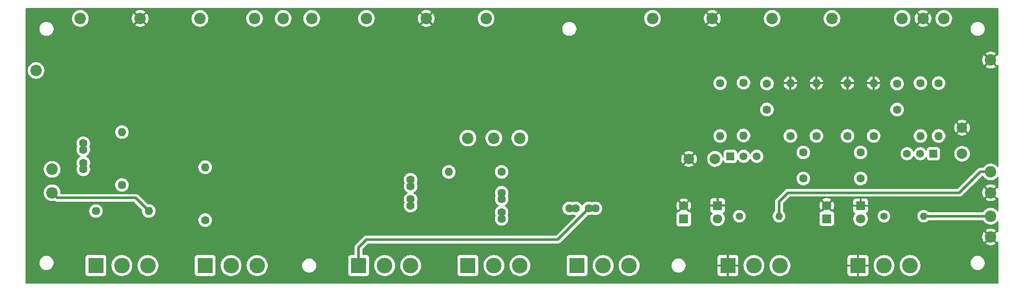
<source format=gbr>
%TF.GenerationSoftware,KiCad,Pcbnew,9.0.0*%
%TF.CreationDate,2025-02-28T17:27:40-06:00*%
%TF.ProjectId,Block-amp-front,426c6f63-6b2d-4616-9d70-2d66726f6e74,v0.1*%
%TF.SameCoordinates,Original*%
%TF.FileFunction,Copper,L3,Inr*%
%TF.FilePolarity,Positive*%
%FSLAX46Y46*%
G04 Gerber Fmt 4.6, Leading zero omitted, Abs format (unit mm)*
G04 Created by KiCad (PCBNEW 9.0.0) date 2025-02-28 17:27:40*
%MOMM*%
%LPD*%
G01*
G04 APERTURE LIST*
%TA.AperFunction,ComponentPad*%
%ADD10C,2.200000*%
%TD*%
%TA.AperFunction,ComponentPad*%
%ADD11C,1.600000*%
%TD*%
%TA.AperFunction,ComponentPad*%
%ADD12O,1.600000X1.600000*%
%TD*%
%TA.AperFunction,ComponentPad*%
%ADD13R,1.800000X1.800000*%
%TD*%
%TA.AperFunction,ComponentPad*%
%ADD14C,1.800000*%
%TD*%
%TA.AperFunction,ComponentPad*%
%ADD15R,3.000000X3.000000*%
%TD*%
%TA.AperFunction,ComponentPad*%
%ADD16C,3.000000*%
%TD*%
%TA.AperFunction,ComponentPad*%
%ADD17C,1.400000*%
%TD*%
%TA.AperFunction,ComponentPad*%
%ADD18O,1.400000X1.400000*%
%TD*%
%TA.AperFunction,ComponentPad*%
%ADD19R,1.500000X1.500000*%
%TD*%
%TA.AperFunction,ComponentPad*%
%ADD20C,1.500000*%
%TD*%
%TA.AperFunction,ComponentPad*%
%ADD21C,2.000000*%
%TD*%
%TA.AperFunction,ViaPad*%
%ADD22C,0.700000*%
%TD*%
%TA.AperFunction,Conductor*%
%ADD23C,0.500000*%
%TD*%
G04 APERTURE END LIST*
D10*
%TO.N,GND*%
%TO.C,J26*%
X206000000Y-135500000D03*
%TD*%
%TO.N,/Bal_2_Transformer*%
%TO.C,J27*%
X206000000Y-131500000D03*
%TD*%
D11*
%TO.N,+30V*%
%TO.C,R10*%
X192500000Y-105920000D03*
D12*
%TO.N,Net-(Q2-G)*%
X192500000Y-116080000D03*
%TD*%
D11*
%TO.N,Net-(Q1-G)*%
%TO.C,C5*%
X163000000Y-111000000D03*
%TO.N,Net-(J32-Pin_1)*%
X163000000Y-106000000D03*
%TD*%
D13*
%TO.N,GND*%
%TO.C,D4*%
X153500000Y-129460000D03*
D14*
%TO.N,Net-(D3-K)*%
X153500000Y-132000000D03*
%TD*%
D13*
%TO.N,GND*%
%TO.C,D2*%
X181000000Y-129500000D03*
D14*
%TO.N,Net-(D1-K)*%
X181000000Y-132040000D03*
%TD*%
D13*
%TO.N,Net-(D1-K)*%
%TO.C,D1*%
X174500000Y-132000000D03*
D14*
%TO.N,GND*%
X174500000Y-129460000D03*
%TD*%
D10*
%TO.N,+30V*%
%TO.C,J12*%
X164000000Y-93500000D03*
%TD*%
%TO.N,GND*%
%TO.C,J29*%
X206000000Y-127000000D03*
%TD*%
D11*
%TO.N,+30V*%
%TO.C,R15*%
X154000000Y-105920000D03*
D12*
%TO.N,Net-(Q1-D)*%
X154000000Y-116080000D03*
%TD*%
D10*
%TO.N,GND*%
%TO.C,J5*%
X97500000Y-93500000D03*
%TD*%
D11*
%TO.N,Net-(Q1-S)*%
%TO.C,R12*%
X172500000Y-116080000D03*
D12*
%TO.N,GND*%
X172500000Y-105920000D03*
%TD*%
D15*
%TO.N,Net-(C4-Pad2)*%
%TO.C,RV3*%
X84500000Y-141000000D03*
D16*
%TO.N,Net-(J21-Pin_1)*%
X89500000Y-141000000D03*
%TO.N,Net-(C2-Pad2)*%
X94500000Y-141000000D03*
%TD*%
D10*
%TO.N,+9V*%
%TO.C,J9*%
X141000000Y-93500000D03*
%TD*%
%TO.N,+30V*%
%TO.C,J11*%
X109000000Y-93500000D03*
%TD*%
%TO.N,+9V*%
%TO.C,J7*%
X31000000Y-93500000D03*
%TD*%
D15*
%TO.N,Net-(R3-Pad1)*%
%TO.C,RV2*%
X55000000Y-141000000D03*
D16*
%TO.N,Net-(J18-Pin_1)*%
X60000000Y-141000000D03*
%TO.N,Net-(J19-Pin_1)*%
X65000000Y-141000000D03*
%TD*%
D10*
%TO.N,/Unbal_2_transformer*%
%TO.C,J30*%
X206000000Y-123000000D03*
%TD*%
D15*
%TO.N,Net-(J22-Pin_1)*%
%TO.C,RV4*%
X105500000Y-141000000D03*
D16*
%TO.N,Net-(C3-Pad2)*%
X110500000Y-141000000D03*
%TO.N,Net-(RV4-Pad3)*%
X115500000Y-141000000D03*
%TD*%
D10*
%TO.N,Net-(J18-Pin_1)*%
%TO.C,J18*%
X70000000Y-93500000D03*
%TD*%
D11*
%TO.N,Net-(C3-Pad1)*%
%TO.C,R4*%
X112000000Y-123000000D03*
D12*
%TO.N,Net-(J20-Pin_1)*%
X101840000Y-123000000D03*
%TD*%
D11*
%TO.N,Net-(R3-Pad1)*%
%TO.C,R3*%
X55000000Y-132250000D03*
D12*
%TO.N,Net-(J17-Pin_1)*%
X55000000Y-122090000D03*
%TD*%
D10*
%TO.N,Net-(J17-Pin_1)*%
%TO.C,J17*%
X64500000Y-93500000D03*
%TD*%
D17*
%TO.N,Net-(D3-K)*%
%TO.C,R7*%
X157690000Y-131500000D03*
D18*
%TO.N,/Unbal_2_transformer*%
X165310000Y-131500000D03*
%TD*%
D10*
%TO.N,+30V*%
%TO.C,J10*%
X54000000Y-93500000D03*
%TD*%
%TO.N,Net-(J19-Pin_1)*%
%TO.C,J19*%
X75500000Y-93500000D03*
%TD*%
D11*
%TO.N,Net-(J20-Pin_1)*%
%TO.C,C2*%
X94500000Y-124500000D03*
X94500000Y-125750000D03*
%TO.N,Net-(C2-Pad2)*%
X94500000Y-128250000D03*
X94500000Y-129500000D03*
%TD*%
D10*
%TO.N,Net-(J22-Pin_1)*%
%TO.C,J22*%
X110500000Y-116500000D03*
%TD*%
%TO.N,+9V*%
%TO.C,J8*%
X86000000Y-93500000D03*
%TD*%
D19*
%TO.N,Net-(Q1-D)*%
%TO.C,Q1*%
X155960000Y-120000000D03*
D20*
%TO.N,Net-(Q1-G)*%
X158500000Y-120000000D03*
%TO.N,Net-(Q1-S)*%
X161040000Y-120000000D03*
%TD*%
D10*
%TO.N,GND*%
%TO.C,J4*%
X42500000Y-93500000D03*
%TD*%
D19*
%TO.N,Net-(Q2-D)*%
%TO.C,Q2*%
X195000000Y-119500000D03*
D20*
%TO.N,Net-(Q2-G)*%
X192460000Y-119500000D03*
%TO.N,Net-(Q2-S)*%
X189920000Y-119500000D03*
%TD*%
D15*
%TO.N,GND*%
%TO.C,RV7*%
X180500000Y-141000000D03*
D16*
%TO.N,/Bal_2_Transformer*%
X185500000Y-141000000D03*
%TO.N,Net-(C7-Pad1)*%
X190500000Y-141000000D03*
%TD*%
D15*
%TO.N,Net-(RV4-Pad3)*%
%TO.C,RV5*%
X126500000Y-141000000D03*
D16*
%TO.N,Net-(C4-Pad2)*%
X131500000Y-141000000D03*
X136500000Y-141000000D03*
%TD*%
D10*
%TO.N,Net-(J16-Pin_1)*%
%TO.C,J16*%
X25580000Y-122500000D03*
%TD*%
D21*
%TO.N,GND*%
%TO.C,C9*%
X200500000Y-114500000D03*
%TO.N,Net-(Q2-D)*%
X200500000Y-119500000D03*
%TD*%
%TO.N,GND*%
%TO.C,C10*%
X148000000Y-120500000D03*
%TO.N,Net-(Q1-D)*%
X153000000Y-120500000D03*
%TD*%
D11*
%TO.N,Net-(Q2-G)*%
%TO.C,R11*%
X183500000Y-116080000D03*
D12*
%TO.N,GND*%
X183500000Y-105920000D03*
%TD*%
D11*
%TO.N,Net-(C7-Pad1)*%
%TO.C,C7*%
X181000000Y-124260000D03*
%TO.N,Net-(Q2-S)*%
X181000000Y-119260000D03*
%TD*%
D15*
%TO.N,GND*%
%TO.C,RV8*%
X155500000Y-141000000D03*
D16*
%TO.N,/Unbal_2_transformer*%
X160500000Y-141000000D03*
%TO.N,Net-(C8-Pad1)*%
X165500000Y-141000000D03*
%TD*%
D10*
%TO.N,+30V*%
%TO.C,J3*%
X189000000Y-93500000D03*
%TD*%
D15*
%TO.N,Net-(J16-Pin_1)*%
%TO.C,RV1*%
X34000000Y-141000000D03*
D16*
%TO.N,Net-(R2-Pad1)*%
X39000000Y-141000000D03*
%TO.N,Net-(J14-Pin_1)*%
X44000000Y-141000000D03*
%TD*%
D11*
%TO.N,+30V*%
%TO.C,R8*%
X158500000Y-105840000D03*
D12*
%TO.N,Net-(Q1-G)*%
X158500000Y-116000000D03*
%TD*%
D17*
%TO.N,Net-(D1-K)*%
%TO.C,R6*%
X185500000Y-131500000D03*
D18*
%TO.N,/Bal_2_Transformer*%
X193120000Y-131500000D03*
%TD*%
D11*
%TO.N,+30V*%
%TO.C,R14*%
X196000000Y-105920000D03*
D12*
%TO.N,Net-(Q2-D)*%
X196000000Y-116080000D03*
%TD*%
D10*
%TO.N,Net-(J20-Pin_1)*%
%TO.C,J20*%
X105500000Y-116500000D03*
%TD*%
D13*
%TO.N,Net-(D3-K)*%
%TO.C,D3*%
X147000000Y-132040000D03*
D14*
%TO.N,GND*%
X147000000Y-129500000D03*
%TD*%
D11*
%TO.N,Net-(Q1-G)*%
%TO.C,R9*%
X167500000Y-116080000D03*
D12*
%TO.N,GND*%
X167500000Y-105920000D03*
%TD*%
D10*
%TO.N,Net-(J32-Pin_1)*%
%TO.C,J32*%
X175500000Y-93500000D03*
%TD*%
D11*
%TO.N,Net-(C8-Pad1)*%
%TO.C,C8*%
X170000000Y-124260000D03*
%TO.N,Net-(Q1-S)*%
X170000000Y-119260000D03*
%TD*%
%TO.N,Net-(R2-Pad1)*%
%TO.C,R2*%
X39000000Y-125500000D03*
D12*
%TO.N,Net-(J13-Pin_1)*%
X39000000Y-115340000D03*
%TD*%
D11*
%TO.N,Net-(C3-Pad1)*%
%TO.C,C3*%
X112000000Y-127000000D03*
X112000000Y-128250000D03*
%TO.N,Net-(C3-Pad2)*%
X112000000Y-130750000D03*
X112000000Y-132000000D03*
%TD*%
D10*
%TO.N,GND*%
%TO.C,J1*%
X193000000Y-93500000D03*
%TD*%
%TO.N,GND*%
%TO.C,J6*%
X152500000Y-93500000D03*
%TD*%
%TO.N,Net-(J14-Pin_1)*%
%TO.C,J14*%
X25580000Y-127000000D03*
%TD*%
D11*
%TO.N,Net-(Q2-S)*%
%TO.C,R13*%
X178500000Y-116080000D03*
D12*
%TO.N,GND*%
X178500000Y-105920000D03*
%TD*%
D11*
%TO.N,Net-(Q2-G)*%
%TO.C,C6*%
X188000000Y-111000000D03*
%TO.N,Net-(J32-Pin_1)*%
X188000000Y-106000000D03*
%TD*%
D10*
%TO.N,+9V*%
%TO.C,J2*%
X197000000Y-93500000D03*
%TD*%
D11*
%TO.N,Net-(C3-Pad1)*%
%TO.C,C4*%
X125000000Y-130000000D03*
X126250000Y-130000000D03*
%TO.N,Net-(C4-Pad2)*%
X128750000Y-130000000D03*
X130000000Y-130000000D03*
%TD*%
D10*
%TO.N,Net-(J21-Pin_1)*%
%TO.C,J21*%
X115500000Y-116500000D03*
%TD*%
D11*
%TO.N,Net-(J13-Pin_1)*%
%TO.C,C1*%
X31580000Y-117500000D03*
X31580000Y-118750000D03*
%TO.N,Net-(J16-Pin_1)*%
X31580000Y-121250000D03*
X31580000Y-122500000D03*
%TD*%
D10*
%TO.N,Net-(J13-Pin_1)*%
%TO.C,J13*%
X22500000Y-103500000D03*
%TD*%
%TO.N,GND*%
%TO.C,J28*%
X206000000Y-101500000D03*
%TD*%
D11*
%TO.N,Net-(J16-Pin_1)*%
%TO.C,R1*%
X34000000Y-130500000D03*
D12*
%TO.N,Net-(J14-Pin_1)*%
X44160000Y-130500000D03*
%TD*%
D22*
%TO.N,GND*%
X101000000Y-119000000D03*
X103000000Y-117000000D03*
X207000000Y-99500000D03*
X206000000Y-99500000D03*
X205000000Y-99500000D03*
X205000000Y-103500000D03*
X206000000Y-103500000D03*
X207000000Y-103500000D03*
X142500000Y-133000000D03*
X150500000Y-127500000D03*
X157000000Y-128500000D03*
X175500000Y-114500000D03*
X162500000Y-99000000D03*
X175500000Y-95500000D03*
X186500000Y-93500000D03*
X184500000Y-96000000D03*
X187500000Y-102000000D03*
X190500000Y-101500000D03*
X187500000Y-97500000D03*
X190500000Y-99500000D03*
X197500000Y-104500000D03*
X195500000Y-102000000D03*
X195500000Y-98500000D03*
X198500000Y-96500000D03*
X198500000Y-100500000D03*
X201000000Y-103000000D03*
X201000000Y-107500000D03*
X68500000Y-117000000D03*
X68500000Y-120500000D03*
X67500000Y-124000000D03*
X65000000Y-126500000D03*
X63000000Y-128500000D03*
X60500000Y-131000000D03*
X77000000Y-124000000D03*
X77000000Y-120500000D03*
X77000000Y-117000000D03*
X77000000Y-113500000D03*
X74000000Y-113500000D03*
X74000000Y-117000000D03*
X74000000Y-120500000D03*
X74000000Y-124500000D03*
X72500000Y-126000000D03*
X70000000Y-128500000D03*
X67500000Y-131000000D03*
X76500000Y-126000000D03*
X74000000Y-128500000D03*
X71500000Y-131000000D03*
X69000000Y-133500000D03*
X65000000Y-133500000D03*
X58500000Y-133500000D03*
X62000000Y-133500000D03*
X64500000Y-131000000D03*
X67000000Y-128500000D03*
X69000000Y-126500000D03*
X71500000Y-124500000D03*
X71500000Y-120500000D03*
X71500000Y-117000000D03*
X71500000Y-113500000D03*
X68500000Y-113500000D03*
X63000000Y-113500000D03*
X65500000Y-115000000D03*
X63000000Y-117500000D03*
X60000000Y-119500000D03*
X60000000Y-116500000D03*
X56500000Y-116500000D03*
X54500000Y-117500000D03*
X193500000Y-95500000D03*
X191500000Y-95500000D03*
X192500000Y-95500000D03*
X194500000Y-95500000D03*
X21500000Y-100500000D03*
X201000000Y-123500000D03*
X170500000Y-128500000D03*
X119000000Y-122500000D03*
X131000000Y-122500000D03*
X142000000Y-122500000D03*
X202500000Y-110000000D03*
X198500000Y-110000000D03*
X194246251Y-104458650D03*
X194270000Y-107200000D03*
X194500000Y-110000000D03*
X190000000Y-110000000D03*
X190000000Y-107000000D03*
X186000000Y-110000000D03*
X181000000Y-110000000D03*
X175500000Y-110000000D03*
X170000000Y-110000000D03*
X161000000Y-110000000D03*
X165000000Y-110000000D03*
X161000000Y-107000000D03*
X156250000Y-104550000D03*
X156250000Y-107250000D03*
X156500000Y-110000000D03*
X150000000Y-110000000D03*
X150000000Y-107000000D03*
X145000000Y-110000000D03*
X145000000Y-107000000D03*
X125000000Y-110000000D03*
X130000000Y-110000000D03*
X135000000Y-110000000D03*
X140000000Y-110000000D03*
X140000000Y-107000000D03*
X135000000Y-107000000D03*
X130000000Y-107000000D03*
X125000000Y-107000000D03*
X120000000Y-110000000D03*
X120000000Y-107000000D03*
X116500000Y-107000000D03*
X116500000Y-110000000D03*
X113000000Y-107000000D03*
X110000000Y-107000000D03*
X107000000Y-107000000D03*
X104000000Y-107000000D03*
X101000000Y-107000000D03*
X113000000Y-110000000D03*
X110000000Y-110000000D03*
X107000000Y-110000000D03*
X104000000Y-110000000D03*
X101000000Y-110000000D03*
X98000000Y-110000000D03*
X98000000Y-107000000D03*
X94500000Y-110000000D03*
X94500000Y-107000000D03*
X90000000Y-110000000D03*
X84500000Y-104500000D03*
X87500000Y-104500000D03*
X90000000Y-107000000D03*
X85500000Y-110000000D03*
X81000000Y-110000000D03*
X85500000Y-107000000D03*
X81000000Y-107000000D03*
X77000000Y-110000000D03*
X77000000Y-107000000D03*
X71500000Y-110000000D03*
X74000000Y-110000000D03*
X74000000Y-107000000D03*
X71500000Y-107000000D03*
X58500000Y-107000000D03*
X58500000Y-110000000D03*
X68500000Y-110000000D03*
X68500000Y-107000000D03*
X66000000Y-107000000D03*
X66000000Y-110000000D03*
X63000000Y-110000000D03*
X63000000Y-107000000D03*
X53500000Y-107000000D03*
X53500000Y-110000000D03*
X47500000Y-110000000D03*
X47500000Y-107000000D03*
X42000000Y-107000000D03*
X42000000Y-110000000D03*
X37000000Y-109500000D03*
X39000000Y-107000000D03*
X36000000Y-104000000D03*
X33492163Y-105500000D03*
X29500000Y-101500000D03*
X32500000Y-100500000D03*
X81000000Y-102000000D03*
X81000000Y-99000000D03*
X59500000Y-102000000D03*
X57000000Y-102000000D03*
X54500000Y-101500000D03*
X52500000Y-99500000D03*
X52500000Y-97500000D03*
X52500000Y-95000000D03*
X55500000Y-95000000D03*
X55500000Y-97500000D03*
X57000000Y-99000000D03*
X59500000Y-99000000D03*
X59000000Y-92000000D03*
X66000000Y-95500000D03*
X63000000Y-95500000D03*
X63000000Y-99000000D03*
X63000000Y-102000000D03*
X68500000Y-102000000D03*
X66000000Y-102000000D03*
X66000000Y-99000000D03*
X68500000Y-99000000D03*
X68500000Y-95500000D03*
X71500000Y-95500000D03*
X74000000Y-95500000D03*
X77000000Y-95500000D03*
X74000000Y-99000000D03*
X71500000Y-99000000D03*
X71500000Y-102000000D03*
X74000000Y-102000000D03*
X77000000Y-102000000D03*
X77000000Y-99000000D03*
X84500000Y-102000000D03*
X84500000Y-99000000D03*
X87578924Y-95500000D03*
X101000000Y-99000000D03*
X96000000Y-99000000D03*
X90500000Y-99000000D03*
X87500000Y-99000000D03*
X87500000Y-102000000D03*
X90500000Y-102000000D03*
X96000000Y-102000000D03*
X101000000Y-102000000D03*
X106000000Y-102000000D03*
X106000000Y-99000000D03*
X108500000Y-99000000D03*
X107500000Y-97000000D03*
X106500000Y-93500000D03*
X111500000Y-93500000D03*
X110500000Y-97000000D03*
X112500000Y-99000000D03*
X115000000Y-99000000D03*
X120000000Y-99000000D03*
X110000000Y-102000000D03*
X115000000Y-102000000D03*
X120000000Y-102000000D03*
X124500000Y-102000000D03*
X124500000Y-99000000D03*
X129500000Y-99000000D03*
X129500000Y-102000000D03*
X134500000Y-102000000D03*
X134500000Y-99000000D03*
X139500000Y-102000000D03*
X139500000Y-99000000D03*
X142500000Y-99000000D03*
X142500000Y-102000000D03*
X162000000Y-138500000D03*
X41000000Y-129500000D03*
X100000000Y-92000000D03*
X33000000Y-113000000D03*
X170000000Y-96000000D03*
X174000000Y-96500000D03*
X96000000Y-137500000D03*
X150000000Y-134500000D03*
X161000000Y-104760000D03*
X100500000Y-114000000D03*
X104000000Y-134500000D03*
X144000000Y-93500000D03*
X63500000Y-136000000D03*
X107000000Y-128500000D03*
X37500000Y-136000000D03*
X88000000Y-119500000D03*
X185500000Y-105500000D03*
X56500000Y-136000000D03*
X197000000Y-118000000D03*
X93000000Y-115500000D03*
X181000000Y-96000000D03*
X150000000Y-93000000D03*
X119000000Y-129500000D03*
X168500000Y-102000000D03*
X91000000Y-122500000D03*
X32500000Y-132000000D03*
X198000000Y-135500000D03*
X159000000Y-138500000D03*
X182500000Y-122500000D03*
X26000000Y-109000000D03*
X29000000Y-143500000D03*
X28000000Y-121000000D03*
X136000000Y-116500000D03*
X29500000Y-98500000D03*
X104000000Y-137500000D03*
X170000000Y-106760000D03*
X172000000Y-125500000D03*
X53630000Y-123900000D03*
X105500000Y-119000000D03*
X165500000Y-107260000D03*
X32500000Y-95500000D03*
X28500000Y-107000000D03*
X186000000Y-111260000D03*
X204000000Y-121500000D03*
X181000000Y-106760000D03*
X155000000Y-93000000D03*
X30000000Y-116000000D03*
X66500000Y-136000000D03*
X28000000Y-111000000D03*
X106500000Y-114000000D03*
X161000000Y-111000000D03*
X194000000Y-117500000D03*
X42500000Y-126500000D03*
X104000000Y-131500000D03*
X88000000Y-116500000D03*
X107000000Y-137500000D03*
X81000000Y-93000000D03*
X161000000Y-93500000D03*
X165500000Y-96000000D03*
X42500000Y-136000000D03*
X32500000Y-98500000D03*
X175500000Y-105760000D03*
X167000000Y-138500000D03*
X93000000Y-137500000D03*
X155000000Y-94000000D03*
X150000000Y-95000000D03*
X53500000Y-136000000D03*
X187500000Y-137000000D03*
X111000000Y-111000000D03*
X53500000Y-133500000D03*
X113500000Y-137500000D03*
X49500000Y-134500000D03*
X147500000Y-99000000D03*
X34000000Y-122500000D03*
X125500000Y-116500000D03*
X83000000Y-138000000D03*
X45500000Y-136000000D03*
X193500000Y-140500000D03*
X93000000Y-134500000D03*
X162500000Y-117500000D03*
X117000000Y-114000000D03*
X138000000Y-93500000D03*
X182000000Y-98500000D03*
X99000000Y-111000000D03*
X160500000Y-115500000D03*
X88000000Y-125500000D03*
X194633877Y-125726547D03*
X110500000Y-134500000D03*
X123500000Y-137500000D03*
X97000000Y-121500000D03*
X104000000Y-125500000D03*
X200500000Y-143500000D03*
X186000000Y-125500000D03*
X153500000Y-99000000D03*
X156500000Y-123000000D03*
X126000000Y-135000000D03*
X21500000Y-132000000D03*
X195000000Y-133000000D03*
X200500000Y-117500000D03*
X201000000Y-130000000D03*
X91000000Y-125500000D03*
X204000000Y-128000000D03*
X91000000Y-134500000D03*
X179000000Y-99000000D03*
X162500000Y-132500000D03*
X164000000Y-129000000D03*
X181000000Y-105760000D03*
X45500000Y-132000000D03*
X130000000Y-138500000D03*
X33000000Y-116000000D03*
X183500000Y-138500000D03*
X100500000Y-124500000D03*
X107000000Y-122000000D03*
X198000000Y-133000000D03*
X28000000Y-126500000D03*
X56500000Y-133500000D03*
X186000000Y-117500000D03*
X94500000Y-114000000D03*
X153500000Y-102000000D03*
X39000000Y-113000000D03*
X189500000Y-117500000D03*
X168000000Y-123000000D03*
X168000000Y-113500000D03*
X166000000Y-99000000D03*
X183500000Y-128500000D03*
X171500000Y-102000000D03*
X41000000Y-115500000D03*
X128500000Y-133000000D03*
X182000000Y-102000000D03*
X164000000Y-138500000D03*
X204000000Y-126000000D03*
X88000000Y-131500000D03*
X56500000Y-130500000D03*
X30000000Y-113000000D03*
X21500000Y-111500000D03*
X115000000Y-129500000D03*
X181000000Y-111260000D03*
X100500000Y-121500000D03*
X121000000Y-142500000D03*
X95000000Y-94000000D03*
X165000000Y-111260000D03*
X56370000Y-123900000D03*
X129500000Y-143000000D03*
X175500000Y-104760000D03*
X88000000Y-128500000D03*
X195000000Y-130000000D03*
X170500000Y-143500000D03*
X123500000Y-133000000D03*
X110500000Y-125000000D03*
X202000000Y-127000000D03*
X128000000Y-127000000D03*
X199000000Y-121000000D03*
X171500000Y-99000000D03*
X206500000Y-92500000D03*
X168500000Y-99000000D03*
X26500000Y-105000000D03*
X100000000Y-137500000D03*
X206500000Y-112000000D03*
X21500000Y-120000000D03*
X175500000Y-99000000D03*
X166000000Y-126000000D03*
X91500000Y-113000000D03*
X53630000Y-130440000D03*
X190500000Y-125500000D03*
X170000000Y-105760000D03*
X107000000Y-131500000D03*
X29500000Y-95500000D03*
X197500000Y-114500000D03*
X193500000Y-143500000D03*
X198000000Y-130000000D03*
X91000000Y-128500000D03*
X114500000Y-120500000D03*
X107000000Y-134500000D03*
X138000000Y-138500000D03*
X121000000Y-139500000D03*
X100000000Y-134500000D03*
X36000000Y-126500000D03*
X206500000Y-143500000D03*
X103500000Y-114000000D03*
X40000000Y-95000000D03*
X199000000Y-125500000D03*
X32500000Y-129500000D03*
X119500000Y-93000000D03*
X166000000Y-117500000D03*
X96000000Y-134500000D03*
X204000000Y-130000000D03*
X163500000Y-102000000D03*
X42500000Y-132000000D03*
X155000000Y-92000000D03*
X201000000Y-133000000D03*
X91000000Y-137500000D03*
X173000000Y-93000000D03*
X181000000Y-117000000D03*
X120000000Y-137500000D03*
X97500000Y-114000000D03*
X113500000Y-125000000D03*
X191500000Y-137500000D03*
X114000000Y-111000000D03*
X159500000Y-123000000D03*
X40500000Y-136000000D03*
X204000000Y-134500000D03*
X206500000Y-138000000D03*
X91000000Y-119500000D03*
X166000000Y-134500000D03*
X150000000Y-92000000D03*
X168000000Y-120500000D03*
X95000000Y-122500000D03*
X193000000Y-114000000D03*
X116500000Y-134500000D03*
X45000000Y-92000000D03*
X182500000Y-125500000D03*
X167500000Y-93500000D03*
X204000000Y-133500000D03*
X179500000Y-125500000D03*
X40000000Y-93000000D03*
X123500000Y-139500000D03*
X189000000Y-128500000D03*
X116500000Y-137500000D03*
X61500000Y-136000000D03*
X40000000Y-92000000D03*
X188500000Y-121000000D03*
X190000000Y-105500000D03*
X141500000Y-143500000D03*
X86000000Y-138000000D03*
X170500000Y-116000000D03*
X93000000Y-131500000D03*
X100000000Y-93000000D03*
X190000000Y-134500000D03*
X113000000Y-116500000D03*
X158500000Y-143500000D03*
X35500000Y-136000000D03*
X159000000Y-99000000D03*
X28000000Y-124000000D03*
X170500000Y-131500000D03*
X165500000Y-115500000D03*
X85000000Y-95500000D03*
X160500000Y-134500000D03*
X178000000Y-93000000D03*
X183500000Y-143500000D03*
X105000000Y-111000000D03*
X163000000Y-120500000D03*
X90000000Y-114500000D03*
X175500000Y-134500000D03*
X89000000Y-92500000D03*
X135500000Y-128000000D03*
X162500000Y-96000000D03*
X110500000Y-137500000D03*
X204000000Y-136500000D03*
X204000000Y-125000000D03*
X93500000Y-111000000D03*
X123000000Y-127000000D03*
X132000000Y-132500000D03*
X159000000Y-102000000D03*
X48000000Y-120000000D03*
X193000000Y-124000000D03*
X102000000Y-111000000D03*
X175500000Y-143500000D03*
X109500000Y-114000000D03*
X58500000Y-136000000D03*
X176000000Y-125500000D03*
X115000000Y-127000000D03*
X172500000Y-118500000D03*
X104000000Y-120500000D03*
X118000000Y-142500000D03*
X158000000Y-113500000D03*
X118000000Y-139500000D03*
X31000000Y-109500000D03*
X204000000Y-135500000D03*
X32500000Y-136000000D03*
X53630000Y-120500000D03*
X49500000Y-143500000D03*
X129500000Y-93000000D03*
X188500000Y-123000000D03*
X35425000Y-129500000D03*
X182500000Y-121000000D03*
X91000000Y-117500000D03*
X188000000Y-113000000D03*
X170000000Y-104760000D03*
X188000000Y-143500000D03*
X123500000Y-142500000D03*
X45000000Y-93000000D03*
X56500000Y-120500000D03*
X183500000Y-113500000D03*
X190500000Y-115500000D03*
X164500000Y-134500000D03*
X206500000Y-118000000D03*
X157000000Y-117500000D03*
X160000000Y-117500000D03*
X175500000Y-111260000D03*
X168000000Y-132500000D03*
X100000000Y-94000000D03*
X168000000Y-128500000D03*
X21500000Y-92500000D03*
X150000000Y-94000000D03*
X190000000Y-111260000D03*
X170000000Y-111260000D03*
X97000000Y-125000000D03*
X96000000Y-131500000D03*
X170500000Y-134500000D03*
X193500000Y-128500000D03*
X40000000Y-94000000D03*
X88000000Y-137500000D03*
X45000000Y-94000000D03*
X88000000Y-134500000D03*
X21500000Y-143500000D03*
X194500000Y-134500000D03*
X162500000Y-136500000D03*
X133000000Y-135500000D03*
X107000000Y-125500000D03*
X84500000Y-135500000D03*
X175500000Y-106760000D03*
X163000000Y-113500000D03*
X185500000Y-107260000D03*
X95000000Y-92000000D03*
X207000000Y-129000000D03*
X181000000Y-104760000D03*
X191500000Y-132500000D03*
X91000000Y-131500000D03*
X27500000Y-129500000D03*
X134000000Y-142500000D03*
X119000000Y-127000000D03*
X113000000Y-143500000D03*
X108000000Y-111000000D03*
X169000000Y-117500000D03*
X39000000Y-117500000D03*
X100000000Y-143500000D03*
X120000000Y-134500000D03*
X165500000Y-105500000D03*
X95000000Y-93000000D03*
X177000000Y-96500000D03*
X175500000Y-117260000D03*
X163000000Y-123000000D03*
X177500000Y-128500000D03*
X36000000Y-119000000D03*
X35500000Y-132000000D03*
X112500000Y-114000000D03*
X104000000Y-128500000D03*
X45000000Y-95000000D03*
X88000000Y-122500000D03*
X175500000Y-102000000D03*
X150500000Y-143500000D03*
X108500000Y-143500000D03*
X113500000Y-134500000D03*
X196000000Y-138000000D03*
X204000000Y-127000000D03*
X133000000Y-138500000D03*
X32500000Y-126500000D03*
X178500000Y-118500000D03*
X122500000Y-129500000D03*
X155000000Y-95000000D03*
X185500000Y-115500000D03*
X44500000Y-128500000D03*
X109500000Y-119500000D03*
X134000000Y-139500000D03*
X100000000Y-95000000D03*
X147500000Y-102000000D03*
X96000000Y-111000000D03*
X36000000Y-116000000D03*
X130000000Y-135500000D03*
X179000000Y-102000000D03*
X29000000Y-134000000D03*
X197148101Y-128262613D03*
X24000000Y-107000000D03*
X95000000Y-95000000D03*
X108000000Y-116500000D03*
%TD*%
D23*
%TO.N,Net-(C4-Pad2)*%
X128750000Y-130000000D02*
X122750000Y-136000000D01*
%TO.N,/Unbal_2_transformer*%
X165310000Y-131500000D02*
X165310000Y-128690000D01*
X165310000Y-128690000D02*
X167000000Y-127000000D01*
X167000000Y-127000000D02*
X200000000Y-127000000D01*
X200000000Y-127000000D02*
X204000000Y-123000000D01*
X204000000Y-123000000D02*
X206000000Y-123000000D01*
%TO.N,Net-(C4-Pad2)*%
X86000000Y-136000000D02*
X84500000Y-137500000D01*
X84500000Y-137500000D02*
X84500000Y-141000000D01*
X86000000Y-136000000D02*
X122750000Y-136000000D01*
%TO.N,/Bal_2_Transformer*%
X193120000Y-131500000D02*
X205500000Y-131500000D01*
%TO.N,Net-(J14-Pin_1)*%
X41660000Y-128000000D02*
X44160000Y-130500000D01*
X26580000Y-128000000D02*
X41660000Y-128000000D01*
X25580000Y-127000000D02*
X26580000Y-128000000D01*
%TD*%
%TA.AperFunction,Conductor*%
%TO.N,GND*%
G36*
X207442539Y-91520185D02*
G01*
X207488294Y-91572989D01*
X207499500Y-91624500D01*
X207499500Y-100460167D01*
X207479815Y-100527206D01*
X207427011Y-100572961D01*
X207357853Y-100582905D01*
X207294297Y-100553880D01*
X207275182Y-100533053D01*
X207264496Y-100518346D01*
X207264495Y-100518345D01*
X206506154Y-101276686D01*
X206440110Y-101162292D01*
X206337708Y-101059890D01*
X206223312Y-100993844D01*
X206981653Y-100235503D01*
X206981652Y-100235502D01*
X206838586Y-100131559D01*
X206614184Y-100017219D01*
X206374669Y-99939397D01*
X206125928Y-99900000D01*
X205874072Y-99900000D01*
X205625330Y-99939397D01*
X205385815Y-100017219D01*
X205161420Y-100131555D01*
X205018346Y-100235503D01*
X205776687Y-100993844D01*
X205662292Y-101059890D01*
X205559890Y-101162292D01*
X205493844Y-101276687D01*
X204735503Y-100518346D01*
X204631555Y-100661420D01*
X204517219Y-100885815D01*
X204439397Y-101125330D01*
X204400000Y-101374071D01*
X204400000Y-101625928D01*
X204439397Y-101874669D01*
X204517219Y-102114184D01*
X204631559Y-102338586D01*
X204735502Y-102481652D01*
X204735503Y-102481653D01*
X205493844Y-101723312D01*
X205559890Y-101837708D01*
X205662292Y-101940110D01*
X205776686Y-102006154D01*
X205018345Y-102764495D01*
X205018346Y-102764497D01*
X205161413Y-102868440D01*
X205385815Y-102982780D01*
X205625330Y-103060602D01*
X205874072Y-103100000D01*
X206125928Y-103100000D01*
X206374669Y-103060602D01*
X206614184Y-102982780D01*
X206838583Y-102868442D01*
X206981652Y-102764495D01*
X206981653Y-102764495D01*
X206223313Y-102006154D01*
X206337708Y-101940110D01*
X206440110Y-101837708D01*
X206506155Y-101723313D01*
X207264495Y-102481653D01*
X207264496Y-102481652D01*
X207275182Y-102466945D01*
X207330512Y-102424279D01*
X207400125Y-102418300D01*
X207461920Y-102450906D01*
X207496277Y-102511744D01*
X207499500Y-102539830D01*
X207499500Y-121959317D01*
X207479815Y-122026356D01*
X207427011Y-122072111D01*
X207357853Y-122082055D01*
X207294297Y-122053030D01*
X207275182Y-122032203D01*
X207220794Y-121957345D01*
X207042654Y-121779205D01*
X207042649Y-121779201D01*
X206838848Y-121631132D01*
X206838847Y-121631131D01*
X206838845Y-121631130D01*
X206759646Y-121590776D01*
X206614383Y-121516760D01*
X206374785Y-121438910D01*
X206125962Y-121399500D01*
X205874038Y-121399500D01*
X205807359Y-121410061D01*
X205625214Y-121438910D01*
X205385616Y-121516760D01*
X205161151Y-121631132D01*
X204957350Y-121779201D01*
X204957345Y-121779205D01*
X204779205Y-121957345D01*
X204779201Y-121957350D01*
X204631132Y-122161150D01*
X204626025Y-122171173D01*
X204620613Y-122181794D01*
X204572641Y-122232590D01*
X204510129Y-122249500D01*
X203926080Y-122249500D01*
X203781092Y-122278340D01*
X203781082Y-122278343D01*
X203644511Y-122334912D01*
X203644498Y-122334919D01*
X203521584Y-122417048D01*
X203521580Y-122417051D01*
X199725451Y-126213181D01*
X199664128Y-126246666D01*
X199637770Y-126249500D01*
X166926080Y-126249500D01*
X166781092Y-126278340D01*
X166781082Y-126278343D01*
X166644508Y-126334913D01*
X166598143Y-126365894D01*
X166598142Y-126365893D01*
X166521585Y-126417046D01*
X166521578Y-126417052D01*
X164727049Y-128211581D01*
X164689033Y-128268476D01*
X164689034Y-128268477D01*
X164644914Y-128334508D01*
X164588343Y-128471082D01*
X164588340Y-128471092D01*
X164559500Y-128616079D01*
X164559500Y-130501374D01*
X164539815Y-130568413D01*
X164523182Y-130589055D01*
X164394309Y-130717928D01*
X164283240Y-130870800D01*
X164197454Y-131039163D01*
X164139059Y-131218881D01*
X164109500Y-131405513D01*
X164109500Y-131594486D01*
X164139059Y-131781118D01*
X164197454Y-131960836D01*
X164250192Y-132064339D01*
X164283240Y-132129199D01*
X164394310Y-132282073D01*
X164527927Y-132415690D01*
X164680801Y-132526760D01*
X164711995Y-132542654D01*
X164849163Y-132612545D01*
X164849165Y-132612545D01*
X164849168Y-132612547D01*
X164945497Y-132643846D01*
X165028881Y-132670940D01*
X165215514Y-132700500D01*
X165215519Y-132700500D01*
X165404486Y-132700500D01*
X165591118Y-132670940D01*
X165770832Y-132612547D01*
X165939199Y-132526760D01*
X166092073Y-132415690D01*
X166225690Y-132282073D01*
X166336760Y-132129199D01*
X166422547Y-131960832D01*
X166480940Y-131781118D01*
X166485746Y-131750776D01*
X166510500Y-131594486D01*
X166510500Y-131405513D01*
X166480940Y-131218881D01*
X166439755Y-131092128D01*
X166426760Y-131052135D01*
X173099500Y-131052135D01*
X173099500Y-132947870D01*
X173099501Y-132947876D01*
X173105908Y-133007483D01*
X173156202Y-133142328D01*
X173156206Y-133142335D01*
X173242452Y-133257544D01*
X173242455Y-133257547D01*
X173357664Y-133343793D01*
X173357671Y-133343797D01*
X173492517Y-133394091D01*
X173492516Y-133394091D01*
X173499444Y-133394835D01*
X173552127Y-133400500D01*
X175447872Y-133400499D01*
X175507483Y-133394091D01*
X175642331Y-133343796D01*
X175757546Y-133257546D01*
X175843796Y-133142331D01*
X175894091Y-133007483D01*
X175900500Y-132947873D01*
X175900499Y-131929778D01*
X179599500Y-131929778D01*
X179599500Y-132150221D01*
X179633985Y-132367952D01*
X179702103Y-132577603D01*
X179702104Y-132577606D01*
X179802187Y-132774025D01*
X179931752Y-132952358D01*
X179931756Y-132952363D01*
X180087636Y-133108243D01*
X180087641Y-133108247D01*
X180243192Y-133221260D01*
X180265978Y-133237815D01*
X180389003Y-133300500D01*
X180462393Y-133337895D01*
X180462396Y-133337896D01*
X180537466Y-133362287D01*
X180672049Y-133406015D01*
X180889778Y-133440500D01*
X180889779Y-133440500D01*
X181110221Y-133440500D01*
X181110222Y-133440500D01*
X181327951Y-133406015D01*
X181537606Y-133337895D01*
X181734022Y-133237815D01*
X181912365Y-133108242D01*
X182068242Y-132952365D01*
X182197815Y-132774022D01*
X182297895Y-132577606D01*
X182366015Y-132367951D01*
X182400500Y-132150222D01*
X182400500Y-131929778D01*
X182366015Y-131712049D01*
X182319337Y-131568386D01*
X182297896Y-131502396D01*
X182297895Y-131502393D01*
X182274736Y-131456942D01*
X182274735Y-131456938D01*
X182248532Y-131405513D01*
X184299500Y-131405513D01*
X184299500Y-131594486D01*
X184329059Y-131781118D01*
X184387454Y-131960836D01*
X184440192Y-132064339D01*
X184473240Y-132129199D01*
X184584310Y-132282073D01*
X184717927Y-132415690D01*
X184870801Y-132526760D01*
X184901995Y-132542654D01*
X185039163Y-132612545D01*
X185039165Y-132612545D01*
X185039168Y-132612547D01*
X185135497Y-132643846D01*
X185218881Y-132670940D01*
X185405514Y-132700500D01*
X185405519Y-132700500D01*
X185594486Y-132700500D01*
X185781118Y-132670940D01*
X185960832Y-132612547D01*
X186129199Y-132526760D01*
X186282073Y-132415690D01*
X186415690Y-132282073D01*
X186526760Y-132129199D01*
X186612547Y-131960832D01*
X186670940Y-131781118D01*
X186675746Y-131750776D01*
X186700500Y-131594486D01*
X186700500Y-131405513D01*
X186670940Y-131218881D01*
X186629755Y-131092128D01*
X186612547Y-131039168D01*
X186612545Y-131039165D01*
X186612545Y-131039163D01*
X186540447Y-130897664D01*
X186526760Y-130870801D01*
X186415690Y-130717927D01*
X186282073Y-130584310D01*
X186129199Y-130473240D01*
X186117696Y-130467379D01*
X185960836Y-130387454D01*
X185781118Y-130329059D01*
X185594486Y-130299500D01*
X185594481Y-130299500D01*
X185405519Y-130299500D01*
X185405514Y-130299500D01*
X185218881Y-130329059D01*
X185039163Y-130387454D01*
X184870800Y-130473240D01*
X184789646Y-130532203D01*
X184717927Y-130584310D01*
X184717925Y-130584312D01*
X184717924Y-130584312D01*
X184584312Y-130717924D01*
X184584312Y-130717925D01*
X184584310Y-130717927D01*
X184561371Y-130749500D01*
X184473240Y-130870800D01*
X184387454Y-131039163D01*
X184329059Y-131218881D01*
X184299500Y-131405513D01*
X182248532Y-131405513D01*
X182197816Y-131305979D01*
X182197815Y-131305978D01*
X182068247Y-131127641D01*
X182068243Y-131127636D01*
X182017683Y-131077076D01*
X181984198Y-131015753D01*
X181989182Y-130946061D01*
X182031054Y-130890128D01*
X182062031Y-130873213D01*
X182142086Y-130843354D01*
X182142093Y-130843350D01*
X182257187Y-130757190D01*
X182257190Y-130757187D01*
X182343350Y-130642093D01*
X182343354Y-130642086D01*
X182393596Y-130507379D01*
X182393598Y-130507372D01*
X182399999Y-130447844D01*
X182400000Y-130447827D01*
X182400000Y-129700000D01*
X181404145Y-129700000D01*
X181419333Y-129673694D01*
X181450000Y-129559244D01*
X181450000Y-129440756D01*
X181419333Y-129326306D01*
X181404145Y-129300000D01*
X182400000Y-129300000D01*
X182400000Y-128552172D01*
X182399999Y-128552155D01*
X182393598Y-128492627D01*
X182393596Y-128492620D01*
X182343354Y-128357913D01*
X182343352Y-128357910D01*
X182293673Y-128291548D01*
X182293672Y-128291547D01*
X182257186Y-128242809D01*
X182142093Y-128156649D01*
X182142086Y-128156645D01*
X182007379Y-128106403D01*
X182007372Y-128106401D01*
X181947844Y-128100000D01*
X181200000Y-128100000D01*
X181200000Y-129095854D01*
X181173694Y-129080667D01*
X181059244Y-129050000D01*
X180940756Y-129050000D01*
X180826306Y-129080667D01*
X180800000Y-129095854D01*
X180800000Y-128100000D01*
X180052155Y-128100000D01*
X179992627Y-128106401D01*
X179992620Y-128106403D01*
X179857913Y-128156645D01*
X179857906Y-128156649D01*
X179742812Y-128242809D01*
X179742809Y-128242812D01*
X179656649Y-128357906D01*
X179656645Y-128357913D01*
X179606403Y-128492620D01*
X179606401Y-128492627D01*
X179600000Y-128552155D01*
X179600000Y-129300000D01*
X180595855Y-129300000D01*
X180580667Y-129326306D01*
X180550000Y-129440756D01*
X180550000Y-129559244D01*
X180580667Y-129673694D01*
X180595855Y-129700000D01*
X179600000Y-129700000D01*
X179600000Y-130447844D01*
X179606401Y-130507372D01*
X179606403Y-130507379D01*
X179656645Y-130642086D01*
X179656649Y-130642093D01*
X179742809Y-130757187D01*
X179742812Y-130757190D01*
X179857906Y-130843350D01*
X179857913Y-130843354D01*
X179937968Y-130873213D01*
X179993902Y-130915084D01*
X180018319Y-130980549D01*
X180003467Y-131048822D01*
X179982317Y-131077075D01*
X179931756Y-131127636D01*
X179931752Y-131127641D01*
X179802187Y-131305974D01*
X179702104Y-131502393D01*
X179702103Y-131502396D01*
X179633985Y-131712047D01*
X179599500Y-131929778D01*
X175900499Y-131929778D01*
X175900499Y-131052128D01*
X175894091Y-130992517D01*
X175893887Y-130991971D01*
X175843797Y-130857671D01*
X175843793Y-130857664D01*
X175757547Y-130742455D01*
X175757544Y-130742452D01*
X175642335Y-130656206D01*
X175642328Y-130656202D01*
X175507482Y-130605908D01*
X175507483Y-130605908D01*
X175447883Y-130599501D01*
X175447881Y-130599500D01*
X175447873Y-130599500D01*
X175447865Y-130599500D01*
X175408019Y-130599500D01*
X175340980Y-130579815D01*
X175320338Y-130563181D01*
X174644353Y-129887194D01*
X174673694Y-129879333D01*
X174776306Y-129820090D01*
X174860090Y-129736306D01*
X174919333Y-129633694D01*
X174927194Y-129604353D01*
X175621309Y-130298468D01*
X175621310Y-130298467D01*
X175697386Y-130193758D01*
X175697390Y-130193752D01*
X175797432Y-129997410D01*
X175865526Y-129787835D01*
X175900000Y-129570181D01*
X175900000Y-129349818D01*
X175865526Y-129132164D01*
X175797432Y-128922589D01*
X175697386Y-128726239D01*
X175621460Y-128621737D01*
X175621459Y-128621735D01*
X175621311Y-128621531D01*
X175621310Y-128621530D01*
X174927194Y-129315646D01*
X174919333Y-129286306D01*
X174860090Y-129183694D01*
X174776306Y-129099910D01*
X174673694Y-129040667D01*
X174644352Y-129032805D01*
X175338468Y-128338689D01*
X175338467Y-128338688D01*
X175233760Y-128262613D01*
X175037410Y-128162567D01*
X174827835Y-128094473D01*
X174610181Y-128060000D01*
X174389819Y-128060000D01*
X174172164Y-128094473D01*
X173962589Y-128162567D01*
X173766236Y-128262615D01*
X173661531Y-128338687D01*
X173661530Y-128338688D01*
X174355647Y-129032804D01*
X174326306Y-129040667D01*
X174223694Y-129099910D01*
X174139910Y-129183694D01*
X174080667Y-129286306D01*
X174072805Y-129315647D01*
X173378688Y-128621530D01*
X173378687Y-128621531D01*
X173302615Y-128726236D01*
X173202567Y-128922589D01*
X173134473Y-129132164D01*
X173100000Y-129349818D01*
X173100000Y-129570181D01*
X173134473Y-129787835D01*
X173202567Y-129997410D01*
X173302613Y-130193760D01*
X173378688Y-130298467D01*
X173378689Y-130298468D01*
X174072804Y-129604352D01*
X174080667Y-129633694D01*
X174139910Y-129736306D01*
X174223694Y-129820090D01*
X174326306Y-129879333D01*
X174355646Y-129887194D01*
X173679659Y-130563181D01*
X173618336Y-130596666D01*
X173591981Y-130599500D01*
X173552131Y-130599500D01*
X173552123Y-130599501D01*
X173492516Y-130605908D01*
X173357671Y-130656202D01*
X173357664Y-130656206D01*
X173242455Y-130742452D01*
X173242452Y-130742455D01*
X173156206Y-130857664D01*
X173156202Y-130857671D01*
X173105908Y-130992517D01*
X173100893Y-131039168D01*
X173099501Y-131052123D01*
X173099500Y-131052135D01*
X166426760Y-131052135D01*
X166422547Y-131039168D01*
X166422545Y-131039165D01*
X166422545Y-131039163D01*
X166350447Y-130897664D01*
X166336760Y-130870801D01*
X166225690Y-130717927D01*
X166096818Y-130589055D01*
X166063334Y-130527732D01*
X166060500Y-130501374D01*
X166060500Y-129052230D01*
X166080185Y-128985191D01*
X166096819Y-128964549D01*
X167274549Y-127786819D01*
X167335872Y-127753334D01*
X167362230Y-127750500D01*
X200073920Y-127750500D01*
X200171462Y-127731096D01*
X200218913Y-127721658D01*
X200355495Y-127665084D01*
X200431381Y-127614379D01*
X200478416Y-127582952D01*
X202413720Y-125647648D01*
X204274548Y-123786819D01*
X204301475Y-123772115D01*
X204327294Y-123755523D01*
X204333494Y-123754631D01*
X204335871Y-123753334D01*
X204362229Y-123750500D01*
X204510129Y-123750500D01*
X204577168Y-123770185D01*
X204620613Y-123818205D01*
X204620706Y-123818386D01*
X204631132Y-123838849D01*
X204779201Y-124042649D01*
X204779205Y-124042654D01*
X204957345Y-124220794D01*
X204957350Y-124220798D01*
X205135117Y-124349952D01*
X205161155Y-124368870D01*
X205304184Y-124441747D01*
X205385616Y-124483239D01*
X205385618Y-124483239D01*
X205385621Y-124483241D01*
X205625215Y-124561090D01*
X205874038Y-124600500D01*
X205874039Y-124600500D01*
X206125961Y-124600500D01*
X206125962Y-124600500D01*
X206374785Y-124561090D01*
X206614379Y-124483241D01*
X206838845Y-124368870D01*
X207042656Y-124220793D01*
X207220793Y-124042656D01*
X207257618Y-123991971D01*
X207275182Y-123967797D01*
X207330512Y-123925131D01*
X207400125Y-123919152D01*
X207461920Y-123951757D01*
X207496277Y-124012596D01*
X207499500Y-124040682D01*
X207499500Y-125960167D01*
X207479815Y-126027206D01*
X207427011Y-126072961D01*
X207357853Y-126082905D01*
X207294297Y-126053880D01*
X207275182Y-126033053D01*
X207264496Y-126018346D01*
X207264495Y-126018345D01*
X206506154Y-126776686D01*
X206440110Y-126662292D01*
X206337708Y-126559890D01*
X206223312Y-126493844D01*
X206981653Y-125735503D01*
X206981652Y-125735502D01*
X206838586Y-125631559D01*
X206614184Y-125517219D01*
X206374669Y-125439397D01*
X206125928Y-125400000D01*
X205874072Y-125400000D01*
X205625330Y-125439397D01*
X205385815Y-125517219D01*
X205161420Y-125631555D01*
X205018346Y-125735503D01*
X205776687Y-126493844D01*
X205662292Y-126559890D01*
X205559890Y-126662292D01*
X205493844Y-126776687D01*
X204735503Y-126018346D01*
X204631555Y-126161420D01*
X204517219Y-126385815D01*
X204439397Y-126625330D01*
X204400000Y-126874071D01*
X204400000Y-127125928D01*
X204439397Y-127374669D01*
X204517219Y-127614184D01*
X204631559Y-127838586D01*
X204735502Y-127981652D01*
X204735503Y-127981653D01*
X205493844Y-127223312D01*
X205559890Y-127337708D01*
X205662292Y-127440110D01*
X205776686Y-127506154D01*
X205018345Y-128264495D01*
X205018346Y-128264497D01*
X205161413Y-128368440D01*
X205385815Y-128482780D01*
X205625330Y-128560602D01*
X205874072Y-128600000D01*
X206125928Y-128600000D01*
X206374669Y-128560602D01*
X206614184Y-128482780D01*
X206838583Y-128368442D01*
X206981652Y-128264495D01*
X206981653Y-128264495D01*
X206223313Y-127506154D01*
X206337708Y-127440110D01*
X206440110Y-127337708D01*
X206506155Y-127223313D01*
X207264495Y-127981653D01*
X207264496Y-127981652D01*
X207275182Y-127966945D01*
X207330512Y-127924279D01*
X207400125Y-127918300D01*
X207461920Y-127950906D01*
X207496277Y-128011744D01*
X207499500Y-128039830D01*
X207499500Y-130459317D01*
X207479815Y-130526356D01*
X207427011Y-130572111D01*
X207357853Y-130582055D01*
X207294297Y-130553030D01*
X207275182Y-130532203D01*
X207220794Y-130457345D01*
X207042654Y-130279205D01*
X207042649Y-130279201D01*
X206838848Y-130131132D01*
X206838847Y-130131131D01*
X206838845Y-130131130D01*
X206715711Y-130068390D01*
X206614383Y-130016760D01*
X206374785Y-129938910D01*
X206125962Y-129899500D01*
X205874038Y-129899500D01*
X205749626Y-129919205D01*
X205625214Y-129938910D01*
X205385616Y-130016760D01*
X205161151Y-130131132D01*
X204957350Y-130279201D01*
X204957345Y-130279205D01*
X204779205Y-130457345D01*
X204779201Y-130457350D01*
X204631132Y-130661150D01*
X204626025Y-130671173D01*
X204620613Y-130681794D01*
X204572641Y-130732590D01*
X204510129Y-130749500D01*
X194118625Y-130749500D01*
X194051586Y-130729815D01*
X194030944Y-130713181D01*
X193902075Y-130584312D01*
X193902073Y-130584310D01*
X193749199Y-130473240D01*
X193737696Y-130467379D01*
X193580836Y-130387454D01*
X193401118Y-130329059D01*
X193214486Y-130299500D01*
X193214481Y-130299500D01*
X193025519Y-130299500D01*
X193025514Y-130299500D01*
X192838881Y-130329059D01*
X192659163Y-130387454D01*
X192490800Y-130473240D01*
X192409646Y-130532203D01*
X192337927Y-130584310D01*
X192337925Y-130584312D01*
X192337924Y-130584312D01*
X192204312Y-130717924D01*
X192204312Y-130717925D01*
X192204310Y-130717927D01*
X192181371Y-130749500D01*
X192093240Y-130870800D01*
X192007454Y-131039163D01*
X191949059Y-131218881D01*
X191919500Y-131405513D01*
X191919500Y-131594486D01*
X191949059Y-131781118D01*
X192007454Y-131960836D01*
X192060192Y-132064339D01*
X192093240Y-132129199D01*
X192204310Y-132282073D01*
X192337927Y-132415690D01*
X192490801Y-132526760D01*
X192521995Y-132542654D01*
X192659163Y-132612545D01*
X192659165Y-132612545D01*
X192659168Y-132612547D01*
X192755497Y-132643846D01*
X192838881Y-132670940D01*
X193025514Y-132700500D01*
X193025519Y-132700500D01*
X193214486Y-132700500D01*
X193401118Y-132670940D01*
X193580832Y-132612547D01*
X193749199Y-132526760D01*
X193902073Y-132415690D01*
X194030944Y-132286819D01*
X194092267Y-132253334D01*
X194118625Y-132250500D01*
X204510129Y-132250500D01*
X204577168Y-132270185D01*
X204620613Y-132318205D01*
X204625580Y-132327952D01*
X204631132Y-132338849D01*
X204779201Y-132542649D01*
X204779205Y-132542654D01*
X204957345Y-132720794D01*
X204957350Y-132720798D01*
X205131347Y-132847213D01*
X205161155Y-132868870D01*
X205284295Y-132931613D01*
X205385616Y-132983239D01*
X205385618Y-132983239D01*
X205385621Y-132983241D01*
X205625215Y-133061090D01*
X205874038Y-133100500D01*
X205874039Y-133100500D01*
X206125961Y-133100500D01*
X206125962Y-133100500D01*
X206374785Y-133061090D01*
X206614379Y-132983241D01*
X206838845Y-132868870D01*
X207042656Y-132720793D01*
X207220793Y-132542656D01*
X207252352Y-132499219D01*
X207275182Y-132467797D01*
X207330512Y-132425131D01*
X207400125Y-132419152D01*
X207461920Y-132451757D01*
X207496277Y-132512596D01*
X207499500Y-132540682D01*
X207499500Y-134460167D01*
X207479815Y-134527206D01*
X207427011Y-134572961D01*
X207357853Y-134582905D01*
X207294297Y-134553880D01*
X207275182Y-134533053D01*
X207264496Y-134518346D01*
X207264495Y-134518345D01*
X206506154Y-135276686D01*
X206440110Y-135162292D01*
X206337708Y-135059890D01*
X206223312Y-134993844D01*
X206981653Y-134235503D01*
X206981652Y-134235502D01*
X206838586Y-134131559D01*
X206614184Y-134017219D01*
X206374669Y-133939397D01*
X206125928Y-133900000D01*
X205874072Y-133900000D01*
X205625330Y-133939397D01*
X205385815Y-134017219D01*
X205161420Y-134131555D01*
X205018346Y-134235503D01*
X205776687Y-134993844D01*
X205662292Y-135059890D01*
X205559890Y-135162292D01*
X205493844Y-135276687D01*
X204735503Y-134518346D01*
X204631555Y-134661420D01*
X204517219Y-134885815D01*
X204439397Y-135125330D01*
X204400000Y-135374071D01*
X204400000Y-135625928D01*
X204439397Y-135874669D01*
X204517219Y-136114184D01*
X204631559Y-136338586D01*
X204735502Y-136481652D01*
X204735503Y-136481653D01*
X205493844Y-135723312D01*
X205559890Y-135837708D01*
X205662292Y-135940110D01*
X205776686Y-136006154D01*
X205018345Y-136764495D01*
X205018346Y-136764497D01*
X205161413Y-136868440D01*
X205385815Y-136982780D01*
X205625330Y-137060602D01*
X205874072Y-137100000D01*
X206125928Y-137100000D01*
X206374669Y-137060602D01*
X206614184Y-136982780D01*
X206838583Y-136868442D01*
X206981652Y-136764495D01*
X206981653Y-136764495D01*
X206223313Y-136006154D01*
X206337708Y-135940110D01*
X206440110Y-135837708D01*
X206506155Y-135723313D01*
X207264495Y-136481653D01*
X207264496Y-136481652D01*
X207275182Y-136466945D01*
X207330512Y-136424279D01*
X207400125Y-136418300D01*
X207461920Y-136450906D01*
X207496277Y-136511744D01*
X207499500Y-136539830D01*
X207499500Y-144375500D01*
X207479815Y-144442539D01*
X207427011Y-144488294D01*
X207375500Y-144499500D01*
X20624500Y-144499500D01*
X20557461Y-144479815D01*
X20511706Y-144427011D01*
X20500500Y-144375500D01*
X20500500Y-140393713D01*
X23149500Y-140393713D01*
X23149500Y-140606287D01*
X23182754Y-140816243D01*
X23199854Y-140868872D01*
X23248444Y-141018414D01*
X23344951Y-141207820D01*
X23469890Y-141379786D01*
X23620213Y-141530109D01*
X23792179Y-141655048D01*
X23792181Y-141655049D01*
X23792184Y-141655051D01*
X23981588Y-141751557D01*
X24183757Y-141817246D01*
X24393713Y-141850500D01*
X24393714Y-141850500D01*
X24606286Y-141850500D01*
X24606287Y-141850500D01*
X24816243Y-141817246D01*
X25018412Y-141751557D01*
X25207816Y-141655051D01*
X25283588Y-141600000D01*
X25379786Y-141530109D01*
X25379788Y-141530106D01*
X25379792Y-141530104D01*
X25530104Y-141379792D01*
X25530106Y-141379788D01*
X25530109Y-141379786D01*
X25655048Y-141207820D01*
X25655047Y-141207820D01*
X25655051Y-141207816D01*
X25751557Y-141018412D01*
X25817246Y-140816243D01*
X25850500Y-140606287D01*
X25850500Y-140393713D01*
X25817246Y-140183757D01*
X25751557Y-139981588D01*
X25655051Y-139792184D01*
X25655049Y-139792181D01*
X25655048Y-139792179D01*
X25530109Y-139620213D01*
X25379786Y-139469890D01*
X25355348Y-139452135D01*
X31999500Y-139452135D01*
X31999500Y-142547870D01*
X31999501Y-142547876D01*
X32005908Y-142607483D01*
X32056202Y-142742328D01*
X32056206Y-142742335D01*
X32142452Y-142857544D01*
X32142455Y-142857547D01*
X32257664Y-142943793D01*
X32257671Y-142943797D01*
X32392517Y-142994091D01*
X32392516Y-142994091D01*
X32399444Y-142994835D01*
X32452127Y-143000500D01*
X35547872Y-143000499D01*
X35607483Y-142994091D01*
X35742331Y-142943796D01*
X35857546Y-142857546D01*
X35943796Y-142742331D01*
X35994091Y-142607483D01*
X36000500Y-142547873D01*
X36000499Y-140868872D01*
X36999500Y-140868872D01*
X36999500Y-141131127D01*
X37026123Y-141333339D01*
X37033730Y-141391116D01*
X37070972Y-141530104D01*
X37101602Y-141644418D01*
X37101605Y-141644428D01*
X37201953Y-141886690D01*
X37201958Y-141886700D01*
X37333075Y-142113803D01*
X37492718Y-142321851D01*
X37492726Y-142321860D01*
X37678140Y-142507274D01*
X37678148Y-142507281D01*
X37886196Y-142666924D01*
X38113299Y-142798041D01*
X38113309Y-142798046D01*
X38355571Y-142898394D01*
X38355581Y-142898398D01*
X38608884Y-142966270D01*
X38857188Y-142998960D01*
X38868864Y-143000498D01*
X38868880Y-143000500D01*
X38868887Y-143000500D01*
X39131113Y-143000500D01*
X39131120Y-143000500D01*
X39391116Y-142966270D01*
X39644419Y-142898398D01*
X39886697Y-142798043D01*
X40113803Y-142666924D01*
X40321851Y-142507282D01*
X40321855Y-142507277D01*
X40321860Y-142507274D01*
X40507274Y-142321860D01*
X40507277Y-142321855D01*
X40507282Y-142321851D01*
X40666924Y-142113803D01*
X40798043Y-141886697D01*
X40898398Y-141644419D01*
X40966270Y-141391116D01*
X41000500Y-141131120D01*
X41000500Y-140868880D01*
X41000499Y-140868872D01*
X41999500Y-140868872D01*
X41999500Y-141131127D01*
X42026123Y-141333339D01*
X42033730Y-141391116D01*
X42070972Y-141530104D01*
X42101602Y-141644418D01*
X42101605Y-141644428D01*
X42201953Y-141886690D01*
X42201958Y-141886700D01*
X42333075Y-142113803D01*
X42492718Y-142321851D01*
X42492726Y-142321860D01*
X42678140Y-142507274D01*
X42678148Y-142507281D01*
X42886196Y-142666924D01*
X43113299Y-142798041D01*
X43113309Y-142798046D01*
X43355571Y-142898394D01*
X43355581Y-142898398D01*
X43608884Y-142966270D01*
X43857188Y-142998960D01*
X43868864Y-143000498D01*
X43868880Y-143000500D01*
X43868887Y-143000500D01*
X44131113Y-143000500D01*
X44131120Y-143000500D01*
X44391116Y-142966270D01*
X44644419Y-142898398D01*
X44886697Y-142798043D01*
X45113803Y-142666924D01*
X45321851Y-142507282D01*
X45321855Y-142507277D01*
X45321860Y-142507274D01*
X45507274Y-142321860D01*
X45507277Y-142321855D01*
X45507282Y-142321851D01*
X45666924Y-142113803D01*
X45798043Y-141886697D01*
X45898398Y-141644419D01*
X45966270Y-141391116D01*
X46000500Y-141131120D01*
X46000500Y-140868880D01*
X45966270Y-140608884D01*
X45898398Y-140355581D01*
X45872136Y-140292179D01*
X45798046Y-140113309D01*
X45798041Y-140113299D01*
X45666924Y-139886196D01*
X45544424Y-139726554D01*
X45507282Y-139678149D01*
X45507281Y-139678148D01*
X45507274Y-139678140D01*
X45321860Y-139492726D01*
X45321851Y-139492718D01*
X45268963Y-139452135D01*
X52999500Y-139452135D01*
X52999500Y-142547870D01*
X52999501Y-142547876D01*
X53005908Y-142607483D01*
X53056202Y-142742328D01*
X53056206Y-142742335D01*
X53142452Y-142857544D01*
X53142455Y-142857547D01*
X53257664Y-142943793D01*
X53257671Y-142943797D01*
X53392517Y-142994091D01*
X53392516Y-142994091D01*
X53399444Y-142994835D01*
X53452127Y-143000500D01*
X56547872Y-143000499D01*
X56607483Y-142994091D01*
X56742331Y-142943796D01*
X56857546Y-142857546D01*
X56943796Y-142742331D01*
X56994091Y-142607483D01*
X57000500Y-142547873D01*
X57000499Y-140868872D01*
X57999500Y-140868872D01*
X57999500Y-141131127D01*
X58026123Y-141333339D01*
X58033730Y-141391116D01*
X58070972Y-141530104D01*
X58101602Y-141644418D01*
X58101605Y-141644428D01*
X58201953Y-141886690D01*
X58201958Y-141886700D01*
X58333075Y-142113803D01*
X58492718Y-142321851D01*
X58492726Y-142321860D01*
X58678140Y-142507274D01*
X58678148Y-142507281D01*
X58886196Y-142666924D01*
X59113299Y-142798041D01*
X59113309Y-142798046D01*
X59355571Y-142898394D01*
X59355581Y-142898398D01*
X59608884Y-142966270D01*
X59857188Y-142998960D01*
X59868864Y-143000498D01*
X59868880Y-143000500D01*
X59868887Y-143000500D01*
X60131113Y-143000500D01*
X60131120Y-143000500D01*
X60391116Y-142966270D01*
X60644419Y-142898398D01*
X60886697Y-142798043D01*
X61113803Y-142666924D01*
X61321851Y-142507282D01*
X61321855Y-142507277D01*
X61321860Y-142507274D01*
X61507274Y-142321860D01*
X61507277Y-142321855D01*
X61507282Y-142321851D01*
X61666924Y-142113803D01*
X61798043Y-141886697D01*
X61898398Y-141644419D01*
X61966270Y-141391116D01*
X62000500Y-141131120D01*
X62000500Y-140868880D01*
X62000499Y-140868872D01*
X62999500Y-140868872D01*
X62999500Y-141131127D01*
X63026123Y-141333339D01*
X63033730Y-141391116D01*
X63070972Y-141530104D01*
X63101602Y-141644418D01*
X63101605Y-141644428D01*
X63201953Y-141886690D01*
X63201958Y-141886700D01*
X63333075Y-142113803D01*
X63492718Y-142321851D01*
X63492726Y-142321860D01*
X63678140Y-142507274D01*
X63678148Y-142507281D01*
X63886196Y-142666924D01*
X64113299Y-142798041D01*
X64113309Y-142798046D01*
X64355571Y-142898394D01*
X64355581Y-142898398D01*
X64608884Y-142966270D01*
X64857188Y-142998960D01*
X64868864Y-143000498D01*
X64868880Y-143000500D01*
X64868887Y-143000500D01*
X65131113Y-143000500D01*
X65131120Y-143000500D01*
X65391116Y-142966270D01*
X65644419Y-142898398D01*
X65886697Y-142798043D01*
X66113803Y-142666924D01*
X66321851Y-142507282D01*
X66321855Y-142507277D01*
X66321860Y-142507274D01*
X66507274Y-142321860D01*
X66507277Y-142321855D01*
X66507282Y-142321851D01*
X66666924Y-142113803D01*
X66798043Y-141886697D01*
X66898398Y-141644419D01*
X66966270Y-141391116D01*
X67000500Y-141131120D01*
X67000500Y-140893713D01*
X73649500Y-140893713D01*
X73649500Y-141106287D01*
X73653432Y-141131113D01*
X73682753Y-141316239D01*
X73682753Y-141316241D01*
X73682754Y-141316243D01*
X73703402Y-141379792D01*
X73748444Y-141518414D01*
X73844951Y-141707820D01*
X73969890Y-141879786D01*
X74120213Y-142030109D01*
X74292179Y-142155048D01*
X74292181Y-142155049D01*
X74292184Y-142155051D01*
X74481588Y-142251557D01*
X74683757Y-142317246D01*
X74893713Y-142350500D01*
X74893714Y-142350500D01*
X75106286Y-142350500D01*
X75106287Y-142350500D01*
X75316243Y-142317246D01*
X75518412Y-142251557D01*
X75707816Y-142155051D01*
X75729789Y-142139086D01*
X75879786Y-142030109D01*
X75879788Y-142030106D01*
X75879792Y-142030104D01*
X76030104Y-141879792D01*
X76030106Y-141879788D01*
X76030109Y-141879786D01*
X76155048Y-141707820D01*
X76155047Y-141707820D01*
X76155051Y-141707816D01*
X76251557Y-141518412D01*
X76317246Y-141316243D01*
X76350500Y-141106287D01*
X76350500Y-140893713D01*
X76317246Y-140683757D01*
X76251557Y-140481588D01*
X76155051Y-140292184D01*
X76155049Y-140292181D01*
X76155048Y-140292179D01*
X76030109Y-140120213D01*
X75879786Y-139969890D01*
X75707820Y-139844951D01*
X75518414Y-139748444D01*
X75518413Y-139748443D01*
X75518412Y-139748443D01*
X75316243Y-139682754D01*
X75316241Y-139682753D01*
X75316240Y-139682753D01*
X75154957Y-139657208D01*
X75106287Y-139649500D01*
X74893713Y-139649500D01*
X74845042Y-139657208D01*
X74683760Y-139682753D01*
X74481585Y-139748444D01*
X74292179Y-139844951D01*
X74120213Y-139969890D01*
X73969890Y-140120213D01*
X73844951Y-140292179D01*
X73748444Y-140481585D01*
X73682753Y-140683760D01*
X73669346Y-140768409D01*
X73649500Y-140893713D01*
X67000500Y-140893713D01*
X67000500Y-140868880D01*
X66966270Y-140608884D01*
X66898398Y-140355581D01*
X66872136Y-140292179D01*
X66798046Y-140113309D01*
X66798041Y-140113299D01*
X66666924Y-139886196D01*
X66544424Y-139726554D01*
X66507282Y-139678149D01*
X66507281Y-139678148D01*
X66507274Y-139678140D01*
X66321860Y-139492726D01*
X66321851Y-139492718D01*
X66268963Y-139452135D01*
X82499500Y-139452135D01*
X82499500Y-142547870D01*
X82499501Y-142547876D01*
X82505908Y-142607483D01*
X82556202Y-142742328D01*
X82556206Y-142742335D01*
X82642452Y-142857544D01*
X82642455Y-142857547D01*
X82757664Y-142943793D01*
X82757671Y-142943797D01*
X82892517Y-142994091D01*
X82892516Y-142994091D01*
X82899444Y-142994835D01*
X82952127Y-143000500D01*
X86047872Y-143000499D01*
X86107483Y-142994091D01*
X86242331Y-142943796D01*
X86357546Y-142857546D01*
X86443796Y-142742331D01*
X86494091Y-142607483D01*
X86500500Y-142547873D01*
X86500499Y-140868872D01*
X87499500Y-140868872D01*
X87499500Y-141131127D01*
X87526123Y-141333339D01*
X87533730Y-141391116D01*
X87570972Y-141530104D01*
X87601602Y-141644418D01*
X87601605Y-141644428D01*
X87701953Y-141886690D01*
X87701958Y-141886700D01*
X87833075Y-142113803D01*
X87992718Y-142321851D01*
X87992726Y-142321860D01*
X88178140Y-142507274D01*
X88178148Y-142507281D01*
X88386196Y-142666924D01*
X88613299Y-142798041D01*
X88613309Y-142798046D01*
X88855571Y-142898394D01*
X88855581Y-142898398D01*
X89108884Y-142966270D01*
X89357188Y-142998960D01*
X89368864Y-143000498D01*
X89368880Y-143000500D01*
X89368887Y-143000500D01*
X89631113Y-143000500D01*
X89631120Y-143000500D01*
X89891116Y-142966270D01*
X90144419Y-142898398D01*
X90386697Y-142798043D01*
X90613803Y-142666924D01*
X90821851Y-142507282D01*
X90821855Y-142507277D01*
X90821860Y-142507274D01*
X91007274Y-142321860D01*
X91007277Y-142321855D01*
X91007282Y-142321851D01*
X91166924Y-142113803D01*
X91298043Y-141886697D01*
X91398398Y-141644419D01*
X91466270Y-141391116D01*
X91500500Y-141131120D01*
X91500500Y-140868880D01*
X91500499Y-140868872D01*
X92499500Y-140868872D01*
X92499500Y-141131127D01*
X92526123Y-141333339D01*
X92533730Y-141391116D01*
X92570972Y-141530104D01*
X92601602Y-141644418D01*
X92601605Y-141644428D01*
X92701953Y-141886690D01*
X92701958Y-141886700D01*
X92833075Y-142113803D01*
X92992718Y-142321851D01*
X92992726Y-142321860D01*
X93178140Y-142507274D01*
X93178148Y-142507281D01*
X93386196Y-142666924D01*
X93613299Y-142798041D01*
X93613309Y-142798046D01*
X93855571Y-142898394D01*
X93855581Y-142898398D01*
X94108884Y-142966270D01*
X94357188Y-142998960D01*
X94368864Y-143000498D01*
X94368880Y-143000500D01*
X94368887Y-143000500D01*
X94631113Y-143000500D01*
X94631120Y-143000500D01*
X94891116Y-142966270D01*
X95144419Y-142898398D01*
X95386697Y-142798043D01*
X95613803Y-142666924D01*
X95821851Y-142507282D01*
X95821855Y-142507277D01*
X95821860Y-142507274D01*
X96007274Y-142321860D01*
X96007277Y-142321855D01*
X96007282Y-142321851D01*
X96166924Y-142113803D01*
X96298043Y-141886697D01*
X96398398Y-141644419D01*
X96466270Y-141391116D01*
X96500500Y-141131120D01*
X96500500Y-140868880D01*
X96466270Y-140608884D01*
X96398398Y-140355581D01*
X96372136Y-140292179D01*
X96298046Y-140113309D01*
X96298041Y-140113299D01*
X96166924Y-139886196D01*
X96044424Y-139726554D01*
X96007282Y-139678149D01*
X96007281Y-139678148D01*
X96007274Y-139678140D01*
X95821860Y-139492726D01*
X95821851Y-139492718D01*
X95768963Y-139452135D01*
X103499500Y-139452135D01*
X103499500Y-142547870D01*
X103499501Y-142547876D01*
X103505908Y-142607483D01*
X103556202Y-142742328D01*
X103556206Y-142742335D01*
X103642452Y-142857544D01*
X103642455Y-142857547D01*
X103757664Y-142943793D01*
X103757671Y-142943797D01*
X103892517Y-142994091D01*
X103892516Y-142994091D01*
X103899444Y-142994835D01*
X103952127Y-143000500D01*
X107047872Y-143000499D01*
X107107483Y-142994091D01*
X107242331Y-142943796D01*
X107357546Y-142857546D01*
X107443796Y-142742331D01*
X107494091Y-142607483D01*
X107500500Y-142547873D01*
X107500499Y-140868872D01*
X108499500Y-140868872D01*
X108499500Y-141131127D01*
X108526123Y-141333339D01*
X108533730Y-141391116D01*
X108570972Y-141530104D01*
X108601602Y-141644418D01*
X108601605Y-141644428D01*
X108701953Y-141886690D01*
X108701958Y-141886700D01*
X108833075Y-142113803D01*
X108992718Y-142321851D01*
X108992726Y-142321860D01*
X109178140Y-142507274D01*
X109178148Y-142507281D01*
X109386196Y-142666924D01*
X109613299Y-142798041D01*
X109613309Y-142798046D01*
X109855571Y-142898394D01*
X109855581Y-142898398D01*
X110108884Y-142966270D01*
X110357188Y-142998960D01*
X110368864Y-143000498D01*
X110368880Y-143000500D01*
X110368887Y-143000500D01*
X110631113Y-143000500D01*
X110631120Y-143000500D01*
X110891116Y-142966270D01*
X111144419Y-142898398D01*
X111386697Y-142798043D01*
X111613803Y-142666924D01*
X111821851Y-142507282D01*
X111821855Y-142507277D01*
X111821860Y-142507274D01*
X112007274Y-142321860D01*
X112007277Y-142321855D01*
X112007282Y-142321851D01*
X112166924Y-142113803D01*
X112298043Y-141886697D01*
X112398398Y-141644419D01*
X112466270Y-141391116D01*
X112500500Y-141131120D01*
X112500500Y-140868880D01*
X112500499Y-140868872D01*
X113499500Y-140868872D01*
X113499500Y-141131127D01*
X113526123Y-141333339D01*
X113533730Y-141391116D01*
X113570972Y-141530104D01*
X113601602Y-141644418D01*
X113601605Y-141644428D01*
X113701953Y-141886690D01*
X113701958Y-141886700D01*
X113833075Y-142113803D01*
X113992718Y-142321851D01*
X113992726Y-142321860D01*
X114178140Y-142507274D01*
X114178148Y-142507281D01*
X114386196Y-142666924D01*
X114613299Y-142798041D01*
X114613309Y-142798046D01*
X114855571Y-142898394D01*
X114855581Y-142898398D01*
X115108884Y-142966270D01*
X115357188Y-142998960D01*
X115368864Y-143000498D01*
X115368880Y-143000500D01*
X115368887Y-143000500D01*
X115631113Y-143000500D01*
X115631120Y-143000500D01*
X115891116Y-142966270D01*
X116144419Y-142898398D01*
X116386697Y-142798043D01*
X116613803Y-142666924D01*
X116821851Y-142507282D01*
X116821855Y-142507277D01*
X116821860Y-142507274D01*
X117007274Y-142321860D01*
X117007277Y-142321855D01*
X117007282Y-142321851D01*
X117166924Y-142113803D01*
X117298043Y-141886697D01*
X117398398Y-141644419D01*
X117466270Y-141391116D01*
X117500500Y-141131120D01*
X117500500Y-140868880D01*
X117466270Y-140608884D01*
X117398398Y-140355581D01*
X117372136Y-140292179D01*
X117298046Y-140113309D01*
X117298041Y-140113299D01*
X117166924Y-139886196D01*
X117044424Y-139726554D01*
X117007282Y-139678149D01*
X117007281Y-139678148D01*
X117007274Y-139678140D01*
X116821860Y-139492726D01*
X116821851Y-139492718D01*
X116768963Y-139452135D01*
X124499500Y-139452135D01*
X124499500Y-142547870D01*
X124499501Y-142547876D01*
X124505908Y-142607483D01*
X124556202Y-142742328D01*
X124556206Y-142742335D01*
X124642452Y-142857544D01*
X124642455Y-142857547D01*
X124757664Y-142943793D01*
X124757671Y-142943797D01*
X124892517Y-142994091D01*
X124892516Y-142994091D01*
X124899444Y-142994835D01*
X124952127Y-143000500D01*
X128047872Y-143000499D01*
X128107483Y-142994091D01*
X128242331Y-142943796D01*
X128357546Y-142857546D01*
X128443796Y-142742331D01*
X128494091Y-142607483D01*
X128500500Y-142547873D01*
X128500499Y-140868872D01*
X129499500Y-140868872D01*
X129499500Y-141131127D01*
X129526123Y-141333339D01*
X129533730Y-141391116D01*
X129570972Y-141530104D01*
X129601602Y-141644418D01*
X129601605Y-141644428D01*
X129701953Y-141886690D01*
X129701958Y-141886700D01*
X129833075Y-142113803D01*
X129992718Y-142321851D01*
X129992726Y-142321860D01*
X130178140Y-142507274D01*
X130178148Y-142507281D01*
X130386196Y-142666924D01*
X130613299Y-142798041D01*
X130613309Y-142798046D01*
X130855571Y-142898394D01*
X130855581Y-142898398D01*
X131108884Y-142966270D01*
X131357188Y-142998960D01*
X131368864Y-143000498D01*
X131368880Y-143000500D01*
X131368887Y-143000500D01*
X131631113Y-143000500D01*
X131631120Y-143000500D01*
X131891116Y-142966270D01*
X132144419Y-142898398D01*
X132386697Y-142798043D01*
X132613803Y-142666924D01*
X132821851Y-142507282D01*
X132821855Y-142507277D01*
X132821860Y-142507274D01*
X133007274Y-142321860D01*
X133007277Y-142321855D01*
X133007282Y-142321851D01*
X133166924Y-142113803D01*
X133298043Y-141886697D01*
X133398398Y-141644419D01*
X133466270Y-141391116D01*
X133500500Y-141131120D01*
X133500500Y-140868880D01*
X133500499Y-140868872D01*
X134499500Y-140868872D01*
X134499500Y-141131127D01*
X134526123Y-141333339D01*
X134533730Y-141391116D01*
X134570972Y-141530104D01*
X134601602Y-141644418D01*
X134601605Y-141644428D01*
X134701953Y-141886690D01*
X134701958Y-141886700D01*
X134833075Y-142113803D01*
X134992718Y-142321851D01*
X134992726Y-142321860D01*
X135178140Y-142507274D01*
X135178148Y-142507281D01*
X135386196Y-142666924D01*
X135613299Y-142798041D01*
X135613309Y-142798046D01*
X135855571Y-142898394D01*
X135855581Y-142898398D01*
X136108884Y-142966270D01*
X136357188Y-142998960D01*
X136368864Y-143000498D01*
X136368880Y-143000500D01*
X136368887Y-143000500D01*
X136631113Y-143000500D01*
X136631120Y-143000500D01*
X136891116Y-142966270D01*
X137144419Y-142898398D01*
X137386697Y-142798043D01*
X137613803Y-142666924D01*
X137821851Y-142507282D01*
X137821855Y-142507277D01*
X137821860Y-142507274D01*
X138007274Y-142321860D01*
X138007277Y-142321855D01*
X138007282Y-142321851D01*
X138166924Y-142113803D01*
X138298043Y-141886697D01*
X138398398Y-141644419D01*
X138466270Y-141391116D01*
X138500500Y-141131120D01*
X138500500Y-140893713D01*
X144649500Y-140893713D01*
X144649500Y-141106287D01*
X144653432Y-141131113D01*
X144682753Y-141316239D01*
X144682753Y-141316241D01*
X144682754Y-141316243D01*
X144703402Y-141379792D01*
X144748444Y-141518414D01*
X144844951Y-141707820D01*
X144969890Y-141879786D01*
X145120213Y-142030109D01*
X145292179Y-142155048D01*
X145292181Y-142155049D01*
X145292184Y-142155051D01*
X145481588Y-142251557D01*
X145683757Y-142317246D01*
X145893713Y-142350500D01*
X145893714Y-142350500D01*
X146106286Y-142350500D01*
X146106287Y-142350500D01*
X146316243Y-142317246D01*
X146518412Y-142251557D01*
X146707816Y-142155051D01*
X146729789Y-142139086D01*
X146879786Y-142030109D01*
X146879788Y-142030106D01*
X146879792Y-142030104D01*
X147030104Y-141879792D01*
X147030106Y-141879788D01*
X147030109Y-141879786D01*
X147155048Y-141707820D01*
X147155047Y-141707820D01*
X147155051Y-141707816D01*
X147251557Y-141518412D01*
X147317246Y-141316243D01*
X147350500Y-141106287D01*
X147350500Y-140893713D01*
X147317246Y-140683757D01*
X147251557Y-140481588D01*
X147155051Y-140292184D01*
X147155049Y-140292181D01*
X147155048Y-140292179D01*
X147030109Y-140120213D01*
X146879786Y-139969890D01*
X146707820Y-139844951D01*
X146518414Y-139748444D01*
X146518413Y-139748443D01*
X146518412Y-139748443D01*
X146316243Y-139682754D01*
X146316241Y-139682753D01*
X146316240Y-139682753D01*
X146154957Y-139657208D01*
X146106287Y-139649500D01*
X145893713Y-139649500D01*
X145845042Y-139657208D01*
X145683760Y-139682753D01*
X145481585Y-139748444D01*
X145292179Y-139844951D01*
X145120213Y-139969890D01*
X144969890Y-140120213D01*
X144844951Y-140292179D01*
X144748444Y-140481585D01*
X144682753Y-140683760D01*
X144669346Y-140768409D01*
X144649500Y-140893713D01*
X138500500Y-140893713D01*
X138500500Y-140868880D01*
X138466270Y-140608884D01*
X138398398Y-140355581D01*
X138372136Y-140292179D01*
X138298046Y-140113309D01*
X138298041Y-140113299D01*
X138166924Y-139886196D01*
X138044424Y-139726554D01*
X138007282Y-139678149D01*
X138007281Y-139678148D01*
X138007274Y-139678140D01*
X137821860Y-139492726D01*
X137821851Y-139492718D01*
X137768989Y-139452155D01*
X153500000Y-139452155D01*
X153500000Y-140800000D01*
X154932424Y-140800000D01*
X154900000Y-140921009D01*
X154900000Y-141078991D01*
X154932424Y-141200000D01*
X153500000Y-141200000D01*
X153500000Y-142547844D01*
X153506401Y-142607372D01*
X153506403Y-142607379D01*
X153556645Y-142742086D01*
X153556649Y-142742093D01*
X153642809Y-142857187D01*
X153642812Y-142857190D01*
X153757906Y-142943350D01*
X153757913Y-142943354D01*
X153892620Y-142993596D01*
X153892627Y-142993598D01*
X153952155Y-142999999D01*
X153952172Y-143000000D01*
X155300000Y-143000000D01*
X155300000Y-141567575D01*
X155421009Y-141600000D01*
X155578991Y-141600000D01*
X155700000Y-141567575D01*
X155700000Y-143000000D01*
X157047828Y-143000000D01*
X157047844Y-142999999D01*
X157107372Y-142993598D01*
X157107379Y-142993596D01*
X157242086Y-142943354D01*
X157242093Y-142943350D01*
X157357187Y-142857190D01*
X157357190Y-142857187D01*
X157443350Y-142742093D01*
X157443354Y-142742086D01*
X157493596Y-142607379D01*
X157493598Y-142607372D01*
X157499999Y-142547844D01*
X157500000Y-142547827D01*
X157500000Y-141200000D01*
X156067576Y-141200000D01*
X156100000Y-141078991D01*
X156100000Y-140921009D01*
X156086030Y-140868872D01*
X158499500Y-140868872D01*
X158499500Y-141131127D01*
X158526123Y-141333339D01*
X158533730Y-141391116D01*
X158570972Y-141530104D01*
X158601602Y-141644418D01*
X158601605Y-141644428D01*
X158701953Y-141886690D01*
X158701958Y-141886700D01*
X158833075Y-142113803D01*
X158992718Y-142321851D01*
X158992726Y-142321860D01*
X159178140Y-142507274D01*
X159178148Y-142507281D01*
X159386196Y-142666924D01*
X159613299Y-142798041D01*
X159613309Y-142798046D01*
X159855571Y-142898394D01*
X159855581Y-142898398D01*
X160108884Y-142966270D01*
X160357188Y-142998960D01*
X160368864Y-143000498D01*
X160368880Y-143000500D01*
X160368887Y-143000500D01*
X160631113Y-143000500D01*
X160631120Y-143000500D01*
X160891116Y-142966270D01*
X161144419Y-142898398D01*
X161386697Y-142798043D01*
X161613803Y-142666924D01*
X161821851Y-142507282D01*
X161821855Y-142507277D01*
X161821860Y-142507274D01*
X162007274Y-142321860D01*
X162007277Y-142321855D01*
X162007282Y-142321851D01*
X162166924Y-142113803D01*
X162298043Y-141886697D01*
X162398398Y-141644419D01*
X162466270Y-141391116D01*
X162500500Y-141131120D01*
X162500500Y-140868880D01*
X162500499Y-140868872D01*
X163499500Y-140868872D01*
X163499500Y-141131127D01*
X163526123Y-141333339D01*
X163533730Y-141391116D01*
X163570972Y-141530104D01*
X163601602Y-141644418D01*
X163601605Y-141644428D01*
X163701953Y-141886690D01*
X163701958Y-141886700D01*
X163833075Y-142113803D01*
X163992718Y-142321851D01*
X163992726Y-142321860D01*
X164178140Y-142507274D01*
X164178148Y-142507281D01*
X164386196Y-142666924D01*
X164613299Y-142798041D01*
X164613309Y-142798046D01*
X164855571Y-142898394D01*
X164855581Y-142898398D01*
X165108884Y-142966270D01*
X165357188Y-142998960D01*
X165368864Y-143000498D01*
X165368880Y-143000500D01*
X165368887Y-143000500D01*
X165631113Y-143000500D01*
X165631120Y-143000500D01*
X165891116Y-142966270D01*
X166144419Y-142898398D01*
X166386697Y-142798043D01*
X166613803Y-142666924D01*
X166821851Y-142507282D01*
X166821855Y-142507277D01*
X166821860Y-142507274D01*
X167007274Y-142321860D01*
X167007277Y-142321855D01*
X167007282Y-142321851D01*
X167166924Y-142113803D01*
X167298043Y-141886697D01*
X167398398Y-141644419D01*
X167466270Y-141391116D01*
X167500500Y-141131120D01*
X167500500Y-140868880D01*
X167466270Y-140608884D01*
X167398398Y-140355581D01*
X167372136Y-140292179D01*
X167298046Y-140113309D01*
X167298041Y-140113299D01*
X167166924Y-139886196D01*
X167044424Y-139726554D01*
X167007282Y-139678149D01*
X167007281Y-139678148D01*
X167007274Y-139678140D01*
X166821860Y-139492726D01*
X166821851Y-139492718D01*
X166768989Y-139452155D01*
X178500000Y-139452155D01*
X178500000Y-140800000D01*
X179932424Y-140800000D01*
X179900000Y-140921009D01*
X179900000Y-141078991D01*
X179932424Y-141200000D01*
X178500000Y-141200000D01*
X178500000Y-142547844D01*
X178506401Y-142607372D01*
X178506403Y-142607379D01*
X178556645Y-142742086D01*
X178556649Y-142742093D01*
X178642809Y-142857187D01*
X178642812Y-142857190D01*
X178757906Y-142943350D01*
X178757913Y-142943354D01*
X178892620Y-142993596D01*
X178892627Y-142993598D01*
X178952155Y-142999999D01*
X178952172Y-143000000D01*
X180300000Y-143000000D01*
X180300000Y-141567575D01*
X180421009Y-141600000D01*
X180578991Y-141600000D01*
X180700000Y-141567575D01*
X180700000Y-143000000D01*
X182047828Y-143000000D01*
X182047844Y-142999999D01*
X182107372Y-142993598D01*
X182107379Y-142993596D01*
X182242086Y-142943354D01*
X182242093Y-142943350D01*
X182357187Y-142857190D01*
X182357190Y-142857187D01*
X182443350Y-142742093D01*
X182443354Y-142742086D01*
X182493596Y-142607379D01*
X182493598Y-142607372D01*
X182499999Y-142547844D01*
X182500000Y-142547827D01*
X182500000Y-141200000D01*
X181067576Y-141200000D01*
X181100000Y-141078991D01*
X181100000Y-140921009D01*
X181086030Y-140868872D01*
X183499500Y-140868872D01*
X183499500Y-141131127D01*
X183526123Y-141333339D01*
X183533730Y-141391116D01*
X183570972Y-141530104D01*
X183601602Y-141644418D01*
X183601605Y-141644428D01*
X183701953Y-141886690D01*
X183701958Y-141886700D01*
X183833075Y-142113803D01*
X183992718Y-142321851D01*
X183992726Y-142321860D01*
X184178140Y-142507274D01*
X184178148Y-142507281D01*
X184386196Y-142666924D01*
X184613299Y-142798041D01*
X184613309Y-142798046D01*
X184855571Y-142898394D01*
X184855581Y-142898398D01*
X185108884Y-142966270D01*
X185357188Y-142998960D01*
X185368864Y-143000498D01*
X185368880Y-143000500D01*
X185368887Y-143000500D01*
X185631113Y-143000500D01*
X185631120Y-143000500D01*
X185891116Y-142966270D01*
X186144419Y-142898398D01*
X186386697Y-142798043D01*
X186613803Y-142666924D01*
X186821851Y-142507282D01*
X186821855Y-142507277D01*
X186821860Y-142507274D01*
X187007274Y-142321860D01*
X187007277Y-142321855D01*
X187007282Y-142321851D01*
X187166924Y-142113803D01*
X187298043Y-141886697D01*
X187398398Y-141644419D01*
X187466270Y-141391116D01*
X187500500Y-141131120D01*
X187500500Y-140868880D01*
X187500499Y-140868872D01*
X188499500Y-140868872D01*
X188499500Y-141131127D01*
X188526123Y-141333339D01*
X188533730Y-141391116D01*
X188570972Y-141530104D01*
X188601602Y-141644418D01*
X188601605Y-141644428D01*
X188701953Y-141886690D01*
X188701958Y-141886700D01*
X188833075Y-142113803D01*
X188992718Y-142321851D01*
X188992726Y-142321860D01*
X189178140Y-142507274D01*
X189178148Y-142507281D01*
X189386196Y-142666924D01*
X189613299Y-142798041D01*
X189613309Y-142798046D01*
X189855571Y-142898394D01*
X189855581Y-142898398D01*
X190108884Y-142966270D01*
X190357188Y-142998960D01*
X190368864Y-143000498D01*
X190368880Y-143000500D01*
X190368887Y-143000500D01*
X190631113Y-143000500D01*
X190631120Y-143000500D01*
X190891116Y-142966270D01*
X191144419Y-142898398D01*
X191386697Y-142798043D01*
X191613803Y-142666924D01*
X191821851Y-142507282D01*
X191821855Y-142507277D01*
X191821860Y-142507274D01*
X192007274Y-142321860D01*
X192007277Y-142321855D01*
X192007282Y-142321851D01*
X192166924Y-142113803D01*
X192298043Y-141886697D01*
X192398398Y-141644419D01*
X192466270Y-141391116D01*
X192500500Y-141131120D01*
X192500500Y-140868880D01*
X192466270Y-140608884D01*
X192408615Y-140393713D01*
X202149500Y-140393713D01*
X202149500Y-140606287D01*
X202182754Y-140816243D01*
X202199854Y-140868872D01*
X202248444Y-141018414D01*
X202344951Y-141207820D01*
X202469890Y-141379786D01*
X202620213Y-141530109D01*
X202792179Y-141655048D01*
X202792181Y-141655049D01*
X202792184Y-141655051D01*
X202981588Y-141751557D01*
X203183757Y-141817246D01*
X203393713Y-141850500D01*
X203393714Y-141850500D01*
X203606286Y-141850500D01*
X203606287Y-141850500D01*
X203816243Y-141817246D01*
X204018412Y-141751557D01*
X204207816Y-141655051D01*
X204283588Y-141600000D01*
X204379786Y-141530109D01*
X204379788Y-141530106D01*
X204379792Y-141530104D01*
X204530104Y-141379792D01*
X204530106Y-141379788D01*
X204530109Y-141379786D01*
X204655048Y-141207820D01*
X204655047Y-141207820D01*
X204655051Y-141207816D01*
X204751557Y-141018412D01*
X204817246Y-140816243D01*
X204850500Y-140606287D01*
X204850500Y-140393713D01*
X204817246Y-140183757D01*
X204751557Y-139981588D01*
X204655051Y-139792184D01*
X204655049Y-139792181D01*
X204655048Y-139792179D01*
X204530109Y-139620213D01*
X204379786Y-139469890D01*
X204207820Y-139344951D01*
X204018414Y-139248444D01*
X204018413Y-139248443D01*
X204018412Y-139248443D01*
X203816243Y-139182754D01*
X203816241Y-139182753D01*
X203816240Y-139182753D01*
X203654957Y-139157208D01*
X203606287Y-139149500D01*
X203393713Y-139149500D01*
X203345042Y-139157208D01*
X203183760Y-139182753D01*
X202981585Y-139248444D01*
X202792179Y-139344951D01*
X202620213Y-139469890D01*
X202469890Y-139620213D01*
X202344951Y-139792179D01*
X202248444Y-139981585D01*
X202182753Y-140183760D01*
X202149500Y-140393713D01*
X192408615Y-140393713D01*
X192398398Y-140355581D01*
X192372136Y-140292179D01*
X192298046Y-140113309D01*
X192298041Y-140113299D01*
X192166924Y-139886196D01*
X192044424Y-139726554D01*
X192007282Y-139678149D01*
X192007281Y-139678148D01*
X192007274Y-139678140D01*
X191821860Y-139492726D01*
X191821851Y-139492718D01*
X191613803Y-139333075D01*
X191386700Y-139201958D01*
X191386690Y-139201953D01*
X191144428Y-139101605D01*
X191144421Y-139101603D01*
X191144419Y-139101602D01*
X190891116Y-139033730D01*
X190833339Y-139026123D01*
X190631127Y-138999500D01*
X190631120Y-138999500D01*
X190368880Y-138999500D01*
X190368872Y-138999500D01*
X190137772Y-139029926D01*
X190108884Y-139033730D01*
X190023364Y-139056645D01*
X189855581Y-139101602D01*
X189855571Y-139101605D01*
X189613309Y-139201953D01*
X189613299Y-139201958D01*
X189386196Y-139333075D01*
X189178148Y-139492718D01*
X188992718Y-139678148D01*
X188833075Y-139886196D01*
X188701958Y-140113299D01*
X188701953Y-140113309D01*
X188601605Y-140355571D01*
X188601603Y-140355578D01*
X188601602Y-140355581D01*
X188567840Y-140481585D01*
X188533730Y-140608885D01*
X188499500Y-140868872D01*
X187500499Y-140868872D01*
X187466270Y-140608884D01*
X187398398Y-140355581D01*
X187372136Y-140292179D01*
X187298046Y-140113309D01*
X187298041Y-140113299D01*
X187166924Y-139886196D01*
X187044424Y-139726554D01*
X187007282Y-139678149D01*
X187007281Y-139678148D01*
X187007274Y-139678140D01*
X186821860Y-139492726D01*
X186821851Y-139492718D01*
X186613803Y-139333075D01*
X186386700Y-139201958D01*
X186386690Y-139201953D01*
X186144428Y-139101605D01*
X186144421Y-139101603D01*
X186144419Y-139101602D01*
X185891116Y-139033730D01*
X185833339Y-139026123D01*
X185631127Y-138999500D01*
X185631120Y-138999500D01*
X185368880Y-138999500D01*
X185368872Y-138999500D01*
X185137772Y-139029926D01*
X185108884Y-139033730D01*
X185023364Y-139056645D01*
X184855581Y-139101602D01*
X184855571Y-139101605D01*
X184613309Y-139201953D01*
X184613299Y-139201958D01*
X184386196Y-139333075D01*
X184178148Y-139492718D01*
X183992718Y-139678148D01*
X183833075Y-139886196D01*
X183701958Y-140113299D01*
X183701953Y-140113309D01*
X183601605Y-140355571D01*
X183601603Y-140355578D01*
X183601602Y-140355581D01*
X183567840Y-140481585D01*
X183533730Y-140608885D01*
X183499500Y-140868872D01*
X181086030Y-140868872D01*
X181067576Y-140800000D01*
X182500000Y-140800000D01*
X182500000Y-139452172D01*
X182499999Y-139452155D01*
X182493598Y-139392627D01*
X182493596Y-139392620D01*
X182443354Y-139257913D01*
X182443350Y-139257906D01*
X182357190Y-139142812D01*
X182357187Y-139142809D01*
X182242093Y-139056649D01*
X182242086Y-139056645D01*
X182107379Y-139006403D01*
X182107372Y-139006401D01*
X182047844Y-139000000D01*
X180700000Y-139000000D01*
X180700000Y-140432424D01*
X180578991Y-140400000D01*
X180421009Y-140400000D01*
X180300000Y-140432424D01*
X180300000Y-139000000D01*
X178952155Y-139000000D01*
X178892627Y-139006401D01*
X178892620Y-139006403D01*
X178757913Y-139056645D01*
X178757906Y-139056649D01*
X178642812Y-139142809D01*
X178642809Y-139142812D01*
X178556649Y-139257906D01*
X178556645Y-139257913D01*
X178506403Y-139392620D01*
X178506401Y-139392627D01*
X178500000Y-139452155D01*
X166768989Y-139452155D01*
X166613803Y-139333075D01*
X166386700Y-139201958D01*
X166386690Y-139201953D01*
X166144428Y-139101605D01*
X166144421Y-139101603D01*
X166144419Y-139101602D01*
X165891116Y-139033730D01*
X165833339Y-139026123D01*
X165631127Y-138999500D01*
X165631120Y-138999500D01*
X165368880Y-138999500D01*
X165368872Y-138999500D01*
X165137772Y-139029926D01*
X165108884Y-139033730D01*
X165023364Y-139056645D01*
X164855581Y-139101602D01*
X164855571Y-139101605D01*
X164613309Y-139201953D01*
X164613299Y-139201958D01*
X164386196Y-139333075D01*
X164178148Y-139492718D01*
X163992718Y-139678148D01*
X163833075Y-139886196D01*
X163701958Y-140113299D01*
X163701953Y-140113309D01*
X163601605Y-140355571D01*
X163601603Y-140355578D01*
X163601602Y-140355581D01*
X163567840Y-140481585D01*
X163533730Y-140608885D01*
X163499500Y-140868872D01*
X162500499Y-140868872D01*
X162466270Y-140608884D01*
X162398398Y-140355581D01*
X162372136Y-140292179D01*
X162298046Y-140113309D01*
X162298041Y-140113299D01*
X162166924Y-139886196D01*
X162044424Y-139726554D01*
X162007282Y-139678149D01*
X162007281Y-139678148D01*
X162007274Y-139678140D01*
X161821860Y-139492726D01*
X161821851Y-139492718D01*
X161613803Y-139333075D01*
X161386700Y-139201958D01*
X161386690Y-139201953D01*
X161144428Y-139101605D01*
X161144421Y-139101603D01*
X161144419Y-139101602D01*
X160891116Y-139033730D01*
X160833339Y-139026123D01*
X160631127Y-138999500D01*
X160631120Y-138999500D01*
X160368880Y-138999500D01*
X160368872Y-138999500D01*
X160137772Y-139029926D01*
X160108884Y-139033730D01*
X160023364Y-139056645D01*
X159855581Y-139101602D01*
X159855571Y-139101605D01*
X159613309Y-139201953D01*
X159613299Y-139201958D01*
X159386196Y-139333075D01*
X159178148Y-139492718D01*
X158992718Y-139678148D01*
X158833075Y-139886196D01*
X158701958Y-140113299D01*
X158701953Y-140113309D01*
X158601605Y-140355571D01*
X158601603Y-140355578D01*
X158601602Y-140355581D01*
X158567840Y-140481585D01*
X158533730Y-140608885D01*
X158499500Y-140868872D01*
X156086030Y-140868872D01*
X156067576Y-140800000D01*
X157500000Y-140800000D01*
X157500000Y-139452172D01*
X157499999Y-139452155D01*
X157493598Y-139392627D01*
X157493596Y-139392620D01*
X157443354Y-139257913D01*
X157443350Y-139257906D01*
X157357190Y-139142812D01*
X157357187Y-139142809D01*
X157242093Y-139056649D01*
X157242086Y-139056645D01*
X157107379Y-139006403D01*
X157107372Y-139006401D01*
X157047844Y-139000000D01*
X155700000Y-139000000D01*
X155700000Y-140432424D01*
X155578991Y-140400000D01*
X155421009Y-140400000D01*
X155300000Y-140432424D01*
X155300000Y-139000000D01*
X153952155Y-139000000D01*
X153892627Y-139006401D01*
X153892620Y-139006403D01*
X153757913Y-139056645D01*
X153757906Y-139056649D01*
X153642812Y-139142809D01*
X153642809Y-139142812D01*
X153556649Y-139257906D01*
X153556645Y-139257913D01*
X153506403Y-139392620D01*
X153506401Y-139392627D01*
X153500000Y-139452155D01*
X137768989Y-139452155D01*
X137613803Y-139333075D01*
X137386700Y-139201958D01*
X137386690Y-139201953D01*
X137144428Y-139101605D01*
X137144421Y-139101603D01*
X137144419Y-139101602D01*
X136891116Y-139033730D01*
X136833339Y-139026123D01*
X136631127Y-138999500D01*
X136631120Y-138999500D01*
X136368880Y-138999500D01*
X136368872Y-138999500D01*
X136137772Y-139029926D01*
X136108884Y-139033730D01*
X136023364Y-139056645D01*
X135855581Y-139101602D01*
X135855571Y-139101605D01*
X135613309Y-139201953D01*
X135613299Y-139201958D01*
X135386196Y-139333075D01*
X135178148Y-139492718D01*
X134992718Y-139678148D01*
X134833075Y-139886196D01*
X134701958Y-140113299D01*
X134701953Y-140113309D01*
X134601605Y-140355571D01*
X134601603Y-140355578D01*
X134601602Y-140355581D01*
X134567840Y-140481585D01*
X134533730Y-140608885D01*
X134499500Y-140868872D01*
X133500499Y-140868872D01*
X133466270Y-140608884D01*
X133398398Y-140355581D01*
X133372136Y-140292179D01*
X133298046Y-140113309D01*
X133298041Y-140113299D01*
X133166924Y-139886196D01*
X133044424Y-139726554D01*
X133007282Y-139678149D01*
X133007281Y-139678148D01*
X133007274Y-139678140D01*
X132821860Y-139492726D01*
X132821851Y-139492718D01*
X132613803Y-139333075D01*
X132386700Y-139201958D01*
X132386690Y-139201953D01*
X132144428Y-139101605D01*
X132144421Y-139101603D01*
X132144419Y-139101602D01*
X131891116Y-139033730D01*
X131833339Y-139026123D01*
X131631127Y-138999500D01*
X131631120Y-138999500D01*
X131368880Y-138999500D01*
X131368872Y-138999500D01*
X131137772Y-139029926D01*
X131108884Y-139033730D01*
X131023364Y-139056645D01*
X130855581Y-139101602D01*
X130855571Y-139101605D01*
X130613309Y-139201953D01*
X130613299Y-139201958D01*
X130386196Y-139333075D01*
X130178148Y-139492718D01*
X129992718Y-139678148D01*
X129833075Y-139886196D01*
X129701958Y-140113299D01*
X129701953Y-140113309D01*
X129601605Y-140355571D01*
X129601603Y-140355578D01*
X129601602Y-140355581D01*
X129567840Y-140481585D01*
X129533730Y-140608885D01*
X129499500Y-140868872D01*
X128500499Y-140868872D01*
X128500499Y-139452128D01*
X128494091Y-139392517D01*
X128476349Y-139344949D01*
X128443797Y-139257671D01*
X128443793Y-139257664D01*
X128357547Y-139142455D01*
X128357544Y-139142452D01*
X128242335Y-139056206D01*
X128242328Y-139056202D01*
X128107482Y-139005908D01*
X128107483Y-139005908D01*
X128047883Y-138999501D01*
X128047881Y-138999500D01*
X128047873Y-138999500D01*
X128047864Y-138999500D01*
X124952129Y-138999500D01*
X124952123Y-138999501D01*
X124892516Y-139005908D01*
X124757671Y-139056202D01*
X124757664Y-139056206D01*
X124642455Y-139142452D01*
X124642452Y-139142455D01*
X124556206Y-139257664D01*
X124556202Y-139257671D01*
X124505908Y-139392517D01*
X124499501Y-139452116D01*
X124499501Y-139452123D01*
X124499500Y-139452135D01*
X116768963Y-139452135D01*
X116613803Y-139333075D01*
X116386700Y-139201958D01*
X116386690Y-139201953D01*
X116144428Y-139101605D01*
X116144421Y-139101603D01*
X116144419Y-139101602D01*
X115891116Y-139033730D01*
X115833339Y-139026123D01*
X115631127Y-138999500D01*
X115631120Y-138999500D01*
X115368880Y-138999500D01*
X115368872Y-138999500D01*
X115137772Y-139029926D01*
X115108884Y-139033730D01*
X115023364Y-139056645D01*
X114855581Y-139101602D01*
X114855571Y-139101605D01*
X114613309Y-139201953D01*
X114613299Y-139201958D01*
X114386196Y-139333075D01*
X114178148Y-139492718D01*
X113992718Y-139678148D01*
X113833075Y-139886196D01*
X113701958Y-140113299D01*
X113701953Y-140113309D01*
X113601605Y-140355571D01*
X113601603Y-140355578D01*
X113601602Y-140355581D01*
X113567840Y-140481585D01*
X113533730Y-140608885D01*
X113499500Y-140868872D01*
X112500499Y-140868872D01*
X112466270Y-140608884D01*
X112398398Y-140355581D01*
X112372136Y-140292179D01*
X112298046Y-140113309D01*
X112298041Y-140113299D01*
X112166924Y-139886196D01*
X112044424Y-139726554D01*
X112007282Y-139678149D01*
X112007281Y-139678148D01*
X112007274Y-139678140D01*
X111821860Y-139492726D01*
X111821851Y-139492718D01*
X111613803Y-139333075D01*
X111386700Y-139201958D01*
X111386690Y-139201953D01*
X111144428Y-139101605D01*
X111144421Y-139101603D01*
X111144419Y-139101602D01*
X110891116Y-139033730D01*
X110833339Y-139026123D01*
X110631127Y-138999500D01*
X110631120Y-138999500D01*
X110368880Y-138999500D01*
X110368872Y-138999500D01*
X110137772Y-139029926D01*
X110108884Y-139033730D01*
X110023364Y-139056645D01*
X109855581Y-139101602D01*
X109855571Y-139101605D01*
X109613309Y-139201953D01*
X109613299Y-139201958D01*
X109386196Y-139333075D01*
X109178148Y-139492718D01*
X108992718Y-139678148D01*
X108833075Y-139886196D01*
X108701958Y-140113299D01*
X108701953Y-140113309D01*
X108601605Y-140355571D01*
X108601603Y-140355578D01*
X108601602Y-140355581D01*
X108567840Y-140481585D01*
X108533730Y-140608885D01*
X108499500Y-140868872D01*
X107500499Y-140868872D01*
X107500499Y-139452128D01*
X107494091Y-139392517D01*
X107476349Y-139344949D01*
X107443797Y-139257671D01*
X107443793Y-139257664D01*
X107357547Y-139142455D01*
X107357544Y-139142452D01*
X107242335Y-139056206D01*
X107242328Y-139056202D01*
X107107482Y-139005908D01*
X107107483Y-139005908D01*
X107047883Y-138999501D01*
X107047881Y-138999500D01*
X107047873Y-138999500D01*
X107047864Y-138999500D01*
X103952129Y-138999500D01*
X103952123Y-138999501D01*
X103892516Y-139005908D01*
X103757671Y-139056202D01*
X103757664Y-139056206D01*
X103642455Y-139142452D01*
X103642452Y-139142455D01*
X103556206Y-139257664D01*
X103556202Y-139257671D01*
X103505908Y-139392517D01*
X103499501Y-139452116D01*
X103499501Y-139452123D01*
X103499500Y-139452135D01*
X95768963Y-139452135D01*
X95613803Y-139333075D01*
X95386700Y-139201958D01*
X95386690Y-139201953D01*
X95144428Y-139101605D01*
X95144421Y-139101603D01*
X95144419Y-139101602D01*
X94891116Y-139033730D01*
X94833339Y-139026123D01*
X94631127Y-138999500D01*
X94631120Y-138999500D01*
X94368880Y-138999500D01*
X94368872Y-138999500D01*
X94137772Y-139029926D01*
X94108884Y-139033730D01*
X94023364Y-139056645D01*
X93855581Y-139101602D01*
X93855571Y-139101605D01*
X93613309Y-139201953D01*
X93613299Y-139201958D01*
X93386196Y-139333075D01*
X93178148Y-139492718D01*
X92992718Y-139678148D01*
X92833075Y-139886196D01*
X92701958Y-140113299D01*
X92701953Y-140113309D01*
X92601605Y-140355571D01*
X92601603Y-140355578D01*
X92601602Y-140355581D01*
X92567840Y-140481585D01*
X92533730Y-140608885D01*
X92499500Y-140868872D01*
X91500499Y-140868872D01*
X91466270Y-140608884D01*
X91398398Y-140355581D01*
X91372136Y-140292179D01*
X91298046Y-140113309D01*
X91298041Y-140113299D01*
X91166924Y-139886196D01*
X91044424Y-139726554D01*
X91007282Y-139678149D01*
X91007281Y-139678148D01*
X91007274Y-139678140D01*
X90821860Y-139492726D01*
X90821851Y-139492718D01*
X90613803Y-139333075D01*
X90386700Y-139201958D01*
X90386690Y-139201953D01*
X90144428Y-139101605D01*
X90144421Y-139101603D01*
X90144419Y-139101602D01*
X89891116Y-139033730D01*
X89833339Y-139026123D01*
X89631127Y-138999500D01*
X89631120Y-138999500D01*
X89368880Y-138999500D01*
X89368872Y-138999500D01*
X89137772Y-139029926D01*
X89108884Y-139033730D01*
X89023364Y-139056645D01*
X88855581Y-139101602D01*
X88855571Y-139101605D01*
X88613309Y-139201953D01*
X88613299Y-139201958D01*
X88386196Y-139333075D01*
X88178148Y-139492718D01*
X87992718Y-139678148D01*
X87833075Y-139886196D01*
X87701958Y-140113299D01*
X87701953Y-140113309D01*
X87601605Y-140355571D01*
X87601603Y-140355578D01*
X87601602Y-140355581D01*
X87567840Y-140481585D01*
X87533730Y-140608885D01*
X87499500Y-140868872D01*
X86500499Y-140868872D01*
X86500499Y-139452128D01*
X86494091Y-139392517D01*
X86476349Y-139344949D01*
X86443797Y-139257671D01*
X86443793Y-139257664D01*
X86357547Y-139142455D01*
X86357544Y-139142452D01*
X86242335Y-139056206D01*
X86242328Y-139056202D01*
X86107482Y-139005908D01*
X86107483Y-139005908D01*
X86047883Y-138999501D01*
X86047881Y-138999500D01*
X86047873Y-138999500D01*
X86047865Y-138999500D01*
X85374500Y-138999500D01*
X85307461Y-138979815D01*
X85261706Y-138927011D01*
X85250500Y-138875500D01*
X85250500Y-137862229D01*
X85270185Y-137795190D01*
X85286819Y-137774548D01*
X86274548Y-136786819D01*
X86335871Y-136753334D01*
X86362229Y-136750500D01*
X122823920Y-136750500D01*
X122921462Y-136731096D01*
X122968913Y-136721658D01*
X123105495Y-136665084D01*
X123154729Y-136632186D01*
X123228416Y-136582952D01*
X128484894Y-131326471D01*
X128546215Y-131292988D01*
X128591970Y-131291681D01*
X128647648Y-131300500D01*
X128647649Y-131300500D01*
X128852351Y-131300500D01*
X128852352Y-131300500D01*
X129054534Y-131268477D01*
X129249219Y-131205220D01*
X129318705Y-131169814D01*
X129387373Y-131156918D01*
X129431294Y-131169814D01*
X129454444Y-131181610D01*
X129500774Y-131205217D01*
X129500777Y-131205217D01*
X129500781Y-131205220D01*
X129635245Y-131248910D01*
X129695465Y-131268477D01*
X129779564Y-131281797D01*
X129897648Y-131300500D01*
X129897649Y-131300500D01*
X130102351Y-131300500D01*
X130102352Y-131300500D01*
X130304534Y-131268477D01*
X130499219Y-131205220D01*
X130681610Y-131112287D01*
X130709346Y-131092135D01*
X145599500Y-131092135D01*
X145599500Y-132987870D01*
X145599501Y-132987876D01*
X145605908Y-133047483D01*
X145656202Y-133182328D01*
X145656206Y-133182335D01*
X145742452Y-133297544D01*
X145742455Y-133297547D01*
X145857664Y-133383793D01*
X145857671Y-133383797D01*
X145992517Y-133434091D01*
X145992516Y-133434091D01*
X145999444Y-133434835D01*
X146052127Y-133440500D01*
X147947872Y-133440499D01*
X148007483Y-133434091D01*
X148142331Y-133383796D01*
X148257546Y-133297546D01*
X148343796Y-133182331D01*
X148394091Y-133047483D01*
X148400500Y-132987873D01*
X148400499Y-131889778D01*
X152099500Y-131889778D01*
X152099500Y-132110222D01*
X152102506Y-132129199D01*
X152133985Y-132327952D01*
X152202103Y-132537603D01*
X152202104Y-132537606D01*
X152270043Y-132670940D01*
X152295444Y-132720793D01*
X152302187Y-132734025D01*
X152431752Y-132912358D01*
X152431756Y-132912363D01*
X152587636Y-133068243D01*
X152587641Y-133068247D01*
X152648258Y-133112287D01*
X152765978Y-133197815D01*
X152894375Y-133263237D01*
X152962393Y-133297895D01*
X152962396Y-133297896D01*
X153067221Y-133331955D01*
X153172049Y-133366015D01*
X153389778Y-133400500D01*
X153389779Y-133400500D01*
X153610221Y-133400500D01*
X153610222Y-133400500D01*
X153827951Y-133366015D01*
X154037606Y-133297895D01*
X154234022Y-133197815D01*
X154412365Y-133068242D01*
X154568242Y-132912365D01*
X154697815Y-132734022D01*
X154797895Y-132537606D01*
X154866015Y-132327951D01*
X154900500Y-132110222D01*
X154900500Y-131889778D01*
X154866015Y-131672049D01*
X154807505Y-131491971D01*
X154797896Y-131462396D01*
X154797895Y-131462394D01*
X154795118Y-131456944D01*
X154795117Y-131456942D01*
X154793828Y-131454413D01*
X154768912Y-131405513D01*
X156489500Y-131405513D01*
X156489500Y-131594486D01*
X156519059Y-131781118D01*
X156577454Y-131960836D01*
X156630192Y-132064339D01*
X156663240Y-132129199D01*
X156774310Y-132282073D01*
X156907927Y-132415690D01*
X157060801Y-132526760D01*
X157091995Y-132542654D01*
X157229163Y-132612545D01*
X157229165Y-132612545D01*
X157229168Y-132612547D01*
X157325497Y-132643846D01*
X157408881Y-132670940D01*
X157595514Y-132700500D01*
X157595519Y-132700500D01*
X157784486Y-132700500D01*
X157971118Y-132670940D01*
X158150832Y-132612547D01*
X158319199Y-132526760D01*
X158472073Y-132415690D01*
X158605690Y-132282073D01*
X158716760Y-132129199D01*
X158802547Y-131960832D01*
X158860940Y-131781118D01*
X158865746Y-131750776D01*
X158890500Y-131594486D01*
X158890500Y-131405513D01*
X158860940Y-131218881D01*
X158819755Y-131092128D01*
X158802547Y-131039168D01*
X158802545Y-131039165D01*
X158802545Y-131039163D01*
X158730447Y-130897664D01*
X158716760Y-130870801D01*
X158605690Y-130717927D01*
X158472073Y-130584310D01*
X158319199Y-130473240D01*
X158307696Y-130467379D01*
X158150836Y-130387454D01*
X157971118Y-130329059D01*
X157784486Y-130299500D01*
X157784481Y-130299500D01*
X157595519Y-130299500D01*
X157595514Y-130299500D01*
X157408881Y-130329059D01*
X157229163Y-130387454D01*
X157060800Y-130473240D01*
X156979646Y-130532203D01*
X156907927Y-130584310D01*
X156907925Y-130584312D01*
X156907924Y-130584312D01*
X156774312Y-130717924D01*
X156774312Y-130717925D01*
X156774310Y-130717927D01*
X156751371Y-130749500D01*
X156663240Y-130870800D01*
X156577454Y-131039163D01*
X156519059Y-131218881D01*
X156489500Y-131405513D01*
X154768912Y-131405513D01*
X154697815Y-131265978D01*
X154636521Y-131181613D01*
X154568247Y-131087641D01*
X154568243Y-131087636D01*
X154517683Y-131037076D01*
X154484198Y-130975753D01*
X154489182Y-130906061D01*
X154531054Y-130850128D01*
X154562031Y-130833213D01*
X154642086Y-130803354D01*
X154642093Y-130803350D01*
X154757187Y-130717190D01*
X154757190Y-130717187D01*
X154843350Y-130602093D01*
X154843354Y-130602086D01*
X154893596Y-130467379D01*
X154893598Y-130467372D01*
X154899999Y-130407844D01*
X154900000Y-130407827D01*
X154900000Y-129660000D01*
X153904145Y-129660000D01*
X153919333Y-129633694D01*
X153950000Y-129519244D01*
X153950000Y-129400756D01*
X153919333Y-129286306D01*
X153904145Y-129260000D01*
X154900000Y-129260000D01*
X154900000Y-128512172D01*
X154899999Y-128512155D01*
X154893598Y-128452627D01*
X154893596Y-128452620D01*
X154843354Y-128317913D01*
X154843350Y-128317906D01*
X154757190Y-128202812D01*
X154757187Y-128202809D01*
X154642093Y-128116649D01*
X154642086Y-128116645D01*
X154507379Y-128066403D01*
X154507372Y-128066401D01*
X154447844Y-128060000D01*
X153700000Y-128060000D01*
X153700000Y-129055854D01*
X153673694Y-129040667D01*
X153559244Y-129010000D01*
X153440756Y-129010000D01*
X153326306Y-129040667D01*
X153300000Y-129055854D01*
X153300000Y-128060000D01*
X152552155Y-128060000D01*
X152492627Y-128066401D01*
X152492620Y-128066403D01*
X152357913Y-128116645D01*
X152357906Y-128116649D01*
X152242812Y-128202809D01*
X152242809Y-128202812D01*
X152156649Y-128317906D01*
X152156645Y-128317913D01*
X152106403Y-128452620D01*
X152106401Y-128452627D01*
X152100000Y-128512155D01*
X152100000Y-129260000D01*
X153095855Y-129260000D01*
X153080667Y-129286306D01*
X153050000Y-129400756D01*
X153050000Y-129519244D01*
X153080667Y-129633694D01*
X153095855Y-129660000D01*
X152100000Y-129660000D01*
X152100000Y-130407844D01*
X152106401Y-130467372D01*
X152106403Y-130467379D01*
X152156645Y-130602086D01*
X152156649Y-130602093D01*
X152242809Y-130717187D01*
X152242812Y-130717190D01*
X152357906Y-130803350D01*
X152357913Y-130803354D01*
X152437968Y-130833213D01*
X152493902Y-130875084D01*
X152518319Y-130940549D01*
X152503467Y-131008822D01*
X152482317Y-131037075D01*
X152431756Y-131087636D01*
X152431752Y-131087641D01*
X152302187Y-131265974D01*
X152202104Y-131462393D01*
X152202103Y-131462396D01*
X152133985Y-131672047D01*
X152121516Y-131750776D01*
X152099500Y-131889778D01*
X148400499Y-131889778D01*
X148400499Y-131092128D01*
X148394091Y-131032517D01*
X148387838Y-131015753D01*
X148343797Y-130897671D01*
X148343793Y-130897664D01*
X148257547Y-130782455D01*
X148257544Y-130782452D01*
X148142335Y-130696206D01*
X148142328Y-130696202D01*
X148007482Y-130645908D01*
X148007483Y-130645908D01*
X147947883Y-130639501D01*
X147947881Y-130639500D01*
X147947873Y-130639500D01*
X147947865Y-130639500D01*
X147908019Y-130639500D01*
X147840980Y-130619815D01*
X147820338Y-130603181D01*
X147144353Y-129927194D01*
X147173694Y-129919333D01*
X147276306Y-129860090D01*
X147360090Y-129776306D01*
X147419333Y-129673694D01*
X147427194Y-129644353D01*
X148121309Y-130338468D01*
X148121310Y-130338467D01*
X148197386Y-130233758D01*
X148197390Y-130233752D01*
X148297432Y-130037410D01*
X148365526Y-129827835D01*
X148400000Y-129610181D01*
X148400000Y-129389818D01*
X148365526Y-129172164D01*
X148297432Y-128962589D01*
X148197386Y-128766239D01*
X148121310Y-128661531D01*
X148121310Y-128661530D01*
X147427194Y-129355646D01*
X147419333Y-129326306D01*
X147360090Y-129223694D01*
X147276306Y-129139910D01*
X147173694Y-129080667D01*
X147144352Y-129072804D01*
X147795987Y-128421170D01*
X147838468Y-128378688D01*
X147733760Y-128302613D01*
X147537410Y-128202567D01*
X147327835Y-128134473D01*
X147110181Y-128100000D01*
X146889819Y-128100000D01*
X146672164Y-128134473D01*
X146462589Y-128202567D01*
X146266236Y-128302615D01*
X146161531Y-128378687D01*
X146161530Y-128378688D01*
X146855647Y-129072804D01*
X146826306Y-129080667D01*
X146723694Y-129139910D01*
X146639910Y-129223694D01*
X146580667Y-129326306D01*
X146572805Y-129355647D01*
X145878688Y-128661530D01*
X145878687Y-128661531D01*
X145802615Y-128766236D01*
X145702567Y-128962589D01*
X145634473Y-129172164D01*
X145600000Y-129389818D01*
X145600000Y-129610181D01*
X145634473Y-129827835D01*
X145702567Y-130037410D01*
X145802613Y-130233760D01*
X145878688Y-130338467D01*
X145878689Y-130338468D01*
X146572804Y-129644352D01*
X146580667Y-129673694D01*
X146639910Y-129776306D01*
X146723694Y-129860090D01*
X146826306Y-129919333D01*
X146855646Y-129927194D01*
X146179659Y-130603181D01*
X146118336Y-130636666D01*
X146091981Y-130639500D01*
X146052131Y-130639500D01*
X146052123Y-130639501D01*
X145992516Y-130645908D01*
X145857671Y-130696202D01*
X145857664Y-130696206D01*
X145742455Y-130782452D01*
X145742452Y-130782455D01*
X145656206Y-130897664D01*
X145656202Y-130897671D01*
X145605908Y-131032517D01*
X145603541Y-131054538D01*
X145599501Y-131092123D01*
X145599500Y-131092135D01*
X130709346Y-131092135D01*
X130774590Y-131044732D01*
X130847213Y-130991971D01*
X130847215Y-130991968D01*
X130847219Y-130991966D01*
X130991966Y-130847219D01*
X130991968Y-130847215D01*
X130991971Y-130847213D01*
X131057375Y-130757190D01*
X131112287Y-130681610D01*
X131205220Y-130499219D01*
X131268477Y-130304534D01*
X131300500Y-130102352D01*
X131300500Y-129897648D01*
X131268477Y-129695466D01*
X131256953Y-129660000D01*
X131211219Y-129519244D01*
X131205220Y-129500781D01*
X131205218Y-129500778D01*
X131205218Y-129500776D01*
X131174883Y-129441241D01*
X131162470Y-129416880D01*
X131112287Y-129318390D01*
X131095134Y-129294781D01*
X130991971Y-129152786D01*
X130847213Y-129008028D01*
X130681613Y-128887715D01*
X130681612Y-128887714D01*
X130681610Y-128887713D01*
X130594013Y-128843080D01*
X130499223Y-128794781D01*
X130304534Y-128731522D01*
X130129995Y-128703878D01*
X130102352Y-128699500D01*
X129897648Y-128699500D01*
X129830254Y-128710174D01*
X129695464Y-128731523D01*
X129695461Y-128731523D01*
X129500781Y-128794779D01*
X129500780Y-128794779D01*
X129431294Y-128830184D01*
X129362625Y-128843080D01*
X129318706Y-128830184D01*
X129249219Y-128794779D01*
X129054536Y-128731523D01*
X128919746Y-128710174D01*
X128852352Y-128699500D01*
X128647648Y-128699500D01*
X128623329Y-128703351D01*
X128445465Y-128731522D01*
X128250776Y-128794781D01*
X128068386Y-128887715D01*
X127902786Y-129008028D01*
X127758028Y-129152786D01*
X127637713Y-129318388D01*
X127610484Y-129371828D01*
X127562510Y-129422623D01*
X127494688Y-129439418D01*
X127428554Y-129416880D01*
X127389516Y-129371828D01*
X127362286Y-129318388D01*
X127241971Y-129152786D01*
X127097213Y-129008028D01*
X126931613Y-128887715D01*
X126931612Y-128887714D01*
X126931610Y-128887713D01*
X126844013Y-128843080D01*
X126749223Y-128794781D01*
X126554534Y-128731522D01*
X126379995Y-128703878D01*
X126352352Y-128699500D01*
X126147648Y-128699500D01*
X126080254Y-128710174D01*
X125945464Y-128731523D01*
X125945461Y-128731523D01*
X125750781Y-128794779D01*
X125750780Y-128794779D01*
X125681294Y-128830184D01*
X125612625Y-128843080D01*
X125568706Y-128830184D01*
X125499219Y-128794779D01*
X125304536Y-128731523D01*
X125169746Y-128710174D01*
X125102352Y-128699500D01*
X124897648Y-128699500D01*
X124873329Y-128703351D01*
X124695465Y-128731522D01*
X124500776Y-128794781D01*
X124318386Y-128887715D01*
X124152786Y-129008028D01*
X124008028Y-129152786D01*
X123887715Y-129318386D01*
X123794781Y-129500776D01*
X123731522Y-129695465D01*
X123699500Y-129897648D01*
X123699500Y-130102351D01*
X123731522Y-130304534D01*
X123794781Y-130499223D01*
X123852391Y-130612287D01*
X123870408Y-130647648D01*
X123887715Y-130681613D01*
X124008028Y-130847213D01*
X124152786Y-130991971D01*
X124290653Y-131092135D01*
X124318390Y-131112287D01*
X124431295Y-131169815D01*
X124500776Y-131205218D01*
X124500778Y-131205218D01*
X124500781Y-131205220D01*
X124605137Y-131239127D01*
X124695465Y-131268477D01*
X124779564Y-131281797D01*
X124897648Y-131300500D01*
X124897649Y-131300500D01*
X125102351Y-131300500D01*
X125102352Y-131300500D01*
X125304534Y-131268477D01*
X125499219Y-131205220D01*
X125568705Y-131169814D01*
X125637373Y-131156918D01*
X125681294Y-131169814D01*
X125704444Y-131181610D01*
X125750774Y-131205217D01*
X125750777Y-131205217D01*
X125750781Y-131205220D01*
X125945466Y-131268477D01*
X126114885Y-131295310D01*
X126178018Y-131325239D01*
X126214950Y-131384550D01*
X126213952Y-131454413D01*
X126183167Y-131505464D01*
X122475451Y-135213181D01*
X122414128Y-135246666D01*
X122387770Y-135249500D01*
X85926080Y-135249500D01*
X85781092Y-135278340D01*
X85781082Y-135278343D01*
X85644511Y-135334912D01*
X85644498Y-135334919D01*
X85521584Y-135417048D01*
X85521580Y-135417051D01*
X83917050Y-137021580D01*
X83917044Y-137021588D01*
X83867812Y-137095268D01*
X83867813Y-137095269D01*
X83834921Y-137144496D01*
X83834914Y-137144508D01*
X83778342Y-137281086D01*
X83778340Y-137281092D01*
X83749500Y-137426079D01*
X83749500Y-138875500D01*
X83729815Y-138942539D01*
X83677011Y-138988294D01*
X83625500Y-138999500D01*
X82952129Y-138999500D01*
X82952123Y-138999501D01*
X82892516Y-139005908D01*
X82757671Y-139056202D01*
X82757664Y-139056206D01*
X82642455Y-139142452D01*
X82642452Y-139142455D01*
X82556206Y-139257664D01*
X82556202Y-139257671D01*
X82505908Y-139392517D01*
X82499501Y-139452116D01*
X82499501Y-139452123D01*
X82499500Y-139452135D01*
X66268963Y-139452135D01*
X66113803Y-139333075D01*
X65886700Y-139201958D01*
X65886690Y-139201953D01*
X65644428Y-139101605D01*
X65644421Y-139101603D01*
X65644419Y-139101602D01*
X65391116Y-139033730D01*
X65333339Y-139026123D01*
X65131127Y-138999500D01*
X65131120Y-138999500D01*
X64868880Y-138999500D01*
X64868872Y-138999500D01*
X64637772Y-139029926D01*
X64608884Y-139033730D01*
X64523364Y-139056645D01*
X64355581Y-139101602D01*
X64355571Y-139101605D01*
X64113309Y-139201953D01*
X64113299Y-139201958D01*
X63886196Y-139333075D01*
X63678148Y-139492718D01*
X63492718Y-139678148D01*
X63333075Y-139886196D01*
X63201958Y-140113299D01*
X63201953Y-140113309D01*
X63101605Y-140355571D01*
X63101603Y-140355578D01*
X63101602Y-140355581D01*
X63067840Y-140481585D01*
X63033730Y-140608885D01*
X62999500Y-140868872D01*
X62000499Y-140868872D01*
X61966270Y-140608884D01*
X61898398Y-140355581D01*
X61872136Y-140292179D01*
X61798046Y-140113309D01*
X61798041Y-140113299D01*
X61666924Y-139886196D01*
X61544424Y-139726554D01*
X61507282Y-139678149D01*
X61507281Y-139678148D01*
X61507274Y-139678140D01*
X61321860Y-139492726D01*
X61321851Y-139492718D01*
X61113803Y-139333075D01*
X60886700Y-139201958D01*
X60886690Y-139201953D01*
X60644428Y-139101605D01*
X60644421Y-139101603D01*
X60644419Y-139101602D01*
X60391116Y-139033730D01*
X60333339Y-139026123D01*
X60131127Y-138999500D01*
X60131120Y-138999500D01*
X59868880Y-138999500D01*
X59868872Y-138999500D01*
X59637772Y-139029926D01*
X59608884Y-139033730D01*
X59523364Y-139056645D01*
X59355581Y-139101602D01*
X59355571Y-139101605D01*
X59113309Y-139201953D01*
X59113299Y-139201958D01*
X58886196Y-139333075D01*
X58678148Y-139492718D01*
X58492718Y-139678148D01*
X58333075Y-139886196D01*
X58201958Y-140113299D01*
X58201953Y-140113309D01*
X58101605Y-140355571D01*
X58101603Y-140355578D01*
X58101602Y-140355581D01*
X58067840Y-140481585D01*
X58033730Y-140608885D01*
X57999500Y-140868872D01*
X57000499Y-140868872D01*
X57000499Y-139452128D01*
X56994091Y-139392517D01*
X56976349Y-139344949D01*
X56943797Y-139257671D01*
X56943793Y-139257664D01*
X56857547Y-139142455D01*
X56857544Y-139142452D01*
X56742335Y-139056206D01*
X56742328Y-139056202D01*
X56607482Y-139005908D01*
X56607483Y-139005908D01*
X56547883Y-138999501D01*
X56547881Y-138999500D01*
X56547873Y-138999500D01*
X56547864Y-138999500D01*
X53452129Y-138999500D01*
X53452123Y-138999501D01*
X53392516Y-139005908D01*
X53257671Y-139056202D01*
X53257664Y-139056206D01*
X53142455Y-139142452D01*
X53142452Y-139142455D01*
X53056206Y-139257664D01*
X53056202Y-139257671D01*
X53005908Y-139392517D01*
X52999501Y-139452116D01*
X52999501Y-139452123D01*
X52999500Y-139452135D01*
X45268963Y-139452135D01*
X45113803Y-139333075D01*
X44886700Y-139201958D01*
X44886690Y-139201953D01*
X44644428Y-139101605D01*
X44644421Y-139101603D01*
X44644419Y-139101602D01*
X44391116Y-139033730D01*
X44333339Y-139026123D01*
X44131127Y-138999500D01*
X44131120Y-138999500D01*
X43868880Y-138999500D01*
X43868872Y-138999500D01*
X43637772Y-139029926D01*
X43608884Y-139033730D01*
X43523364Y-139056645D01*
X43355581Y-139101602D01*
X43355571Y-139101605D01*
X43113309Y-139201953D01*
X43113299Y-139201958D01*
X42886196Y-139333075D01*
X42678148Y-139492718D01*
X42492718Y-139678148D01*
X42333075Y-139886196D01*
X42201958Y-140113299D01*
X42201953Y-140113309D01*
X42101605Y-140355571D01*
X42101603Y-140355578D01*
X42101602Y-140355581D01*
X42067840Y-140481585D01*
X42033730Y-140608885D01*
X41999500Y-140868872D01*
X41000499Y-140868872D01*
X40966270Y-140608884D01*
X40898398Y-140355581D01*
X40872136Y-140292179D01*
X40798046Y-140113309D01*
X40798041Y-140113299D01*
X40666924Y-139886196D01*
X40544424Y-139726554D01*
X40507282Y-139678149D01*
X40507281Y-139678148D01*
X40507274Y-139678140D01*
X40321860Y-139492726D01*
X40321851Y-139492718D01*
X40113803Y-139333075D01*
X39886700Y-139201958D01*
X39886690Y-139201953D01*
X39644428Y-139101605D01*
X39644421Y-139101603D01*
X39644419Y-139101602D01*
X39391116Y-139033730D01*
X39333339Y-139026123D01*
X39131127Y-138999500D01*
X39131120Y-138999500D01*
X38868880Y-138999500D01*
X38868872Y-138999500D01*
X38637772Y-139029926D01*
X38608884Y-139033730D01*
X38523364Y-139056645D01*
X38355581Y-139101602D01*
X38355571Y-139101605D01*
X38113309Y-139201953D01*
X38113299Y-139201958D01*
X37886196Y-139333075D01*
X37678148Y-139492718D01*
X37492718Y-139678148D01*
X37333075Y-139886196D01*
X37201958Y-140113299D01*
X37201953Y-140113309D01*
X37101605Y-140355571D01*
X37101603Y-140355578D01*
X37101602Y-140355581D01*
X37067840Y-140481585D01*
X37033730Y-140608885D01*
X36999500Y-140868872D01*
X36000499Y-140868872D01*
X36000499Y-139452128D01*
X35994091Y-139392517D01*
X35976349Y-139344949D01*
X35943797Y-139257671D01*
X35943793Y-139257664D01*
X35857547Y-139142455D01*
X35857544Y-139142452D01*
X35742335Y-139056206D01*
X35742328Y-139056202D01*
X35607482Y-139005908D01*
X35607483Y-139005908D01*
X35547883Y-138999501D01*
X35547881Y-138999500D01*
X35547873Y-138999500D01*
X35547864Y-138999500D01*
X32452129Y-138999500D01*
X32452123Y-138999501D01*
X32392516Y-139005908D01*
X32257671Y-139056202D01*
X32257664Y-139056206D01*
X32142455Y-139142452D01*
X32142452Y-139142455D01*
X32056206Y-139257664D01*
X32056202Y-139257671D01*
X32005908Y-139392517D01*
X31999501Y-139452116D01*
X31999501Y-139452123D01*
X31999500Y-139452135D01*
X25355348Y-139452135D01*
X25207820Y-139344951D01*
X25018414Y-139248444D01*
X25018413Y-139248443D01*
X25018412Y-139248443D01*
X24816243Y-139182754D01*
X24816241Y-139182753D01*
X24816240Y-139182753D01*
X24654957Y-139157208D01*
X24606287Y-139149500D01*
X24393713Y-139149500D01*
X24345042Y-139157208D01*
X24183760Y-139182753D01*
X23981585Y-139248444D01*
X23792179Y-139344951D01*
X23620213Y-139469890D01*
X23469890Y-139620213D01*
X23344951Y-139792179D01*
X23248444Y-139981585D01*
X23182753Y-140183760D01*
X23149500Y-140393713D01*
X20500500Y-140393713D01*
X20500500Y-132147648D01*
X53699500Y-132147648D01*
X53699500Y-132352351D01*
X53731522Y-132554534D01*
X53794781Y-132749223D01*
X53887715Y-132931613D01*
X54008028Y-133097213D01*
X54152786Y-133241971D01*
X54284817Y-133337895D01*
X54318390Y-133362287D01*
X54404209Y-133406014D01*
X54500776Y-133455218D01*
X54500778Y-133455218D01*
X54500781Y-133455220D01*
X54605137Y-133489127D01*
X54695465Y-133518477D01*
X54796557Y-133534488D01*
X54897648Y-133550500D01*
X54897649Y-133550500D01*
X55102351Y-133550500D01*
X55102352Y-133550500D01*
X55304534Y-133518477D01*
X55499219Y-133455220D01*
X55681610Y-133362287D01*
X55774590Y-133294732D01*
X55847213Y-133241971D01*
X55847215Y-133241968D01*
X55847219Y-133241966D01*
X55991966Y-133097219D01*
X55991968Y-133097215D01*
X55991971Y-133097213D01*
X56057163Y-133007482D01*
X56112287Y-132931610D01*
X56205220Y-132749219D01*
X56268477Y-132554534D01*
X56300500Y-132352352D01*
X56300500Y-132147648D01*
X56287305Y-132064339D01*
X56268477Y-131945465D01*
X56239127Y-131855137D01*
X56205220Y-131750781D01*
X56205218Y-131750778D01*
X56205218Y-131750776D01*
X56165103Y-131672047D01*
X56112287Y-131568390D01*
X56064340Y-131502396D01*
X55991971Y-131402786D01*
X55847213Y-131258028D01*
X55681613Y-131137715D01*
X55681612Y-131137714D01*
X55681610Y-131137713D01*
X55624653Y-131108691D01*
X55499223Y-131044781D01*
X55304534Y-130981522D01*
X55129995Y-130953878D01*
X55102352Y-130949500D01*
X54897648Y-130949500D01*
X54873329Y-130953351D01*
X54695465Y-130981522D01*
X54500776Y-131044781D01*
X54318386Y-131137715D01*
X54152786Y-131258028D01*
X54008028Y-131402786D01*
X53887715Y-131568386D01*
X53794781Y-131750776D01*
X53731522Y-131945465D01*
X53699500Y-132147648D01*
X20500500Y-132147648D01*
X20500500Y-130397648D01*
X32699500Y-130397648D01*
X32699500Y-130602352D01*
X32701073Y-130612284D01*
X32731522Y-130804534D01*
X32794781Y-130999223D01*
X32852391Y-131112287D01*
X32881703Y-131169815D01*
X32887715Y-131181613D01*
X33008028Y-131347213D01*
X33152786Y-131491971D01*
X33257970Y-131568390D01*
X33318390Y-131612287D01*
X33434607Y-131671503D01*
X33500776Y-131705218D01*
X33500778Y-131705218D01*
X33500781Y-131705220D01*
X33605137Y-131739127D01*
X33695465Y-131768477D01*
X33775277Y-131781118D01*
X33897648Y-131800500D01*
X33897649Y-131800500D01*
X34102351Y-131800500D01*
X34102352Y-131800500D01*
X34304534Y-131768477D01*
X34499219Y-131705220D01*
X34681610Y-131612287D01*
X34774590Y-131544732D01*
X34847213Y-131491971D01*
X34847215Y-131491968D01*
X34847219Y-131491966D01*
X34991966Y-131347219D01*
X34991968Y-131347215D01*
X34991971Y-131347213D01*
X35049176Y-131268476D01*
X35112287Y-131181610D01*
X35205220Y-130999219D01*
X35268477Y-130804534D01*
X35300500Y-130602352D01*
X35300500Y-130397648D01*
X35291127Y-130338468D01*
X35268477Y-130195465D01*
X35210412Y-130016760D01*
X35205220Y-130000781D01*
X35205218Y-130000778D01*
X35205218Y-130000776D01*
X35163720Y-129919333D01*
X35112287Y-129818390D01*
X35086460Y-129782842D01*
X34991971Y-129652786D01*
X34847213Y-129508028D01*
X34681613Y-129387715D01*
X34681612Y-129387714D01*
X34681610Y-129387713D01*
X34607237Y-129349818D01*
X34499223Y-129294781D01*
X34304534Y-129231522D01*
X34129995Y-129203878D01*
X34102352Y-129199500D01*
X33897648Y-129199500D01*
X33873329Y-129203351D01*
X33695465Y-129231522D01*
X33500776Y-129294781D01*
X33318386Y-129387715D01*
X33152786Y-129508028D01*
X33008028Y-129652786D01*
X32887715Y-129818386D01*
X32794781Y-130000776D01*
X32731522Y-130195465D01*
X32708873Y-130338468D01*
X32699500Y-130397648D01*
X20500500Y-130397648D01*
X20500500Y-126874038D01*
X23979500Y-126874038D01*
X23979500Y-127125962D01*
X24003635Y-127278342D01*
X24018910Y-127374785D01*
X24096760Y-127614383D01*
X24151419Y-127721656D01*
X24210998Y-127838586D01*
X24211132Y-127838848D01*
X24359201Y-128042649D01*
X24359205Y-128042654D01*
X24537345Y-128220794D01*
X24537350Y-128220798D01*
X24699613Y-128338688D01*
X24741155Y-128368870D01*
X24843800Y-128421170D01*
X24965616Y-128483239D01*
X24965618Y-128483239D01*
X24965621Y-128483241D01*
X25205215Y-128561090D01*
X25454038Y-128600500D01*
X25454039Y-128600500D01*
X25705961Y-128600500D01*
X25705962Y-128600500D01*
X25954785Y-128561090D01*
X25976814Y-128553931D01*
X26046651Y-128551935D01*
X26095934Y-128580231D01*
X26096874Y-128579086D01*
X26101588Y-128582954D01*
X26224503Y-128665083D01*
X26224506Y-128665085D01*
X26274665Y-128685861D01*
X26281080Y-128688518D01*
X26361088Y-128721659D01*
X26477241Y-128744763D01*
X26499637Y-128749218D01*
X26506081Y-128750500D01*
X26506082Y-128750500D01*
X26506083Y-128750500D01*
X26653918Y-128750500D01*
X41297770Y-128750500D01*
X41364809Y-128770185D01*
X41385451Y-128786819D01*
X42833526Y-130234894D01*
X42867011Y-130296217D01*
X42868318Y-130341972D01*
X42859500Y-130397647D01*
X42859500Y-130397648D01*
X42859500Y-130602352D01*
X42861073Y-130612284D01*
X42891522Y-130804534D01*
X42954781Y-130999223D01*
X43012391Y-131112287D01*
X43041703Y-131169815D01*
X43047715Y-131181613D01*
X43168028Y-131347213D01*
X43312786Y-131491971D01*
X43417970Y-131568390D01*
X43478390Y-131612287D01*
X43594607Y-131671503D01*
X43660776Y-131705218D01*
X43660778Y-131705218D01*
X43660781Y-131705220D01*
X43765137Y-131739127D01*
X43855465Y-131768477D01*
X43935277Y-131781118D01*
X44057648Y-131800500D01*
X44057649Y-131800500D01*
X44262351Y-131800500D01*
X44262352Y-131800500D01*
X44464534Y-131768477D01*
X44659219Y-131705220D01*
X44841610Y-131612287D01*
X44934590Y-131544732D01*
X45007213Y-131491971D01*
X45007215Y-131491968D01*
X45007219Y-131491966D01*
X45151966Y-131347219D01*
X45151968Y-131347215D01*
X45151971Y-131347213D01*
X45209176Y-131268476D01*
X45272287Y-131181610D01*
X45365220Y-130999219D01*
X45428477Y-130804534D01*
X45460500Y-130602352D01*
X45460500Y-130397648D01*
X45451127Y-130338468D01*
X45428477Y-130195465D01*
X45370412Y-130016760D01*
X45365220Y-130000781D01*
X45365218Y-130000778D01*
X45365218Y-130000776D01*
X45323720Y-129919333D01*
X45272287Y-129818390D01*
X45246460Y-129782842D01*
X45151971Y-129652786D01*
X45007213Y-129508028D01*
X44841613Y-129387715D01*
X44841612Y-129387714D01*
X44841610Y-129387713D01*
X44767237Y-129349818D01*
X44659223Y-129294781D01*
X44464534Y-129231522D01*
X44289995Y-129203878D01*
X44262352Y-129199500D01*
X44057648Y-129199500D01*
X44001972Y-129208318D01*
X43932679Y-129199363D01*
X43894894Y-129173526D01*
X42138421Y-127417052D01*
X42138414Y-127417046D01*
X42064729Y-127367812D01*
X42064729Y-127367813D01*
X42015491Y-127334913D01*
X41878917Y-127278343D01*
X41878907Y-127278340D01*
X41733920Y-127249500D01*
X41733918Y-127249500D01*
X27304500Y-127249500D01*
X27237461Y-127229815D01*
X27191706Y-127177011D01*
X27180500Y-127125500D01*
X27180500Y-126874038D01*
X27178639Y-126862286D01*
X27141090Y-126625215D01*
X27063241Y-126385621D01*
X27063239Y-126385618D01*
X27063239Y-126385616D01*
X27008580Y-126278342D01*
X26948870Y-126161155D01*
X26892018Y-126082905D01*
X26800798Y-125957350D01*
X26800794Y-125957345D01*
X26622654Y-125779205D01*
X26622649Y-125779201D01*
X26418848Y-125631132D01*
X26418847Y-125631131D01*
X26418845Y-125631130D01*
X26194379Y-125516759D01*
X26091276Y-125483258D01*
X25954785Y-125438909D01*
X25739982Y-125404888D01*
X25705962Y-125399500D01*
X25454038Y-125399500D01*
X25329626Y-125419205D01*
X25205214Y-125438910D01*
X24965616Y-125516760D01*
X24741151Y-125631132D01*
X24537350Y-125779201D01*
X24537345Y-125779205D01*
X24359205Y-125957345D01*
X24359201Y-125957350D01*
X24211132Y-126161151D01*
X24096760Y-126385616D01*
X24018910Y-126625214D01*
X23996219Y-126768477D01*
X23979500Y-126874038D01*
X20500500Y-126874038D01*
X20500500Y-125397648D01*
X37699500Y-125397648D01*
X37699500Y-125602351D01*
X37731522Y-125804534D01*
X37794781Y-125999223D01*
X37812019Y-126033053D01*
X37873026Y-126152786D01*
X37887715Y-126181613D01*
X38008028Y-126347213D01*
X38152786Y-126491971D01*
X38307749Y-126604556D01*
X38318390Y-126612287D01*
X38416530Y-126662292D01*
X38500776Y-126705218D01*
X38500778Y-126705218D01*
X38500781Y-126705220D01*
X38605137Y-126739127D01*
X38695465Y-126768477D01*
X38777840Y-126781524D01*
X38897648Y-126800500D01*
X38897649Y-126800500D01*
X39102351Y-126800500D01*
X39102352Y-126800500D01*
X39304534Y-126768477D01*
X39499219Y-126705220D01*
X39681610Y-126612287D01*
X39774590Y-126544732D01*
X39847213Y-126491971D01*
X39847215Y-126491968D01*
X39847219Y-126491966D01*
X39991966Y-126347219D01*
X39991968Y-126347215D01*
X39991971Y-126347213D01*
X40062962Y-126249500D01*
X40112287Y-126181610D01*
X40205220Y-125999219D01*
X40268477Y-125804534D01*
X40300500Y-125602352D01*
X40300500Y-125397648D01*
X40268477Y-125195466D01*
X40263872Y-125181294D01*
X40227290Y-125068706D01*
X40205220Y-125000781D01*
X40205218Y-125000778D01*
X40205218Y-125000776D01*
X40171503Y-124934607D01*
X40112287Y-124818390D01*
X40069300Y-124759223D01*
X39991971Y-124652786D01*
X39847213Y-124508028D01*
X39826657Y-124493094D01*
X39695285Y-124397648D01*
X93199500Y-124397648D01*
X93199500Y-124602351D01*
X93231523Y-124804535D01*
X93231523Y-124804538D01*
X93294779Y-124999218D01*
X93294779Y-124999219D01*
X93330184Y-125068706D01*
X93343080Y-125137375D01*
X93330184Y-125181294D01*
X93294779Y-125250780D01*
X93294779Y-125250781D01*
X93231523Y-125445461D01*
X93231523Y-125445464D01*
X93199500Y-125647648D01*
X93199500Y-125852351D01*
X93231522Y-126054534D01*
X93294781Y-126249223D01*
X93354228Y-126365893D01*
X93380295Y-126417052D01*
X93387715Y-126431613D01*
X93508028Y-126597213D01*
X93652786Y-126741971D01*
X93818388Y-126862286D01*
X93871828Y-126889516D01*
X93922623Y-126937490D01*
X93939418Y-127005312D01*
X93916880Y-127071446D01*
X93871828Y-127110484D01*
X93818388Y-127137713D01*
X93652786Y-127258028D01*
X93508028Y-127402786D01*
X93387715Y-127568386D01*
X93294781Y-127750776D01*
X93231522Y-127945465D01*
X93204410Y-128116645D01*
X93199500Y-128147648D01*
X93199500Y-128352352D01*
X93202116Y-128368867D01*
X93231523Y-128554535D01*
X93231523Y-128554538D01*
X93294779Y-128749218D01*
X93294779Y-128749219D01*
X93330184Y-128818706D01*
X93343080Y-128887375D01*
X93330184Y-128931294D01*
X93294779Y-129000780D01*
X93294779Y-129000781D01*
X93231523Y-129195461D01*
X93231523Y-129195464D01*
X93199500Y-129397648D01*
X93199500Y-129602351D01*
X93231522Y-129804534D01*
X93294781Y-129999223D01*
X93387715Y-130181613D01*
X93508028Y-130347213D01*
X93652786Y-130491971D01*
X93805857Y-130603181D01*
X93818390Y-130612287D01*
X93904578Y-130656202D01*
X94000776Y-130705218D01*
X94000778Y-130705218D01*
X94000781Y-130705220D01*
X94076477Y-130729815D01*
X94195465Y-130768477D01*
X94283699Y-130782452D01*
X94397648Y-130800500D01*
X94397649Y-130800500D01*
X94602351Y-130800500D01*
X94602352Y-130800500D01*
X94804534Y-130768477D01*
X94999219Y-130705220D01*
X95181610Y-130612287D01*
X95326005Y-130507379D01*
X95347213Y-130491971D01*
X95347215Y-130491968D01*
X95347219Y-130491966D01*
X95491966Y-130347219D01*
X95491968Y-130347215D01*
X95491971Y-130347213D01*
X95574398Y-130233760D01*
X95612287Y-130181610D01*
X95705220Y-129999219D01*
X95768477Y-129804534D01*
X95800500Y-129602352D01*
X95800500Y-129397648D01*
X95768477Y-129195466D01*
X95768476Y-129195464D01*
X95737429Y-129099910D01*
X95705220Y-129000781D01*
X95705217Y-129000777D01*
X95705217Y-129000774D01*
X95669815Y-128931296D01*
X95656918Y-128862627D01*
X95669815Y-128818704D01*
X95705217Y-128749225D01*
X95705218Y-128749223D01*
X95705220Y-128749219D01*
X95768477Y-128554534D01*
X95800500Y-128352352D01*
X95800500Y-128147648D01*
X95774209Y-127981653D01*
X95768477Y-127945465D01*
X95716929Y-127786819D01*
X95705220Y-127750781D01*
X95705218Y-127750778D01*
X95705218Y-127750776D01*
X95661555Y-127665084D01*
X95612287Y-127568390D01*
X95571694Y-127512518D01*
X95491971Y-127402786D01*
X95347213Y-127258028D01*
X95181613Y-127137715D01*
X95181612Y-127137714D01*
X95181610Y-127137713D01*
X95128171Y-127110484D01*
X95123627Y-127106193D01*
X95117628Y-127104444D01*
X95098531Y-127082490D01*
X95077376Y-127062510D01*
X95075873Y-127056443D01*
X95071772Y-127051728D01*
X95067574Y-127022931D01*
X95060581Y-126994689D01*
X95062596Y-126988774D01*
X95061695Y-126982589D01*
X95073732Y-126956096D01*
X95083118Y-126928554D01*
X95088666Y-126923228D01*
X95090598Y-126918977D01*
X95104237Y-126908282D01*
X95115316Y-126897648D01*
X110699500Y-126897648D01*
X110699500Y-127102352D01*
X110700788Y-127110484D01*
X110731523Y-127304535D01*
X110731523Y-127304538D01*
X110794779Y-127499218D01*
X110794779Y-127499219D01*
X110830184Y-127568706D01*
X110843080Y-127637375D01*
X110830184Y-127681294D01*
X110794779Y-127750780D01*
X110794779Y-127750781D01*
X110731523Y-127945461D01*
X110731523Y-127945464D01*
X110725791Y-127981653D01*
X110699500Y-128147648D01*
X110699500Y-128352352D01*
X110702116Y-128368867D01*
X110731522Y-128554534D01*
X110794781Y-128749223D01*
X110887715Y-128931613D01*
X111008028Y-129097213D01*
X111152786Y-129241971D01*
X111318388Y-129362286D01*
X111371828Y-129389516D01*
X111422623Y-129437490D01*
X111439418Y-129505312D01*
X111416880Y-129571446D01*
X111371828Y-129610484D01*
X111318388Y-129637713D01*
X111152786Y-129758028D01*
X111008028Y-129902786D01*
X110887715Y-130068386D01*
X110794781Y-130250776D01*
X110731522Y-130445465D01*
X110700790Y-130639501D01*
X110699500Y-130647648D01*
X110699500Y-130852352D01*
X110704769Y-130885621D01*
X110731523Y-131054535D01*
X110731523Y-131054538D01*
X110794779Y-131249218D01*
X110794779Y-131249219D01*
X110830184Y-131318706D01*
X110843080Y-131387375D01*
X110830184Y-131431294D01*
X110794779Y-131500780D01*
X110794779Y-131500781D01*
X110731523Y-131695461D01*
X110731523Y-131695464D01*
X110699500Y-131897648D01*
X110699500Y-132102351D01*
X110731522Y-132304534D01*
X110794781Y-132499223D01*
X110858691Y-132624653D01*
X110882276Y-132670940D01*
X110887715Y-132681613D01*
X111008028Y-132847213D01*
X111152786Y-132991971D01*
X111302166Y-133100500D01*
X111318390Y-133112287D01*
X111434607Y-133171503D01*
X111500776Y-133205218D01*
X111500778Y-133205218D01*
X111500781Y-133205220D01*
X111601089Y-133237812D01*
X111695465Y-133268477D01*
X111796557Y-133284488D01*
X111897648Y-133300500D01*
X111897649Y-133300500D01*
X112102351Y-133300500D01*
X112102352Y-133300500D01*
X112304534Y-133268477D01*
X112499219Y-133205220D01*
X112681610Y-133112287D01*
X112825862Y-133007483D01*
X112847213Y-132991971D01*
X112847215Y-132991968D01*
X112847219Y-132991966D01*
X112991966Y-132847219D01*
X112991968Y-132847215D01*
X112991971Y-132847213D01*
X113045146Y-132774022D01*
X113112287Y-132681610D01*
X113205220Y-132499219D01*
X113268477Y-132304534D01*
X113300500Y-132102352D01*
X113300500Y-131897648D01*
X113268477Y-131695465D01*
X113248910Y-131635245D01*
X113205220Y-131500781D01*
X113205217Y-131500777D01*
X113205217Y-131500774D01*
X113169815Y-131431296D01*
X113156918Y-131362627D01*
X113169815Y-131318704D01*
X113176300Y-131305978D01*
X113205220Y-131249219D01*
X113268477Y-131054534D01*
X113300500Y-130852352D01*
X113300500Y-130647648D01*
X113277332Y-130501374D01*
X113268477Y-130445465D01*
X113214456Y-130279207D01*
X113205220Y-130250781D01*
X113205218Y-130250778D01*
X113205218Y-130250776D01*
X113169976Y-130181610D01*
X113112287Y-130068390D01*
X113074776Y-130016760D01*
X112991971Y-129902786D01*
X112847213Y-129758028D01*
X112681613Y-129637715D01*
X112681612Y-129637714D01*
X112681610Y-129637713D01*
X112628171Y-129610484D01*
X112577376Y-129562510D01*
X112560581Y-129494689D01*
X112583118Y-129428554D01*
X112628172Y-129389515D01*
X112631705Y-129387715D01*
X112681610Y-129362287D01*
X112786190Y-129286306D01*
X112847213Y-129241971D01*
X112847215Y-129241968D01*
X112847219Y-129241966D01*
X112991966Y-129097219D01*
X112991968Y-129097215D01*
X112991971Y-129097213D01*
X113056762Y-129008034D01*
X113112287Y-128931610D01*
X113205220Y-128749219D01*
X113268477Y-128554534D01*
X113300500Y-128352352D01*
X113300500Y-128147648D01*
X113274209Y-127981653D01*
X113268477Y-127945465D01*
X113248910Y-127885245D01*
X113205220Y-127750781D01*
X113205217Y-127750777D01*
X113205217Y-127750774D01*
X113169815Y-127681296D01*
X113156918Y-127612627D01*
X113169815Y-127568704D01*
X113179346Y-127550000D01*
X113205220Y-127499219D01*
X113268477Y-127304534D01*
X113300500Y-127102352D01*
X113300500Y-126897648D01*
X113296766Y-126874071D01*
X113268477Y-126695465D01*
X113205218Y-126500776D01*
X113162555Y-126417046D01*
X113112287Y-126318390D01*
X113104556Y-126307749D01*
X112991971Y-126152786D01*
X112847213Y-126008028D01*
X112681613Y-125887715D01*
X112681612Y-125887714D01*
X112681610Y-125887713D01*
X112612208Y-125852351D01*
X112499223Y-125794781D01*
X112304534Y-125731522D01*
X112129995Y-125703878D01*
X112102352Y-125699500D01*
X111897648Y-125699500D01*
X111873329Y-125703351D01*
X111695465Y-125731522D01*
X111500776Y-125794781D01*
X111318386Y-125887715D01*
X111152786Y-126008028D01*
X111008028Y-126152786D01*
X110887715Y-126318386D01*
X110794781Y-126500776D01*
X110731522Y-126695465D01*
X110703234Y-126874071D01*
X110699500Y-126897648D01*
X95115316Y-126897648D01*
X95117227Y-126895814D01*
X95122542Y-126892383D01*
X95181610Y-126862287D01*
X95347219Y-126741966D01*
X95491966Y-126597219D01*
X95491968Y-126597215D01*
X95491971Y-126597213D01*
X95562035Y-126500776D01*
X95612287Y-126431610D01*
X95705220Y-126249219D01*
X95768477Y-126054534D01*
X95800500Y-125852352D01*
X95800500Y-125647648D01*
X95771606Y-125465220D01*
X95768477Y-125445465D01*
X95744699Y-125372284D01*
X95705220Y-125250781D01*
X95705217Y-125250777D01*
X95705217Y-125250774D01*
X95669815Y-125181296D01*
X95656918Y-125112627D01*
X95669815Y-125068704D01*
X95705217Y-124999225D01*
X95705217Y-124999224D01*
X95705220Y-124999219D01*
X95768477Y-124804534D01*
X95800500Y-124602352D01*
X95800500Y-124397648D01*
X95772489Y-124220794D01*
X95768477Y-124195465D01*
X95737621Y-124100500D01*
X95705220Y-124000781D01*
X95705218Y-124000778D01*
X95705218Y-124000776D01*
X95663628Y-123919152D01*
X95612287Y-123818390D01*
X95578667Y-123772115D01*
X95491971Y-123652786D01*
X95347213Y-123508028D01*
X95181613Y-123387715D01*
X95181612Y-123387714D01*
X95181610Y-123387713D01*
X95124231Y-123358477D01*
X94999223Y-123294781D01*
X94804534Y-123231522D01*
X94619929Y-123202284D01*
X94602352Y-123199500D01*
X94397648Y-123199500D01*
X94380071Y-123202284D01*
X94195465Y-123231522D01*
X94000776Y-123294781D01*
X93818386Y-123387715D01*
X93652786Y-123508028D01*
X93508028Y-123652786D01*
X93387715Y-123818386D01*
X93294781Y-124000776D01*
X93231522Y-124195465D01*
X93199500Y-124397648D01*
X39695285Y-124397648D01*
X39681613Y-124387715D01*
X39681612Y-124387714D01*
X39681610Y-124387713D01*
X39624653Y-124358691D01*
X39499223Y-124294781D01*
X39304534Y-124231522D01*
X39129995Y-124203878D01*
X39102352Y-124199500D01*
X38897648Y-124199500D01*
X38873329Y-124203351D01*
X38695465Y-124231522D01*
X38500776Y-124294781D01*
X38318386Y-124387715D01*
X38152786Y-124508028D01*
X38008028Y-124652786D01*
X37887715Y-124818386D01*
X37794781Y-125000776D01*
X37731522Y-125195465D01*
X37699500Y-125397648D01*
X20500500Y-125397648D01*
X20500500Y-122374038D01*
X23979500Y-122374038D01*
X23979500Y-122625962D01*
X24002568Y-122771609D01*
X24018910Y-122874785D01*
X24096760Y-123114383D01*
X24211132Y-123338848D01*
X24359201Y-123542649D01*
X24359205Y-123542654D01*
X24537345Y-123720794D01*
X24537350Y-123720798D01*
X24711347Y-123847213D01*
X24741155Y-123868870D01*
X24851574Y-123925131D01*
X24965616Y-123983239D01*
X24965618Y-123983239D01*
X24965621Y-123983241D01*
X25205215Y-124061090D01*
X25454038Y-124100500D01*
X25454039Y-124100500D01*
X25705961Y-124100500D01*
X25705962Y-124100500D01*
X25954785Y-124061090D01*
X26194379Y-123983241D01*
X26418845Y-123868870D01*
X26622656Y-123720793D01*
X26800793Y-123542656D01*
X26948870Y-123338845D01*
X27063241Y-123114379D01*
X27141090Y-122874785D01*
X27180500Y-122625962D01*
X27180500Y-122374038D01*
X27141090Y-122125215D01*
X27063241Y-121885621D01*
X27063239Y-121885618D01*
X27063239Y-121885616D01*
X27016955Y-121794780D01*
X26948870Y-121661155D01*
X26927056Y-121631130D01*
X26800798Y-121457350D01*
X26800794Y-121457345D01*
X26622654Y-121279205D01*
X26622649Y-121279201D01*
X26418848Y-121131132D01*
X26418847Y-121131131D01*
X26418845Y-121131130D01*
X26348747Y-121095413D01*
X26194383Y-121016760D01*
X25954785Y-120938910D01*
X25705962Y-120899500D01*
X25454038Y-120899500D01*
X25329626Y-120919205D01*
X25205214Y-120938910D01*
X24965616Y-121016760D01*
X24741151Y-121131132D01*
X24537350Y-121279201D01*
X24537345Y-121279205D01*
X24359205Y-121457345D01*
X24359201Y-121457350D01*
X24211132Y-121661151D01*
X24096760Y-121885616D01*
X24018910Y-122125214D01*
X24007783Y-122195465D01*
X23979500Y-122374038D01*
X20500500Y-122374038D01*
X20500500Y-117397648D01*
X30279500Y-117397648D01*
X30279500Y-117602351D01*
X30311523Y-117804535D01*
X30311523Y-117804538D01*
X30374779Y-117999218D01*
X30374779Y-117999219D01*
X30410184Y-118068706D01*
X30423080Y-118137375D01*
X30410184Y-118181294D01*
X30374779Y-118250780D01*
X30374779Y-118250781D01*
X30311523Y-118445461D01*
X30311523Y-118445464D01*
X30280313Y-118642516D01*
X30279500Y-118647648D01*
X30279500Y-118852352D01*
X30283646Y-118878526D01*
X30311522Y-119054534D01*
X30374781Y-119249223D01*
X30428504Y-119354658D01*
X30452413Y-119401583D01*
X30467715Y-119431613D01*
X30588028Y-119597213D01*
X30732786Y-119741971D01*
X30898388Y-119862286D01*
X30951828Y-119889516D01*
X31002623Y-119937490D01*
X31019418Y-120005312D01*
X30996880Y-120071446D01*
X30951828Y-120110484D01*
X30898388Y-120137713D01*
X30732786Y-120258028D01*
X30588028Y-120402786D01*
X30467715Y-120568386D01*
X30374781Y-120750776D01*
X30311522Y-120945465D01*
X30279500Y-121147648D01*
X30279500Y-121352351D01*
X30311523Y-121554535D01*
X30311523Y-121554538D01*
X30374779Y-121749218D01*
X30374779Y-121749219D01*
X30410184Y-121818706D01*
X30423080Y-121887375D01*
X30410184Y-121931294D01*
X30374779Y-122000780D01*
X30374779Y-122000781D01*
X30311523Y-122195461D01*
X30311523Y-122195464D01*
X30279500Y-122397648D01*
X30279500Y-122602351D01*
X30311522Y-122804534D01*
X30374781Y-122999223D01*
X30467715Y-123181613D01*
X30588028Y-123347213D01*
X30732786Y-123491971D01*
X30851734Y-123578390D01*
X30898390Y-123612287D01*
X30977864Y-123652781D01*
X31080776Y-123705218D01*
X31080778Y-123705218D01*
X31080781Y-123705220D01*
X31185137Y-123739127D01*
X31275465Y-123768477D01*
X31376557Y-123784488D01*
X31477648Y-123800500D01*
X31477649Y-123800500D01*
X31682351Y-123800500D01*
X31682352Y-123800500D01*
X31884534Y-123768477D01*
X32079219Y-123705220D01*
X32261610Y-123612287D01*
X32357459Y-123542649D01*
X32427213Y-123491971D01*
X32427215Y-123491968D01*
X32427219Y-123491966D01*
X32571966Y-123347219D01*
X32571968Y-123347215D01*
X32571971Y-123347213D01*
X32677264Y-123202287D01*
X32692287Y-123181610D01*
X32785220Y-122999219D01*
X32848477Y-122804534D01*
X32880500Y-122602352D01*
X32880500Y-122397648D01*
X32878595Y-122385621D01*
X32848477Y-122195465D01*
X32814497Y-122090889D01*
X32785220Y-122000781D01*
X32778528Y-121987648D01*
X53699500Y-121987648D01*
X53699500Y-122192352D01*
X53699993Y-122195464D01*
X53731522Y-122394534D01*
X53794781Y-122589223D01*
X53858691Y-122714653D01*
X53887712Y-122771609D01*
X53887715Y-122771613D01*
X54008028Y-122937213D01*
X54152786Y-123081971D01*
X54243277Y-123147715D01*
X54318390Y-123202287D01*
X54434607Y-123261503D01*
X54500776Y-123295218D01*
X54500778Y-123295218D01*
X54500781Y-123295220D01*
X54529447Y-123304534D01*
X54695465Y-123358477D01*
X54796557Y-123374488D01*
X54897648Y-123390500D01*
X54897649Y-123390500D01*
X55102351Y-123390500D01*
X55102352Y-123390500D01*
X55304534Y-123358477D01*
X55499219Y-123295220D01*
X55681610Y-123202287D01*
X55774590Y-123134732D01*
X55847213Y-123081971D01*
X55847215Y-123081968D01*
X55847219Y-123081966D01*
X55991966Y-122937219D01*
X55991968Y-122937215D01*
X55991971Y-122937213D01*
X56020716Y-122897648D01*
X100539500Y-122897648D01*
X100539500Y-123102351D01*
X100571522Y-123304534D01*
X100634781Y-123499223D01*
X100692391Y-123612287D01*
X100713026Y-123652786D01*
X100727715Y-123681613D01*
X100848028Y-123847213D01*
X100992786Y-123991971D01*
X101142166Y-124100500D01*
X101158390Y-124112287D01*
X101247416Y-124157648D01*
X101340776Y-124205218D01*
X101340778Y-124205218D01*
X101340781Y-124205220D01*
X101445137Y-124239127D01*
X101535465Y-124268477D01*
X101636557Y-124284488D01*
X101737648Y-124300500D01*
X101737649Y-124300500D01*
X101942351Y-124300500D01*
X101942352Y-124300500D01*
X102144534Y-124268477D01*
X102339219Y-124205220D01*
X102521610Y-124112287D01*
X102620167Y-124040682D01*
X102687213Y-123991971D01*
X102687215Y-123991968D01*
X102687219Y-123991966D01*
X102831966Y-123847219D01*
X102831968Y-123847215D01*
X102831971Y-123847213D01*
X102894770Y-123760776D01*
X102952287Y-123681610D01*
X103045220Y-123499219D01*
X103108477Y-123304534D01*
X103140500Y-123102352D01*
X103140500Y-122897648D01*
X110699500Y-122897648D01*
X110699500Y-123102351D01*
X110731522Y-123304534D01*
X110794781Y-123499223D01*
X110852391Y-123612287D01*
X110873026Y-123652786D01*
X110887715Y-123681613D01*
X111008028Y-123847213D01*
X111152786Y-123991971D01*
X111302166Y-124100500D01*
X111318390Y-124112287D01*
X111407416Y-124157648D01*
X111500776Y-124205218D01*
X111500778Y-124205218D01*
X111500781Y-124205220D01*
X111605137Y-124239127D01*
X111695465Y-124268477D01*
X111796557Y-124284488D01*
X111897648Y-124300500D01*
X111897649Y-124300500D01*
X112102351Y-124300500D01*
X112102352Y-124300500D01*
X112304534Y-124268477D01*
X112499219Y-124205220D01*
X112592584Y-124157648D01*
X168699500Y-124157648D01*
X168699500Y-124362351D01*
X168731522Y-124564534D01*
X168794781Y-124759223D01*
X168887715Y-124941613D01*
X169008028Y-125107213D01*
X169152786Y-125251971D01*
X169307749Y-125364556D01*
X169318390Y-125372287D01*
X169434607Y-125431503D01*
X169500776Y-125465218D01*
X169500778Y-125465218D01*
X169500781Y-125465220D01*
X169605137Y-125499127D01*
X169695465Y-125528477D01*
X169796557Y-125544488D01*
X169897648Y-125560500D01*
X169897649Y-125560500D01*
X170102351Y-125560500D01*
X170102352Y-125560500D01*
X170304534Y-125528477D01*
X170499219Y-125465220D01*
X170681610Y-125372287D01*
X170774590Y-125304732D01*
X170847213Y-125251971D01*
X170847215Y-125251968D01*
X170847219Y-125251966D01*
X170991966Y-125107219D01*
X170991968Y-125107215D01*
X170991971Y-125107213D01*
X171069297Y-125000781D01*
X171112287Y-124941610D01*
X171205220Y-124759219D01*
X171268477Y-124564534D01*
X171300500Y-124362352D01*
X171300500Y-124157648D01*
X179699500Y-124157648D01*
X179699500Y-124362351D01*
X179731522Y-124564534D01*
X179794781Y-124759223D01*
X179887715Y-124941613D01*
X180008028Y-125107213D01*
X180152786Y-125251971D01*
X180307749Y-125364556D01*
X180318390Y-125372287D01*
X180434607Y-125431503D01*
X180500776Y-125465218D01*
X180500778Y-125465218D01*
X180500781Y-125465220D01*
X180605137Y-125499127D01*
X180695465Y-125528477D01*
X180796557Y-125544488D01*
X180897648Y-125560500D01*
X180897649Y-125560500D01*
X181102351Y-125560500D01*
X181102352Y-125560500D01*
X181304534Y-125528477D01*
X181499219Y-125465220D01*
X181681610Y-125372287D01*
X181774590Y-125304732D01*
X181847213Y-125251971D01*
X181847215Y-125251968D01*
X181847219Y-125251966D01*
X181991966Y-125107219D01*
X181991968Y-125107215D01*
X181991971Y-125107213D01*
X182069297Y-125000781D01*
X182112287Y-124941610D01*
X182205220Y-124759219D01*
X182268477Y-124564534D01*
X182300500Y-124362352D01*
X182300500Y-124157648D01*
X182293315Y-124112284D01*
X182268477Y-123955465D01*
X182230586Y-123838849D01*
X182205220Y-123760781D01*
X182205218Y-123760778D01*
X182205218Y-123760776D01*
X182164880Y-123681610D01*
X182112287Y-123578390D01*
X182086325Y-123542656D01*
X181991971Y-123412786D01*
X181847213Y-123268028D01*
X181681613Y-123147715D01*
X181681612Y-123147714D01*
X181681610Y-123147713D01*
X181616196Y-123114383D01*
X181499223Y-123054781D01*
X181304534Y-122991522D01*
X181129995Y-122963878D01*
X181102352Y-122959500D01*
X180897648Y-122959500D01*
X180873329Y-122963351D01*
X180695465Y-122991522D01*
X180500776Y-123054781D01*
X180318386Y-123147715D01*
X180152786Y-123268028D01*
X180008028Y-123412786D01*
X179887715Y-123578386D01*
X179794781Y-123760776D01*
X179731522Y-123955465D01*
X179699500Y-124157648D01*
X171300500Y-124157648D01*
X171293315Y-124112284D01*
X171268477Y-123955465D01*
X171230586Y-123838849D01*
X171205220Y-123760781D01*
X171205218Y-123760778D01*
X171205218Y-123760776D01*
X171164880Y-123681610D01*
X171112287Y-123578390D01*
X171086325Y-123542656D01*
X170991971Y-123412786D01*
X170847213Y-123268028D01*
X170681613Y-123147715D01*
X170681612Y-123147714D01*
X170681610Y-123147713D01*
X170616196Y-123114383D01*
X170499223Y-123054781D01*
X170304534Y-122991522D01*
X170129995Y-122963878D01*
X170102352Y-122959500D01*
X169897648Y-122959500D01*
X169873329Y-122963351D01*
X169695465Y-122991522D01*
X169500776Y-123054781D01*
X169318386Y-123147715D01*
X169152786Y-123268028D01*
X169008028Y-123412786D01*
X168887715Y-123578386D01*
X168794781Y-123760776D01*
X168731522Y-123955465D01*
X168699500Y-124157648D01*
X112592584Y-124157648D01*
X112681610Y-124112287D01*
X112847219Y-123991966D01*
X112991966Y-123847219D01*
X112991968Y-123847215D01*
X112991971Y-123847213D01*
X113054770Y-123760776D01*
X113112287Y-123681610D01*
X113205220Y-123499219D01*
X113268477Y-123304534D01*
X113300500Y-123102352D01*
X113300500Y-122897648D01*
X113268477Y-122695466D01*
X113245893Y-122625961D01*
X113238222Y-122602351D01*
X113205220Y-122500781D01*
X113205218Y-122500778D01*
X113205218Y-122500776D01*
X113140641Y-122374038D01*
X113112287Y-122318390D01*
X113104556Y-122307749D01*
X112991971Y-122152786D01*
X112847213Y-122008028D01*
X112681613Y-121887715D01*
X112681612Y-121887714D01*
X112681610Y-121887713D01*
X112611814Y-121852150D01*
X112499223Y-121794781D01*
X112448411Y-121778271D01*
X112382401Y-121756823D01*
X112304534Y-121731522D01*
X112129995Y-121703878D01*
X112102352Y-121699500D01*
X111897648Y-121699500D01*
X111873329Y-121703351D01*
X111695465Y-121731522D01*
X111500776Y-121794781D01*
X111318386Y-121887715D01*
X111152786Y-122008028D01*
X111008028Y-122152786D01*
X110887715Y-122318386D01*
X110794781Y-122500776D01*
X110731522Y-122695465D01*
X110699500Y-122897648D01*
X103140500Y-122897648D01*
X103108477Y-122695466D01*
X103085893Y-122625961D01*
X103078222Y-122602351D01*
X103045220Y-122500781D01*
X103045218Y-122500778D01*
X103045218Y-122500776D01*
X102980641Y-122374038D01*
X102952287Y-122318390D01*
X102944556Y-122307749D01*
X102831971Y-122152786D01*
X102687213Y-122008028D01*
X102521613Y-121887715D01*
X102521612Y-121887714D01*
X102521610Y-121887713D01*
X102451814Y-121852150D01*
X102339223Y-121794781D01*
X102144534Y-121731522D01*
X101969995Y-121703878D01*
X101942352Y-121699500D01*
X101737648Y-121699500D01*
X101713329Y-121703351D01*
X101535465Y-121731522D01*
X101340776Y-121794781D01*
X101158386Y-121887715D01*
X100992786Y-122008028D01*
X100848028Y-122152786D01*
X100727715Y-122318386D01*
X100634781Y-122500776D01*
X100571522Y-122695465D01*
X100539500Y-122897648D01*
X56020716Y-122897648D01*
X56077207Y-122819894D01*
X56077209Y-122819891D01*
X56112287Y-122771610D01*
X56205220Y-122589219D01*
X56268477Y-122394534D01*
X56300500Y-122192352D01*
X56300500Y-121987648D01*
X56285124Y-121890568D01*
X56268477Y-121785465D01*
X56228086Y-121661155D01*
X56205220Y-121590781D01*
X56205218Y-121590778D01*
X56205218Y-121590776D01*
X56137233Y-121457350D01*
X56112287Y-121408390D01*
X56104556Y-121397749D01*
X55991971Y-121242786D01*
X55847213Y-121098028D01*
X55681613Y-120977715D01*
X55681612Y-120977714D01*
X55681610Y-120977713D01*
X55605455Y-120938910D01*
X55499223Y-120884781D01*
X55304534Y-120821522D01*
X55129995Y-120793878D01*
X55102352Y-120789500D01*
X54897648Y-120789500D01*
X54873329Y-120793351D01*
X54695465Y-120821522D01*
X54500776Y-120884781D01*
X54318386Y-120977715D01*
X54152786Y-121098028D01*
X54008028Y-121242786D01*
X53887715Y-121408386D01*
X53794781Y-121590776D01*
X53731522Y-121785465D01*
X53703316Y-121963553D01*
X53699500Y-121987648D01*
X32778528Y-121987648D01*
X32748658Y-121929025D01*
X32747597Y-121926712D01*
X32742915Y-121894562D01*
X32736918Y-121862627D01*
X32737819Y-121859557D01*
X32737530Y-121857572D01*
X32739994Y-121852150D01*
X32749815Y-121818704D01*
X32766752Y-121785465D01*
X32785220Y-121749219D01*
X32848477Y-121554534D01*
X32880500Y-121352352D01*
X32880500Y-121147648D01*
X32857194Y-121000500D01*
X32848477Y-120945465D01*
X32800521Y-120797872D01*
X32785220Y-120750781D01*
X32785218Y-120750778D01*
X32785218Y-120750776D01*
X32736622Y-120655403D01*
X32692287Y-120568390D01*
X32642599Y-120500000D01*
X32606246Y-120449963D01*
X32606243Y-120449960D01*
X32578079Y-120411195D01*
X32571966Y-120402781D01*
X32551132Y-120381947D01*
X146500000Y-120381947D01*
X146500000Y-120618052D01*
X146536934Y-120851247D01*
X146609897Y-121075802D01*
X146717087Y-121286174D01*
X146807095Y-121410060D01*
X146807096Y-121410061D01*
X147531980Y-120685177D01*
X147534075Y-120692993D01*
X147599901Y-120807007D01*
X147692993Y-120900099D01*
X147807007Y-120965925D01*
X147814822Y-120968019D01*
X147089937Y-121692902D01*
X147089938Y-121692904D01*
X147213825Y-121782912D01*
X147424197Y-121890102D01*
X147648752Y-121963065D01*
X147648751Y-121963065D01*
X147881948Y-122000000D01*
X148118052Y-122000000D01*
X148351247Y-121963065D01*
X148575802Y-121890102D01*
X148786171Y-121782914D01*
X148910060Y-121692902D01*
X148910061Y-121692902D01*
X148185177Y-120968019D01*
X148192993Y-120965925D01*
X148307007Y-120900099D01*
X148400099Y-120807007D01*
X148465925Y-120692993D01*
X148468019Y-120685177D01*
X149192902Y-121410061D01*
X149192902Y-121410060D01*
X149282914Y-121286171D01*
X149390102Y-121075802D01*
X149463065Y-120851247D01*
X149500000Y-120618052D01*
X149500000Y-120381947D01*
X149499993Y-120381902D01*
X151499500Y-120381902D01*
X151499500Y-120618097D01*
X151536446Y-120851368D01*
X151609433Y-121075996D01*
X151698347Y-121250498D01*
X151716657Y-121286433D01*
X151855483Y-121477510D01*
X152022490Y-121644517D01*
X152213567Y-121783343D01*
X152282967Y-121818704D01*
X152424003Y-121890566D01*
X152424005Y-121890566D01*
X152424008Y-121890568D01*
X152544412Y-121929689D01*
X152648631Y-121963553D01*
X152881903Y-122000500D01*
X152881908Y-122000500D01*
X153118097Y-122000500D01*
X153351368Y-121963553D01*
X153370477Y-121957344D01*
X153575992Y-121890568D01*
X153786433Y-121783343D01*
X153977510Y-121644517D01*
X154144517Y-121477510D01*
X154283343Y-121286433D01*
X154390568Y-121075992D01*
X154463553Y-120851368D01*
X154467482Y-120826559D01*
X154497410Y-120763426D01*
X154556721Y-120726495D01*
X154626584Y-120727491D01*
X154684817Y-120766101D01*
X154712932Y-120830064D01*
X154713245Y-120832704D01*
X154715908Y-120857483D01*
X154766202Y-120992328D01*
X154766206Y-120992335D01*
X154852452Y-121107544D01*
X154852455Y-121107547D01*
X154967664Y-121193793D01*
X154967671Y-121193797D01*
X155102517Y-121244091D01*
X155102516Y-121244091D01*
X155109444Y-121244835D01*
X155162127Y-121250500D01*
X156757872Y-121250499D01*
X156817483Y-121244091D01*
X156952331Y-121193796D01*
X157067546Y-121107546D01*
X157153796Y-120992331D01*
X157204091Y-120857483D01*
X157210500Y-120797873D01*
X157210499Y-120734265D01*
X157230183Y-120667229D01*
X157282986Y-120621473D01*
X157352144Y-120611529D01*
X157415700Y-120640553D01*
X157434816Y-120661381D01*
X157523065Y-120782842D01*
X157546172Y-120814646D01*
X157685354Y-120953828D01*
X157844595Y-121069524D01*
X157919214Y-121107544D01*
X158019970Y-121158882D01*
X158019972Y-121158882D01*
X158019975Y-121158884D01*
X158120317Y-121191487D01*
X158207173Y-121219709D01*
X158401578Y-121250500D01*
X158401583Y-121250500D01*
X158598422Y-121250500D01*
X158792826Y-121219709D01*
X158872574Y-121193797D01*
X158980025Y-121158884D01*
X159155405Y-121069524D01*
X159314646Y-120953828D01*
X159453828Y-120814646D01*
X159569524Y-120655405D01*
X159613862Y-120568386D01*
X159659515Y-120478787D01*
X159707489Y-120427990D01*
X159775310Y-120411195D01*
X159841445Y-120433732D01*
X159880485Y-120478787D01*
X159970474Y-120655403D01*
X160005234Y-120703246D01*
X160086172Y-120814646D01*
X160225354Y-120953828D01*
X160384595Y-121069524D01*
X160459214Y-121107544D01*
X160559970Y-121158882D01*
X160559972Y-121158882D01*
X160559975Y-121158884D01*
X160660317Y-121191487D01*
X160747173Y-121219709D01*
X160941578Y-121250500D01*
X160941583Y-121250500D01*
X161138422Y-121250500D01*
X161332826Y-121219709D01*
X161412574Y-121193797D01*
X161520025Y-121158884D01*
X161695405Y-121069524D01*
X161854646Y-120953828D01*
X161993828Y-120814646D01*
X162109524Y-120655405D01*
X162198884Y-120480025D01*
X162259709Y-120292826D01*
X162260722Y-120286433D01*
X162290500Y-120098422D01*
X162290500Y-119901577D01*
X162259709Y-119707173D01*
X162224373Y-119598422D01*
X162198884Y-119519975D01*
X162198882Y-119519972D01*
X162198882Y-119519970D01*
X162151743Y-119427455D01*
X162109524Y-119344595D01*
X161993828Y-119185354D01*
X161966122Y-119157648D01*
X168699500Y-119157648D01*
X168699500Y-119362352D01*
X168702597Y-119381908D01*
X168731522Y-119564534D01*
X168794781Y-119759223D01*
X168841732Y-119851368D01*
X168880773Y-119927990D01*
X168887715Y-119941613D01*
X169008028Y-120107213D01*
X169152786Y-120251971D01*
X169298012Y-120357482D01*
X169318390Y-120372287D01*
X169427713Y-120427990D01*
X169500776Y-120465218D01*
X169500778Y-120465218D01*
X169500781Y-120465220D01*
X169605137Y-120499127D01*
X169695465Y-120528477D01*
X169796557Y-120544488D01*
X169897648Y-120560500D01*
X169897649Y-120560500D01*
X170102351Y-120560500D01*
X170102352Y-120560500D01*
X170304534Y-120528477D01*
X170499219Y-120465220D01*
X170681610Y-120372287D01*
X170784034Y-120297872D01*
X170847213Y-120251971D01*
X170847215Y-120251968D01*
X170847219Y-120251966D01*
X170991966Y-120107219D01*
X170991968Y-120107215D01*
X170991971Y-120107213D01*
X171066005Y-120005312D01*
X171112287Y-119941610D01*
X171205220Y-119759219D01*
X171268477Y-119564534D01*
X171300500Y-119362352D01*
X171300500Y-119157648D01*
X179699500Y-119157648D01*
X179699500Y-119362352D01*
X179702597Y-119381908D01*
X179731522Y-119564534D01*
X179794781Y-119759223D01*
X179841732Y-119851368D01*
X179880773Y-119927990D01*
X179887715Y-119941613D01*
X180008028Y-120107213D01*
X180152786Y-120251971D01*
X180298012Y-120357482D01*
X180318390Y-120372287D01*
X180427713Y-120427990D01*
X180500776Y-120465218D01*
X180500778Y-120465218D01*
X180500781Y-120465220D01*
X180605137Y-120499127D01*
X180695465Y-120528477D01*
X180796557Y-120544488D01*
X180897648Y-120560500D01*
X180897649Y-120560500D01*
X181102351Y-120560500D01*
X181102352Y-120560500D01*
X181304534Y-120528477D01*
X181499219Y-120465220D01*
X181681610Y-120372287D01*
X181784034Y-120297872D01*
X181847213Y-120251971D01*
X181847215Y-120251968D01*
X181847219Y-120251966D01*
X181991966Y-120107219D01*
X181991968Y-120107215D01*
X181991971Y-120107213D01*
X182066005Y-120005312D01*
X182112287Y-119941610D01*
X182205220Y-119759219D01*
X182268477Y-119564534D01*
X182294287Y-119401577D01*
X188669500Y-119401577D01*
X188669500Y-119598422D01*
X188700290Y-119792826D01*
X188761117Y-119980029D01*
X188845348Y-120145341D01*
X188850476Y-120155405D01*
X188966172Y-120314646D01*
X189105354Y-120453828D01*
X189264595Y-120569524D01*
X189339214Y-120607544D01*
X189439970Y-120658882D01*
X189439972Y-120658882D01*
X189439975Y-120658884D01*
X189540317Y-120691487D01*
X189627173Y-120719709D01*
X189821578Y-120750500D01*
X189821583Y-120750500D01*
X190018422Y-120750500D01*
X190212826Y-120719709D01*
X190292574Y-120693797D01*
X190400025Y-120658884D01*
X190575405Y-120569524D01*
X190734646Y-120453828D01*
X190873828Y-120314646D01*
X190989524Y-120155405D01*
X191068706Y-120000000D01*
X191079515Y-119978787D01*
X191127489Y-119927990D01*
X191195310Y-119911195D01*
X191261445Y-119933732D01*
X191300485Y-119978787D01*
X191390474Y-120155403D01*
X191394432Y-120160850D01*
X191506172Y-120314646D01*
X191645354Y-120453828D01*
X191804595Y-120569524D01*
X191879214Y-120607544D01*
X191979970Y-120658882D01*
X191979972Y-120658882D01*
X191979975Y-120658884D01*
X192080317Y-120691487D01*
X192167173Y-120719709D01*
X192361578Y-120750500D01*
X192361583Y-120750500D01*
X192558422Y-120750500D01*
X192752826Y-120719709D01*
X192832574Y-120693797D01*
X192940025Y-120658884D01*
X193115405Y-120569524D01*
X193274646Y-120453828D01*
X193413828Y-120314646D01*
X193525184Y-120161378D01*
X193580512Y-120118714D01*
X193650125Y-120112735D01*
X193711920Y-120145341D01*
X193746277Y-120206179D01*
X193749500Y-120234263D01*
X193749500Y-120297869D01*
X193749501Y-120297876D01*
X193755908Y-120357483D01*
X193806202Y-120492328D01*
X193806206Y-120492335D01*
X193892452Y-120607544D01*
X193892455Y-120607547D01*
X194007664Y-120693793D01*
X194007671Y-120693797D01*
X194142517Y-120744091D01*
X194142516Y-120744091D01*
X194149444Y-120744835D01*
X194202127Y-120750500D01*
X195797872Y-120750499D01*
X195857483Y-120744091D01*
X195992331Y-120693796D01*
X196107546Y-120607546D01*
X196193796Y-120492331D01*
X196244091Y-120357483D01*
X196250500Y-120297873D01*
X196250499Y-119381902D01*
X198999500Y-119381902D01*
X198999500Y-119618097D01*
X199036446Y-119851368D01*
X199109433Y-120075996D01*
X199182618Y-120219628D01*
X199216657Y-120286433D01*
X199355483Y-120477510D01*
X199522490Y-120644517D01*
X199713567Y-120783343D01*
X199774989Y-120814639D01*
X199924003Y-120890566D01*
X199924005Y-120890566D01*
X199924008Y-120890568D01*
X200044412Y-120929689D01*
X200148631Y-120963553D01*
X200381903Y-121000500D01*
X200381908Y-121000500D01*
X200618097Y-121000500D01*
X200851368Y-120963553D01*
X200881298Y-120953828D01*
X201075992Y-120890568D01*
X201286433Y-120783343D01*
X201477510Y-120644517D01*
X201644517Y-120477510D01*
X201783343Y-120286433D01*
X201890568Y-120075992D01*
X201963553Y-119851368D01*
X201972825Y-119792826D01*
X202000500Y-119618097D01*
X202000500Y-119381902D01*
X201963553Y-119148631D01*
X201917751Y-119007669D01*
X201890568Y-118924008D01*
X201890566Y-118924005D01*
X201890566Y-118924003D01*
X201830543Y-118806202D01*
X201783343Y-118713567D01*
X201644517Y-118522490D01*
X201477510Y-118355483D01*
X201286433Y-118216657D01*
X201075996Y-118109433D01*
X200851368Y-118036446D01*
X200618097Y-117999500D01*
X200618092Y-117999500D01*
X200381908Y-117999500D01*
X200381903Y-117999500D01*
X200148631Y-118036446D01*
X199924003Y-118109433D01*
X199713566Y-118216657D01*
X199604550Y-118295862D01*
X199522490Y-118355483D01*
X199522488Y-118355485D01*
X199522487Y-118355485D01*
X199355485Y-118522487D01*
X199355485Y-118522488D01*
X199355483Y-118522490D01*
X199338277Y-118546172D01*
X199216657Y-118713566D01*
X199109433Y-118924003D01*
X199036446Y-119148631D01*
X198999500Y-119381902D01*
X196250499Y-119381902D01*
X196250499Y-118702128D01*
X196244091Y-118642517D01*
X196220173Y-118578390D01*
X196193797Y-118507671D01*
X196193793Y-118507664D01*
X196107547Y-118392455D01*
X196107544Y-118392452D01*
X195992335Y-118306206D01*
X195992328Y-118306202D01*
X195857482Y-118255908D01*
X195857483Y-118255908D01*
X195797883Y-118249501D01*
X195797881Y-118249500D01*
X195797873Y-118249500D01*
X195797864Y-118249500D01*
X194202129Y-118249500D01*
X194202123Y-118249501D01*
X194142516Y-118255908D01*
X194007671Y-118306202D01*
X194007664Y-118306206D01*
X193892455Y-118392452D01*
X193892452Y-118392455D01*
X193806206Y-118507664D01*
X193806202Y-118507671D01*
X193755908Y-118642517D01*
X193751303Y-118685354D01*
X193749501Y-118702123D01*
X193749500Y-118702135D01*
X193749500Y-118765732D01*
X193729815Y-118832771D01*
X193677011Y-118878526D01*
X193607853Y-118888470D01*
X193544297Y-118859445D01*
X193525182Y-118838618D01*
X193426020Y-118702135D01*
X193413828Y-118685354D01*
X193274646Y-118546172D01*
X193115405Y-118430476D01*
X192940029Y-118341117D01*
X192752826Y-118280290D01*
X192558422Y-118249500D01*
X192558417Y-118249500D01*
X192361583Y-118249500D01*
X192361578Y-118249500D01*
X192167173Y-118280290D01*
X191979970Y-118341117D01*
X191804594Y-118430476D01*
X191713741Y-118496485D01*
X191645354Y-118546172D01*
X191645352Y-118546174D01*
X191645351Y-118546174D01*
X191506174Y-118685351D01*
X191506174Y-118685352D01*
X191506172Y-118685354D01*
X191493980Y-118702135D01*
X191390476Y-118844594D01*
X191300485Y-119021213D01*
X191252511Y-119072009D01*
X191184690Y-119088804D01*
X191118555Y-119066267D01*
X191079515Y-119021213D01*
X191029984Y-118924003D01*
X190989524Y-118844595D01*
X190873828Y-118685354D01*
X190734646Y-118546172D01*
X190575405Y-118430476D01*
X190400029Y-118341117D01*
X190212826Y-118280290D01*
X190018422Y-118249500D01*
X190018417Y-118249500D01*
X189821583Y-118249500D01*
X189821578Y-118249500D01*
X189627173Y-118280290D01*
X189439970Y-118341117D01*
X189264594Y-118430476D01*
X189173741Y-118496485D01*
X189105354Y-118546172D01*
X189105352Y-118546174D01*
X189105351Y-118546174D01*
X188966174Y-118685351D01*
X188966174Y-118685352D01*
X188966172Y-118685354D01*
X188953980Y-118702135D01*
X188850476Y-118844594D01*
X188761117Y-119019970D01*
X188700290Y-119207173D01*
X188669500Y-119401577D01*
X182294287Y-119401577D01*
X182300500Y-119362352D01*
X182300500Y-119157648D01*
X182286936Y-119072009D01*
X182268477Y-118955465D01*
X182211559Y-118780290D01*
X182205220Y-118760781D01*
X182205218Y-118760778D01*
X182205218Y-118760776D01*
X182166786Y-118685351D01*
X182112287Y-118578390D01*
X182088881Y-118546174D01*
X181991971Y-118412786D01*
X181847213Y-118268028D01*
X181681613Y-118147715D01*
X181681612Y-118147714D01*
X181681610Y-118147713D01*
X181612750Y-118112627D01*
X181499223Y-118054781D01*
X181304534Y-117991522D01*
X181129995Y-117963878D01*
X181102352Y-117959500D01*
X180897648Y-117959500D01*
X180873329Y-117963351D01*
X180695465Y-117991522D01*
X180500776Y-118054781D01*
X180318386Y-118147715D01*
X180152786Y-118268028D01*
X180008028Y-118412786D01*
X179887715Y-118578386D01*
X179794781Y-118760776D01*
X179731522Y-118955465D01*
X179700928Y-119148631D01*
X179699500Y-119157648D01*
X171300500Y-119157648D01*
X171286936Y-119072009D01*
X171268477Y-118955465D01*
X171211559Y-118780290D01*
X171205220Y-118760781D01*
X171205218Y-118760778D01*
X171205218Y-118760776D01*
X171166786Y-118685351D01*
X171112287Y-118578390D01*
X171088881Y-118546174D01*
X170991971Y-118412786D01*
X170847213Y-118268028D01*
X170681613Y-118147715D01*
X170681612Y-118147714D01*
X170681610Y-118147713D01*
X170612750Y-118112627D01*
X170499223Y-118054781D01*
X170304534Y-117991522D01*
X170129995Y-117963878D01*
X170102352Y-117959500D01*
X169897648Y-117959500D01*
X169873329Y-117963351D01*
X169695465Y-117991522D01*
X169500776Y-118054781D01*
X169318386Y-118147715D01*
X169152786Y-118268028D01*
X169008028Y-118412786D01*
X168887715Y-118578386D01*
X168794781Y-118760776D01*
X168731522Y-118955465D01*
X168700928Y-119148631D01*
X168699500Y-119157648D01*
X161966122Y-119157648D01*
X161854646Y-119046172D01*
X161695405Y-118930476D01*
X161682701Y-118924003D01*
X161520029Y-118841117D01*
X161332826Y-118780290D01*
X161138422Y-118749500D01*
X161138417Y-118749500D01*
X160941583Y-118749500D01*
X160941578Y-118749500D01*
X160747173Y-118780290D01*
X160559970Y-118841117D01*
X160384594Y-118930476D01*
X160350199Y-118955466D01*
X160225354Y-119046172D01*
X160225352Y-119046174D01*
X160225351Y-119046174D01*
X160086174Y-119185351D01*
X160086174Y-119185352D01*
X160086172Y-119185354D01*
X160039771Y-119249219D01*
X159970476Y-119344594D01*
X159880485Y-119521213D01*
X159832511Y-119572009D01*
X159764690Y-119588804D01*
X159698555Y-119566267D01*
X159659515Y-119521213D01*
X159613862Y-119431614D01*
X159569524Y-119344595D01*
X159453828Y-119185354D01*
X159314646Y-119046172D01*
X159155405Y-118930476D01*
X159142701Y-118924003D01*
X158980029Y-118841117D01*
X158792826Y-118780290D01*
X158598422Y-118749500D01*
X158598417Y-118749500D01*
X158401583Y-118749500D01*
X158401578Y-118749500D01*
X158207173Y-118780290D01*
X158019970Y-118841117D01*
X157844594Y-118930476D01*
X157810199Y-118955466D01*
X157685354Y-119046172D01*
X157685352Y-119046174D01*
X157685351Y-119046174D01*
X157546173Y-119185352D01*
X157434817Y-119338620D01*
X157379486Y-119381285D01*
X157309873Y-119387264D01*
X157248078Y-119354658D01*
X157213721Y-119293819D01*
X157210499Y-119265734D01*
X157210499Y-119202129D01*
X157210498Y-119202123D01*
X157210497Y-119202116D01*
X157204091Y-119142517D01*
X157191751Y-119109433D01*
X157153797Y-119007671D01*
X157153793Y-119007664D01*
X157067547Y-118892455D01*
X157067544Y-118892452D01*
X156952335Y-118806206D01*
X156952328Y-118806202D01*
X156817482Y-118755908D01*
X156817483Y-118755908D01*
X156757883Y-118749501D01*
X156757881Y-118749500D01*
X156757873Y-118749500D01*
X156757864Y-118749500D01*
X155162129Y-118749500D01*
X155162123Y-118749501D01*
X155102516Y-118755908D01*
X154967671Y-118806202D01*
X154967664Y-118806206D01*
X154852455Y-118892452D01*
X154852452Y-118892455D01*
X154766206Y-119007664D01*
X154766202Y-119007671D01*
X154715908Y-119142517D01*
X154711303Y-119185354D01*
X154709501Y-119202123D01*
X154709500Y-119202135D01*
X154709500Y-120125915D01*
X154689815Y-120192954D01*
X154637011Y-120238709D01*
X154567853Y-120248653D01*
X154504297Y-120219628D01*
X154466523Y-120160850D01*
X154464831Y-120153325D01*
X154464688Y-120153360D01*
X154463553Y-120148631D01*
X154396287Y-119941610D01*
X154390568Y-119924008D01*
X154390566Y-119924005D01*
X154390566Y-119924003D01*
X154306604Y-119759219D01*
X154283343Y-119713567D01*
X154144517Y-119522490D01*
X153977510Y-119355483D01*
X153786433Y-119216657D01*
X153757918Y-119202128D01*
X153575996Y-119109433D01*
X153351368Y-119036446D01*
X153118097Y-118999500D01*
X153118092Y-118999500D01*
X152881908Y-118999500D01*
X152881903Y-118999500D01*
X152648631Y-119036446D01*
X152424003Y-119109433D01*
X152213566Y-119216657D01*
X152107363Y-119293819D01*
X152022490Y-119355483D01*
X152022488Y-119355485D01*
X152022487Y-119355485D01*
X151855485Y-119522487D01*
X151855485Y-119522488D01*
X151855483Y-119522490D01*
X151824936Y-119564534D01*
X151716657Y-119713566D01*
X151609433Y-119924003D01*
X151536446Y-120148631D01*
X151499500Y-120381902D01*
X149499993Y-120381902D01*
X149463065Y-120148752D01*
X149390102Y-119924197D01*
X149282912Y-119713825D01*
X149192904Y-119589938D01*
X149192902Y-119589937D01*
X148468018Y-120314821D01*
X148465925Y-120307007D01*
X148400099Y-120192993D01*
X148307007Y-120099901D01*
X148192993Y-120034075D01*
X148185177Y-120031980D01*
X148910061Y-119307096D01*
X148910060Y-119307095D01*
X148786174Y-119217087D01*
X148575802Y-119109897D01*
X148351247Y-119036934D01*
X148351248Y-119036934D01*
X148118052Y-119000000D01*
X147881948Y-119000000D01*
X147648752Y-119036934D01*
X147424197Y-119109897D01*
X147213832Y-119217083D01*
X147089938Y-119307096D01*
X147814822Y-120031980D01*
X147807007Y-120034075D01*
X147692993Y-120099901D01*
X147599901Y-120192993D01*
X147534075Y-120307007D01*
X147531980Y-120314822D01*
X146807096Y-119589938D01*
X146717083Y-119713832D01*
X146609897Y-119924197D01*
X146536934Y-120148752D01*
X146500000Y-120381947D01*
X32551132Y-120381947D01*
X32427219Y-120258034D01*
X32427213Y-120258028D01*
X32261613Y-120137715D01*
X32261612Y-120137714D01*
X32261610Y-120137713D01*
X32208171Y-120110484D01*
X32157376Y-120062510D01*
X32140581Y-119994689D01*
X32163118Y-119928554D01*
X32208172Y-119889515D01*
X32261610Y-119862287D01*
X32403467Y-119759223D01*
X32427213Y-119741971D01*
X32427215Y-119741968D01*
X32427219Y-119741966D01*
X32571966Y-119597219D01*
X32571968Y-119597215D01*
X32571971Y-119597213D01*
X32692284Y-119431614D01*
X32692285Y-119431613D01*
X32692287Y-119431610D01*
X32785220Y-119249219D01*
X32848477Y-119054534D01*
X32880500Y-118852352D01*
X32880500Y-118647648D01*
X32860676Y-118522487D01*
X32848477Y-118445465D01*
X32814572Y-118341117D01*
X32785220Y-118250781D01*
X32785217Y-118250777D01*
X32785217Y-118250774D01*
X32749815Y-118181296D01*
X32736918Y-118112627D01*
X32749815Y-118068704D01*
X32756910Y-118054781D01*
X32785220Y-117999219D01*
X32848477Y-117804534D01*
X32880500Y-117602352D01*
X32880500Y-117397648D01*
X32848477Y-117195466D01*
X32785220Y-117000781D01*
X32785218Y-117000778D01*
X32785218Y-117000776D01*
X32747735Y-116927213D01*
X32692287Y-116818390D01*
X32684556Y-116807749D01*
X32571971Y-116652786D01*
X32427213Y-116508028D01*
X32261613Y-116387715D01*
X32261612Y-116387714D01*
X32261610Y-116387713D01*
X32204653Y-116358691D01*
X32079223Y-116294781D01*
X31884534Y-116231522D01*
X31709995Y-116203878D01*
X31682352Y-116199500D01*
X31477648Y-116199500D01*
X31453329Y-116203351D01*
X31275465Y-116231522D01*
X31080776Y-116294781D01*
X30898386Y-116387715D01*
X30732786Y-116508028D01*
X30588028Y-116652786D01*
X30467715Y-116818386D01*
X30374781Y-117000776D01*
X30311522Y-117195465D01*
X30279500Y-117397648D01*
X20500500Y-117397648D01*
X20500500Y-115237648D01*
X37699500Y-115237648D01*
X37699500Y-115442352D01*
X37703878Y-115469995D01*
X37731522Y-115644534D01*
X37794781Y-115839223D01*
X37820706Y-115890102D01*
X37882355Y-116011095D01*
X37887715Y-116021613D01*
X38008028Y-116187213D01*
X38152786Y-116331971D01*
X38307749Y-116444556D01*
X38318390Y-116452287D01*
X38434607Y-116511503D01*
X38500776Y-116545218D01*
X38500778Y-116545218D01*
X38500781Y-116545220D01*
X38605137Y-116579127D01*
X38695465Y-116608477D01*
X38796557Y-116624488D01*
X38897648Y-116640500D01*
X38897649Y-116640500D01*
X39102351Y-116640500D01*
X39102352Y-116640500D01*
X39304534Y-116608477D01*
X39499219Y-116545220D01*
X39681610Y-116452287D01*
X39774865Y-116384534D01*
X39789312Y-116374038D01*
X103899500Y-116374038D01*
X103899500Y-116625961D01*
X103938910Y-116874785D01*
X104016760Y-117114383D01*
X104131132Y-117338848D01*
X104279201Y-117542649D01*
X104279205Y-117542654D01*
X104457345Y-117720794D01*
X104457350Y-117720798D01*
X104572604Y-117804534D01*
X104661155Y-117868870D01*
X104804184Y-117941747D01*
X104885616Y-117983239D01*
X104885618Y-117983239D01*
X104885621Y-117983241D01*
X105125215Y-118061090D01*
X105374038Y-118100500D01*
X105374039Y-118100500D01*
X105625961Y-118100500D01*
X105625962Y-118100500D01*
X105874785Y-118061090D01*
X106114379Y-117983241D01*
X106338845Y-117868870D01*
X106542656Y-117720793D01*
X106720793Y-117542656D01*
X106868870Y-117338845D01*
X106983241Y-117114379D01*
X107061090Y-116874785D01*
X107100500Y-116625962D01*
X107100500Y-116374038D01*
X108899500Y-116374038D01*
X108899500Y-116625961D01*
X108938910Y-116874785D01*
X109016760Y-117114383D01*
X109131132Y-117338848D01*
X109279201Y-117542649D01*
X109279205Y-117542654D01*
X109457345Y-117720794D01*
X109457350Y-117720798D01*
X109572604Y-117804534D01*
X109661155Y-117868870D01*
X109804184Y-117941747D01*
X109885616Y-117983239D01*
X109885618Y-117983239D01*
X109885621Y-117983241D01*
X110125215Y-118061090D01*
X110374038Y-118100500D01*
X110374039Y-118100500D01*
X110625961Y-118100500D01*
X110625962Y-118100500D01*
X110874785Y-118061090D01*
X111114379Y-117983241D01*
X111338845Y-117868870D01*
X111542656Y-117720793D01*
X111720793Y-117542656D01*
X111868870Y-117338845D01*
X111983241Y-117114379D01*
X112061090Y-116874785D01*
X112100500Y-116625962D01*
X112100500Y-116374038D01*
X113899500Y-116374038D01*
X113899500Y-116625961D01*
X113938910Y-116874785D01*
X114016760Y-117114383D01*
X114131132Y-117338848D01*
X114279201Y-117542649D01*
X114279205Y-117542654D01*
X114457345Y-117720794D01*
X114457350Y-117720798D01*
X114572604Y-117804534D01*
X114661155Y-117868870D01*
X114804184Y-117941747D01*
X114885616Y-117983239D01*
X114885618Y-117983239D01*
X114885621Y-117983241D01*
X115125215Y-118061090D01*
X115374038Y-118100500D01*
X115374039Y-118100500D01*
X115625961Y-118100500D01*
X115625962Y-118100500D01*
X115874785Y-118061090D01*
X116114379Y-117983241D01*
X116338845Y-117868870D01*
X116542656Y-117720793D01*
X116720793Y-117542656D01*
X116868870Y-117338845D01*
X116983241Y-117114379D01*
X117061090Y-116874785D01*
X117100500Y-116625962D01*
X117100500Y-116374038D01*
X117061090Y-116125215D01*
X117013142Y-115977648D01*
X152699500Y-115977648D01*
X152699500Y-116182351D01*
X152731522Y-116384534D01*
X152794781Y-116579223D01*
X152887715Y-116761613D01*
X153008028Y-116927213D01*
X153152786Y-117071971D01*
X153307749Y-117184556D01*
X153318390Y-117192287D01*
X153434607Y-117251503D01*
X153500776Y-117285218D01*
X153500778Y-117285218D01*
X153500781Y-117285220D01*
X153605137Y-117319127D01*
X153695465Y-117348477D01*
X153796557Y-117364488D01*
X153897648Y-117380500D01*
X153897649Y-117380500D01*
X154102351Y-117380500D01*
X154102352Y-117380500D01*
X154304534Y-117348477D01*
X154499219Y-117285220D01*
X154681610Y-117192287D01*
X154788842Y-117114379D01*
X154847213Y-117071971D01*
X154847215Y-117071968D01*
X154847219Y-117071966D01*
X154991966Y-116927219D01*
X154991968Y-116927215D01*
X154991971Y-116927213D01*
X155071037Y-116818386D01*
X155112287Y-116761610D01*
X155205220Y-116579219D01*
X155268477Y-116384534D01*
X155300500Y-116182352D01*
X155300500Y-115977648D01*
X155287829Y-115897648D01*
X157199500Y-115897648D01*
X157199500Y-116102351D01*
X157231522Y-116304534D01*
X157294781Y-116499223D01*
X157335542Y-116579219D01*
X157373026Y-116652786D01*
X157387715Y-116681613D01*
X157508028Y-116847213D01*
X157652786Y-116991971D01*
X157762892Y-117071966D01*
X157818390Y-117112287D01*
X157934607Y-117171503D01*
X158000776Y-117205218D01*
X158000778Y-117205218D01*
X158000781Y-117205220D01*
X158105137Y-117239127D01*
X158195465Y-117268477D01*
X158296557Y-117284488D01*
X158397648Y-117300500D01*
X158397649Y-117300500D01*
X158602351Y-117300500D01*
X158602352Y-117300500D01*
X158804534Y-117268477D01*
X158999219Y-117205220D01*
X159181610Y-117112287D01*
X159274590Y-117044732D01*
X159347213Y-116991971D01*
X159347215Y-116991968D01*
X159347219Y-116991966D01*
X159491966Y-116847219D01*
X159491968Y-116847215D01*
X159491971Y-116847213D01*
X159554164Y-116761610D01*
X159612287Y-116681610D01*
X159705220Y-116499219D01*
X159768477Y-116304534D01*
X159800500Y-116102352D01*
X159800500Y-115977648D01*
X166199500Y-115977648D01*
X166199500Y-116182351D01*
X166231522Y-116384534D01*
X166294781Y-116579223D01*
X166387715Y-116761613D01*
X166508028Y-116927213D01*
X166652786Y-117071971D01*
X166807749Y-117184556D01*
X166818390Y-117192287D01*
X166934607Y-117251503D01*
X167000776Y-117285218D01*
X167000778Y-117285218D01*
X167000781Y-117285220D01*
X167105137Y-117319127D01*
X167195465Y-117348477D01*
X167296557Y-117364488D01*
X167397648Y-117380500D01*
X167397649Y-117380500D01*
X167602351Y-117380500D01*
X167602352Y-117380500D01*
X167804534Y-117348477D01*
X167999219Y-117285220D01*
X168181610Y-117192287D01*
X168288842Y-117114379D01*
X168347213Y-117071971D01*
X168347215Y-117071968D01*
X168347219Y-117071966D01*
X168491966Y-116927219D01*
X168491968Y-116927215D01*
X168491971Y-116927213D01*
X168571037Y-116818386D01*
X168612287Y-116761610D01*
X168705220Y-116579219D01*
X168768477Y-116384534D01*
X168800500Y-116182352D01*
X168800500Y-115977648D01*
X171199500Y-115977648D01*
X171199500Y-116182351D01*
X171231522Y-116384534D01*
X171294781Y-116579223D01*
X171387715Y-116761613D01*
X171508028Y-116927213D01*
X171652786Y-117071971D01*
X171807749Y-117184556D01*
X171818390Y-117192287D01*
X171934607Y-117251503D01*
X172000776Y-117285218D01*
X172000778Y-117285218D01*
X172000781Y-117285220D01*
X172105137Y-117319127D01*
X172195465Y-117348477D01*
X172296557Y-117364488D01*
X172397648Y-117380500D01*
X172397649Y-117380500D01*
X172602351Y-117380500D01*
X172602352Y-117380500D01*
X172804534Y-117348477D01*
X172999219Y-117285220D01*
X173181610Y-117192287D01*
X173288842Y-117114379D01*
X173347213Y-117071971D01*
X173347215Y-117071968D01*
X173347219Y-117071966D01*
X173491966Y-116927219D01*
X173491968Y-116927215D01*
X173491971Y-116927213D01*
X173571037Y-116818386D01*
X173612287Y-116761610D01*
X173705220Y-116579219D01*
X173768477Y-116384534D01*
X173800500Y-116182352D01*
X173800500Y-115977648D01*
X177199500Y-115977648D01*
X177199500Y-116182351D01*
X177231522Y-116384534D01*
X177294781Y-116579223D01*
X177387715Y-116761613D01*
X177508028Y-116927213D01*
X177652786Y-117071971D01*
X177807749Y-117184556D01*
X177818390Y-117192287D01*
X177934607Y-117251503D01*
X178000776Y-117285218D01*
X178000778Y-117285218D01*
X178000781Y-117285220D01*
X178105137Y-117319127D01*
X178195465Y-117348477D01*
X178296557Y-117364488D01*
X178397648Y-117380500D01*
X178397649Y-117380500D01*
X178602351Y-117380500D01*
X178602352Y-117380500D01*
X178804534Y-117348477D01*
X178999219Y-117285220D01*
X179181610Y-117192287D01*
X179288842Y-117114379D01*
X179347213Y-117071971D01*
X179347215Y-117071968D01*
X179347219Y-117071966D01*
X179491966Y-116927219D01*
X179491968Y-116927215D01*
X179491971Y-116927213D01*
X179571037Y-116818386D01*
X179612287Y-116761610D01*
X179705220Y-116579219D01*
X179768477Y-116384534D01*
X179800500Y-116182352D01*
X179800500Y-115977648D01*
X182199500Y-115977648D01*
X182199500Y-116182351D01*
X182231522Y-116384534D01*
X182294781Y-116579223D01*
X182387715Y-116761613D01*
X182508028Y-116927213D01*
X182652786Y-117071971D01*
X182807749Y-117184556D01*
X182818390Y-117192287D01*
X182934607Y-117251503D01*
X183000776Y-117285218D01*
X183000778Y-117285218D01*
X183000781Y-117285220D01*
X183105137Y-117319127D01*
X183195465Y-117348477D01*
X183296557Y-117364488D01*
X183397648Y-117380500D01*
X183397649Y-117380500D01*
X183602351Y-117380500D01*
X183602352Y-117380500D01*
X183804534Y-117348477D01*
X183999219Y-117285220D01*
X184181610Y-117192287D01*
X184288842Y-117114379D01*
X184347213Y-117071971D01*
X184347215Y-117071968D01*
X184347219Y-117071966D01*
X184491966Y-116927219D01*
X184491968Y-116927215D01*
X184491971Y-116927213D01*
X184571037Y-116818386D01*
X184612287Y-116761610D01*
X184705220Y-116579219D01*
X184768477Y-116384534D01*
X184800500Y-116182352D01*
X184800500Y-115977648D01*
X191199500Y-115977648D01*
X191199500Y-116182351D01*
X191231522Y-116384534D01*
X191294781Y-116579223D01*
X191387715Y-116761613D01*
X191508028Y-116927213D01*
X191652786Y-117071971D01*
X191807749Y-117184556D01*
X191818390Y-117192287D01*
X191934607Y-117251503D01*
X192000776Y-117285218D01*
X192000778Y-117285218D01*
X192000781Y-117285220D01*
X192105137Y-117319127D01*
X192195465Y-117348477D01*
X192296557Y-117364488D01*
X192397648Y-117380500D01*
X192397649Y-117380500D01*
X192602351Y-117380500D01*
X192602352Y-117380500D01*
X192804534Y-117348477D01*
X192999219Y-117285220D01*
X193181610Y-117192287D01*
X193288842Y-117114379D01*
X193347213Y-117071971D01*
X193347215Y-117071968D01*
X193347219Y-117071966D01*
X193491966Y-116927219D01*
X193491968Y-116927215D01*
X193491971Y-116927213D01*
X193571037Y-116818386D01*
X193612287Y-116761610D01*
X193705220Y-116579219D01*
X193768477Y-116384534D01*
X193800500Y-116182352D01*
X193800500Y-115977648D01*
X194699500Y-115977648D01*
X194699500Y-116182351D01*
X194731522Y-116384534D01*
X194794781Y-116579223D01*
X194887715Y-116761613D01*
X195008028Y-116927213D01*
X195152786Y-117071971D01*
X195307749Y-117184556D01*
X195318390Y-117192287D01*
X195434607Y-117251503D01*
X195500776Y-117285218D01*
X195500778Y-117285218D01*
X195500781Y-117285220D01*
X195605137Y-117319127D01*
X195695465Y-117348477D01*
X195796557Y-117364488D01*
X195897648Y-117380500D01*
X195897649Y-117380500D01*
X196102351Y-117380500D01*
X196102352Y-117380500D01*
X196304534Y-117348477D01*
X196499219Y-117285220D01*
X196681610Y-117192287D01*
X196788842Y-117114379D01*
X196847213Y-117071971D01*
X196847215Y-117071968D01*
X196847219Y-117071966D01*
X196991966Y-116927219D01*
X196991968Y-116927215D01*
X196991971Y-116927213D01*
X197071037Y-116818386D01*
X197112287Y-116761610D01*
X197205220Y-116579219D01*
X197268477Y-116384534D01*
X197300500Y-116182352D01*
X197300500Y-115977648D01*
X197269657Y-115782914D01*
X197268477Y-115775465D01*
X197241650Y-115692902D01*
X197205220Y-115580781D01*
X197112287Y-115398390D01*
X197104556Y-115387749D01*
X196991971Y-115232786D01*
X196847213Y-115088028D01*
X196681613Y-114967715D01*
X196681612Y-114967714D01*
X196681610Y-114967713D01*
X196624653Y-114938691D01*
X196499223Y-114874781D01*
X196304534Y-114811522D01*
X196123452Y-114782842D01*
X196102352Y-114779500D01*
X195897648Y-114779500D01*
X195876548Y-114782842D01*
X195695465Y-114811522D01*
X195500776Y-114874781D01*
X195318386Y-114967715D01*
X195152786Y-115088028D01*
X195008028Y-115232786D01*
X194887715Y-115398386D01*
X194794781Y-115580776D01*
X194731522Y-115775465D01*
X194699500Y-115977648D01*
X193800500Y-115977648D01*
X193769657Y-115782914D01*
X193768477Y-115775465D01*
X193731334Y-115661151D01*
X193705220Y-115580781D01*
X193705218Y-115580778D01*
X193705218Y-115580776D01*
X193664455Y-115500776D01*
X193612287Y-115398390D01*
X193604556Y-115387749D01*
X193491971Y-115232786D01*
X193347213Y-115088028D01*
X193181613Y-114967715D01*
X193181612Y-114967714D01*
X193181610Y-114967713D01*
X193124653Y-114938691D01*
X192999223Y-114874781D01*
X192804534Y-114811522D01*
X192623452Y-114782842D01*
X192602352Y-114779500D01*
X192397648Y-114779500D01*
X192376548Y-114782842D01*
X192195465Y-114811522D01*
X192000776Y-114874781D01*
X191818386Y-114967715D01*
X191652786Y-115088028D01*
X191508028Y-115232786D01*
X191387715Y-115398386D01*
X191294781Y-115580776D01*
X191231522Y-115775465D01*
X191199500Y-115977648D01*
X184800500Y-115977648D01*
X184769657Y-115782914D01*
X184768477Y-115775465D01*
X184731334Y-115661151D01*
X184705220Y-115580781D01*
X184705218Y-115580778D01*
X184705218Y-115580776D01*
X184664455Y-115500776D01*
X184612287Y-115398390D01*
X184604556Y-115387749D01*
X184491971Y-115232786D01*
X184347213Y-115088028D01*
X184181613Y-114967715D01*
X184181612Y-114967714D01*
X184181610Y-114967713D01*
X184124653Y-114938691D01*
X183999223Y-114874781D01*
X183804534Y-114811522D01*
X183623452Y-114782842D01*
X183602352Y-114779500D01*
X183397648Y-114779500D01*
X183376548Y-114782842D01*
X183195465Y-114811522D01*
X183000776Y-114874781D01*
X182818386Y-114967715D01*
X182652786Y-115088028D01*
X182508028Y-115232786D01*
X182387715Y-115398386D01*
X182294781Y-115580776D01*
X182231522Y-115775465D01*
X182199500Y-115977648D01*
X179800500Y-115977648D01*
X179769657Y-115782914D01*
X179768477Y-115775465D01*
X179731334Y-115661151D01*
X179705220Y-115580781D01*
X179705218Y-115580778D01*
X179705218Y-115580776D01*
X179664455Y-115500776D01*
X179612287Y-115398390D01*
X179604556Y-115387749D01*
X179491971Y-115232786D01*
X179347213Y-115088028D01*
X179181613Y-114967715D01*
X179181612Y-114967714D01*
X179181610Y-114967713D01*
X179124653Y-114938691D01*
X178999223Y-114874781D01*
X178804534Y-114811522D01*
X178623452Y-114782842D01*
X178602352Y-114779500D01*
X178397648Y-114779500D01*
X178376548Y-114782842D01*
X178195465Y-114811522D01*
X178000776Y-114874781D01*
X177818386Y-114967715D01*
X177652786Y-115088028D01*
X177508028Y-115232786D01*
X177387715Y-115398386D01*
X177294781Y-115580776D01*
X177231522Y-115775465D01*
X177199500Y-115977648D01*
X173800500Y-115977648D01*
X173769657Y-115782914D01*
X173768477Y-115775465D01*
X173731334Y-115661151D01*
X173705220Y-115580781D01*
X173705218Y-115580778D01*
X173705218Y-115580776D01*
X173664455Y-115500776D01*
X173612287Y-115398390D01*
X173604556Y-115387749D01*
X173491971Y-115232786D01*
X173347213Y-115088028D01*
X173181613Y-114967715D01*
X173181612Y-114967714D01*
X173181610Y-114967713D01*
X173124653Y-114938691D01*
X172999223Y-114874781D01*
X172804534Y-114811522D01*
X172623452Y-114782842D01*
X172602352Y-114779500D01*
X172397648Y-114779500D01*
X172376548Y-114782842D01*
X172195465Y-114811522D01*
X172000776Y-114874781D01*
X171818386Y-114967715D01*
X171652786Y-115088028D01*
X171508028Y-115232786D01*
X171387715Y-115398386D01*
X171294781Y-115580776D01*
X171231522Y-115775465D01*
X171199500Y-115977648D01*
X168800500Y-115977648D01*
X168769657Y-115782914D01*
X168768477Y-115775465D01*
X168731334Y-115661151D01*
X168705220Y-115580781D01*
X168705218Y-115580778D01*
X168705218Y-115580776D01*
X168664455Y-115500776D01*
X168612287Y-115398390D01*
X168604556Y-115387749D01*
X168491971Y-115232786D01*
X168347213Y-115088028D01*
X168181613Y-114967715D01*
X168181612Y-114967714D01*
X168181610Y-114967713D01*
X168124653Y-114938691D01*
X167999223Y-114874781D01*
X167804534Y-114811522D01*
X167623452Y-114782842D01*
X167602352Y-114779500D01*
X167397648Y-114779500D01*
X167376548Y-114782842D01*
X167195465Y-114811522D01*
X167000776Y-114874781D01*
X166818386Y-114967715D01*
X166652786Y-115088028D01*
X166508028Y-115232786D01*
X166387715Y-115398386D01*
X166294781Y-115580776D01*
X166231522Y-115775465D01*
X166199500Y-115977648D01*
X159800500Y-115977648D01*
X159800500Y-115897648D01*
X159768477Y-115695466D01*
X159764738Y-115683960D01*
X159739127Y-115605137D01*
X159705220Y-115500781D01*
X159705218Y-115500778D01*
X159705218Y-115500776D01*
X159653047Y-115398386D01*
X159612287Y-115318390D01*
X159583815Y-115279201D01*
X159491971Y-115152786D01*
X159347213Y-115008028D01*
X159181613Y-114887715D01*
X159181612Y-114887714D01*
X159181610Y-114887713D01*
X159089501Y-114840781D01*
X158999223Y-114794781D01*
X158804534Y-114731522D01*
X158629995Y-114703878D01*
X158602352Y-114699500D01*
X158397648Y-114699500D01*
X158373329Y-114703351D01*
X158195465Y-114731522D01*
X158000776Y-114794781D01*
X157818386Y-114887715D01*
X157652786Y-115008028D01*
X157508028Y-115152786D01*
X157387715Y-115318386D01*
X157294781Y-115500776D01*
X157231522Y-115695465D01*
X157199500Y-115897648D01*
X155287829Y-115897648D01*
X155285923Y-115885616D01*
X155268477Y-115775465D01*
X155231334Y-115661151D01*
X155205220Y-115580781D01*
X155205218Y-115580778D01*
X155205218Y-115580776D01*
X155164455Y-115500776D01*
X155112287Y-115398390D01*
X155104556Y-115387749D01*
X154991971Y-115232786D01*
X154847213Y-115088028D01*
X154681613Y-114967715D01*
X154681612Y-114967714D01*
X154681610Y-114967713D01*
X154624653Y-114938691D01*
X154499223Y-114874781D01*
X154304534Y-114811522D01*
X154123452Y-114782842D01*
X154102352Y-114779500D01*
X153897648Y-114779500D01*
X153876548Y-114782842D01*
X153695465Y-114811522D01*
X153500776Y-114874781D01*
X153318386Y-114967715D01*
X153152786Y-115088028D01*
X153008028Y-115232786D01*
X152887715Y-115398386D01*
X152794781Y-115580776D01*
X152731522Y-115775465D01*
X152699500Y-115977648D01*
X117013142Y-115977648D01*
X116983241Y-115885621D01*
X116983239Y-115885618D01*
X116983239Y-115885616D01*
X116886352Y-115695466D01*
X116868870Y-115661155D01*
X116810473Y-115580778D01*
X116720798Y-115457350D01*
X116720794Y-115457345D01*
X116542654Y-115279205D01*
X116542649Y-115279201D01*
X116338848Y-115131132D01*
X116338847Y-115131131D01*
X116338845Y-115131130D01*
X116254264Y-115088034D01*
X116114383Y-115016760D01*
X115874785Y-114938910D01*
X115625962Y-114899500D01*
X115374038Y-114899500D01*
X115249626Y-114919205D01*
X115125214Y-114938910D01*
X114885616Y-115016760D01*
X114661151Y-115131132D01*
X114457350Y-115279201D01*
X114457345Y-115279205D01*
X114279205Y-115457345D01*
X114279201Y-115457350D01*
X114131132Y-115661151D01*
X114016760Y-115885616D01*
X113938910Y-116125214D01*
X113899500Y-116374038D01*
X112100500Y-116374038D01*
X112061090Y-116125215D01*
X111983241Y-115885621D01*
X111983239Y-115885618D01*
X111983239Y-115885616D01*
X111886352Y-115695466D01*
X111868870Y-115661155D01*
X111810473Y-115580778D01*
X111720798Y-115457350D01*
X111720794Y-115457345D01*
X111542654Y-115279205D01*
X111542649Y-115279201D01*
X111338848Y-115131132D01*
X111338847Y-115131131D01*
X111338845Y-115131130D01*
X111254264Y-115088034D01*
X111114383Y-115016760D01*
X110874785Y-114938910D01*
X110625962Y-114899500D01*
X110374038Y-114899500D01*
X110249626Y-114919205D01*
X110125214Y-114938910D01*
X109885616Y-115016760D01*
X109661151Y-115131132D01*
X109457350Y-115279201D01*
X109457345Y-115279205D01*
X109279205Y-115457345D01*
X109279201Y-115457350D01*
X109131132Y-115661151D01*
X109016760Y-115885616D01*
X108938910Y-116125214D01*
X108899500Y-116374038D01*
X107100500Y-116374038D01*
X107061090Y-116125215D01*
X106983241Y-115885621D01*
X106983239Y-115885618D01*
X106983239Y-115885616D01*
X106886352Y-115695466D01*
X106868870Y-115661155D01*
X106810473Y-115580778D01*
X106720798Y-115457350D01*
X106720794Y-115457345D01*
X106542654Y-115279205D01*
X106542649Y-115279201D01*
X106338848Y-115131132D01*
X106338847Y-115131131D01*
X106338845Y-115131130D01*
X106254264Y-115088034D01*
X106114383Y-115016760D01*
X105874785Y-114938910D01*
X105625962Y-114899500D01*
X105374038Y-114899500D01*
X105249626Y-114919205D01*
X105125214Y-114938910D01*
X104885616Y-115016760D01*
X104661151Y-115131132D01*
X104457350Y-115279201D01*
X104457345Y-115279205D01*
X104279205Y-115457345D01*
X104279201Y-115457350D01*
X104131132Y-115661151D01*
X104016760Y-115885616D01*
X103938910Y-116125214D01*
X103899500Y-116374038D01*
X39789312Y-116374038D01*
X39847213Y-116331971D01*
X39847215Y-116331968D01*
X39847219Y-116331966D01*
X39991966Y-116187219D01*
X39991968Y-116187215D01*
X39991971Y-116187213D01*
X40053626Y-116102351D01*
X40112287Y-116021610D01*
X40205220Y-115839219D01*
X40268477Y-115644534D01*
X40300500Y-115442352D01*
X40300500Y-115237648D01*
X40268477Y-115035466D01*
X40256953Y-115000000D01*
X40237104Y-114938910D01*
X40205220Y-114840781D01*
X40205218Y-114840778D01*
X40205218Y-114840776D01*
X40149550Y-114731523D01*
X40112287Y-114658390D01*
X40082980Y-114618052D01*
X39991971Y-114492786D01*
X39881132Y-114381947D01*
X199000000Y-114381947D01*
X199000000Y-114618052D01*
X199036934Y-114851247D01*
X199109897Y-115075802D01*
X199217087Y-115286174D01*
X199307095Y-115410060D01*
X199307096Y-115410061D01*
X200031980Y-114685177D01*
X200034075Y-114692993D01*
X200099901Y-114807007D01*
X200192993Y-114900099D01*
X200307007Y-114965925D01*
X200314822Y-114968019D01*
X199589937Y-115692902D01*
X199589938Y-115692904D01*
X199713825Y-115782912D01*
X199924197Y-115890102D01*
X200148752Y-115963065D01*
X200148751Y-115963065D01*
X200381948Y-116000000D01*
X200618052Y-116000000D01*
X200851247Y-115963065D01*
X201075802Y-115890102D01*
X201286171Y-115782914D01*
X201410060Y-115692902D01*
X201410061Y-115692902D01*
X200685177Y-114968019D01*
X200692993Y-114965925D01*
X200807007Y-114900099D01*
X200900099Y-114807007D01*
X200965925Y-114692993D01*
X200968019Y-114685178D01*
X201692902Y-115410061D01*
X201692902Y-115410060D01*
X201782914Y-115286171D01*
X201890102Y-115075802D01*
X201963065Y-114851247D01*
X202000000Y-114618052D01*
X202000000Y-114381947D01*
X201963065Y-114148752D01*
X201890102Y-113924197D01*
X201782912Y-113713825D01*
X201692904Y-113589938D01*
X201692902Y-113589937D01*
X200968018Y-114314821D01*
X200965925Y-114307007D01*
X200900099Y-114192993D01*
X200807007Y-114099901D01*
X200692993Y-114034075D01*
X200685177Y-114031980D01*
X201410061Y-113307096D01*
X201410060Y-113307095D01*
X201286174Y-113217087D01*
X201075802Y-113109897D01*
X200851247Y-113036934D01*
X200851248Y-113036934D01*
X200618052Y-113000000D01*
X200381948Y-113000000D01*
X200148752Y-113036934D01*
X199924197Y-113109897D01*
X199713832Y-113217083D01*
X199589938Y-113307096D01*
X200314822Y-114031980D01*
X200307007Y-114034075D01*
X200192993Y-114099901D01*
X200099901Y-114192993D01*
X200034075Y-114307007D01*
X200031980Y-114314822D01*
X199307096Y-113589938D01*
X199217083Y-113713832D01*
X199109897Y-113924197D01*
X199036934Y-114148752D01*
X199000000Y-114381947D01*
X39881132Y-114381947D01*
X39847213Y-114348028D01*
X39681613Y-114227715D01*
X39681612Y-114227714D01*
X39681610Y-114227713D01*
X39613468Y-114192993D01*
X39499223Y-114134781D01*
X39304534Y-114071522D01*
X39129995Y-114043878D01*
X39102352Y-114039500D01*
X38897648Y-114039500D01*
X38873329Y-114043351D01*
X38695465Y-114071522D01*
X38500776Y-114134781D01*
X38318386Y-114227715D01*
X38152786Y-114348028D01*
X38008028Y-114492786D01*
X37887715Y-114658386D01*
X37794781Y-114840776D01*
X37731522Y-115035465D01*
X37712941Y-115152786D01*
X37699500Y-115237648D01*
X20500500Y-115237648D01*
X20500500Y-110897648D01*
X161699500Y-110897648D01*
X161699500Y-111102351D01*
X161731522Y-111304534D01*
X161794781Y-111499223D01*
X161887715Y-111681613D01*
X162008028Y-111847213D01*
X162152786Y-111991971D01*
X162307749Y-112104556D01*
X162318390Y-112112287D01*
X162434607Y-112171503D01*
X162500776Y-112205218D01*
X162500778Y-112205218D01*
X162500781Y-112205220D01*
X162605137Y-112239127D01*
X162695465Y-112268477D01*
X162796557Y-112284488D01*
X162897648Y-112300500D01*
X162897649Y-112300500D01*
X163102351Y-112300500D01*
X163102352Y-112300500D01*
X163304534Y-112268477D01*
X163499219Y-112205220D01*
X163681610Y-112112287D01*
X163774590Y-112044732D01*
X163847213Y-111991971D01*
X163847215Y-111991968D01*
X163847219Y-111991966D01*
X163991966Y-111847219D01*
X163991968Y-111847215D01*
X163991971Y-111847213D01*
X164044732Y-111774590D01*
X164112287Y-111681610D01*
X164205220Y-111499219D01*
X164268477Y-111304534D01*
X164300500Y-111102352D01*
X164300500Y-110897648D01*
X186699500Y-110897648D01*
X186699500Y-111102351D01*
X186731522Y-111304534D01*
X186794781Y-111499223D01*
X186887715Y-111681613D01*
X187008028Y-111847213D01*
X187152786Y-111991971D01*
X187307749Y-112104556D01*
X187318390Y-112112287D01*
X187434607Y-112171503D01*
X187500776Y-112205218D01*
X187500778Y-112205218D01*
X187500781Y-112205220D01*
X187605137Y-112239127D01*
X187695465Y-112268477D01*
X187796557Y-112284488D01*
X187897648Y-112300500D01*
X187897649Y-112300500D01*
X188102351Y-112300500D01*
X188102352Y-112300500D01*
X188304534Y-112268477D01*
X188499219Y-112205220D01*
X188681610Y-112112287D01*
X188774590Y-112044732D01*
X188847213Y-111991971D01*
X188847215Y-111991968D01*
X188847219Y-111991966D01*
X188991966Y-111847219D01*
X188991968Y-111847215D01*
X188991971Y-111847213D01*
X189044732Y-111774590D01*
X189112287Y-111681610D01*
X189205220Y-111499219D01*
X189268477Y-111304534D01*
X189300500Y-111102352D01*
X189300500Y-110897648D01*
X189268477Y-110695466D01*
X189205220Y-110500781D01*
X189205218Y-110500778D01*
X189205218Y-110500776D01*
X189171503Y-110434607D01*
X189112287Y-110318390D01*
X189104556Y-110307749D01*
X188991971Y-110152786D01*
X188847213Y-110008028D01*
X188681613Y-109887715D01*
X188681612Y-109887714D01*
X188681610Y-109887713D01*
X188624653Y-109858691D01*
X188499223Y-109794781D01*
X188304534Y-109731522D01*
X188129995Y-109703878D01*
X188102352Y-109699500D01*
X187897648Y-109699500D01*
X187873329Y-109703351D01*
X187695465Y-109731522D01*
X187500776Y-109794781D01*
X187318386Y-109887715D01*
X187152786Y-110008028D01*
X187008028Y-110152786D01*
X186887715Y-110318386D01*
X186794781Y-110500776D01*
X186731522Y-110695465D01*
X186699500Y-110897648D01*
X164300500Y-110897648D01*
X164268477Y-110695466D01*
X164205220Y-110500781D01*
X164205218Y-110500778D01*
X164205218Y-110500776D01*
X164171503Y-110434607D01*
X164112287Y-110318390D01*
X164104556Y-110307749D01*
X163991971Y-110152786D01*
X163847213Y-110008028D01*
X163681613Y-109887715D01*
X163681612Y-109887714D01*
X163681610Y-109887713D01*
X163624653Y-109858691D01*
X163499223Y-109794781D01*
X163304534Y-109731522D01*
X163129995Y-109703878D01*
X163102352Y-109699500D01*
X162897648Y-109699500D01*
X162873329Y-109703351D01*
X162695465Y-109731522D01*
X162500776Y-109794781D01*
X162318386Y-109887715D01*
X162152786Y-110008028D01*
X162008028Y-110152786D01*
X161887715Y-110318386D01*
X161794781Y-110500776D01*
X161731522Y-110695465D01*
X161699500Y-110897648D01*
X20500500Y-110897648D01*
X20500500Y-105817648D01*
X152699500Y-105817648D01*
X152699500Y-106022351D01*
X152731522Y-106224534D01*
X152794781Y-106419223D01*
X152887715Y-106601613D01*
X153008028Y-106767213D01*
X153152786Y-106911971D01*
X153262892Y-106991966D01*
X153318390Y-107032287D01*
X153434607Y-107091503D01*
X153500776Y-107125218D01*
X153500778Y-107125218D01*
X153500781Y-107125220D01*
X153605137Y-107159127D01*
X153695465Y-107188477D01*
X153796557Y-107204488D01*
X153897648Y-107220500D01*
X153897649Y-107220500D01*
X154102351Y-107220500D01*
X154102352Y-107220500D01*
X154304534Y-107188477D01*
X154499219Y-107125220D01*
X154681610Y-107032287D01*
X154774590Y-106964732D01*
X154847213Y-106911971D01*
X154847215Y-106911968D01*
X154847219Y-106911966D01*
X154991966Y-106767219D01*
X154991968Y-106767215D01*
X154991971Y-106767213D01*
X155054164Y-106681610D01*
X155112287Y-106601610D01*
X155205220Y-106419219D01*
X155268477Y-106224534D01*
X155300500Y-106022352D01*
X155300500Y-105817648D01*
X155287829Y-105737648D01*
X157199500Y-105737648D01*
X157199500Y-105942351D01*
X157231522Y-106144534D01*
X157294781Y-106339223D01*
X157335445Y-106419029D01*
X157376306Y-106499223D01*
X157387715Y-106521613D01*
X157508028Y-106687213D01*
X157652786Y-106831971D01*
X157762892Y-106911966D01*
X157818390Y-106952287D01*
X157934607Y-107011503D01*
X158000776Y-107045218D01*
X158000778Y-107045218D01*
X158000781Y-107045220D01*
X158105137Y-107079127D01*
X158195465Y-107108477D01*
X158296557Y-107124488D01*
X158397648Y-107140500D01*
X158397649Y-107140500D01*
X158602351Y-107140500D01*
X158602352Y-107140500D01*
X158804534Y-107108477D01*
X158999219Y-107045220D01*
X159181610Y-106952287D01*
X159274590Y-106884732D01*
X159347213Y-106831971D01*
X159347215Y-106831968D01*
X159347219Y-106831966D01*
X159491966Y-106687219D01*
X159491968Y-106687215D01*
X159491971Y-106687213D01*
X159554354Y-106601349D01*
X159612287Y-106521610D01*
X159705220Y-106339219D01*
X159768477Y-106144534D01*
X159800500Y-105942352D01*
X159800500Y-105897648D01*
X161699500Y-105897648D01*
X161699500Y-106102351D01*
X161731522Y-106304534D01*
X161794781Y-106499223D01*
X161887715Y-106681613D01*
X162008028Y-106847213D01*
X162152786Y-106991971D01*
X162307749Y-107104556D01*
X162318390Y-107112287D01*
X162434607Y-107171503D01*
X162500776Y-107205218D01*
X162500778Y-107205218D01*
X162500781Y-107205220D01*
X162605137Y-107239127D01*
X162695465Y-107268477D01*
X162796557Y-107284488D01*
X162897648Y-107300500D01*
X162897649Y-107300500D01*
X163102351Y-107300500D01*
X163102352Y-107300500D01*
X163304534Y-107268477D01*
X163499219Y-107205220D01*
X163681610Y-107112287D01*
X163774590Y-107044732D01*
X163847213Y-106991971D01*
X163847215Y-106991968D01*
X163847219Y-106991966D01*
X163991966Y-106847219D01*
X163991968Y-106847215D01*
X163991971Y-106847213D01*
X164050325Y-106766894D01*
X164112287Y-106681610D01*
X164205220Y-106499219D01*
X164268477Y-106304534D01*
X164300500Y-106102352D01*
X164300500Y-105897648D01*
X164281306Y-105776461D01*
X164272363Y-105720000D01*
X166215472Y-105720000D01*
X167153589Y-105720000D01*
X167127259Y-105765606D01*
X167100000Y-105867339D01*
X167100000Y-105972661D01*
X167127259Y-106074394D01*
X167153590Y-106120000D01*
X166215472Y-106120000D01*
X166232009Y-106224413D01*
X166295244Y-106419029D01*
X166388140Y-106601349D01*
X166508417Y-106766894D01*
X166508417Y-106766895D01*
X166653104Y-106911582D01*
X166818650Y-107031859D01*
X167000968Y-107124754D01*
X167195577Y-107187988D01*
X167300000Y-107204526D01*
X167300000Y-106266410D01*
X167345606Y-106292741D01*
X167447339Y-106320000D01*
X167552661Y-106320000D01*
X167654394Y-106292741D01*
X167700000Y-106266410D01*
X167700000Y-107204525D01*
X167804422Y-107187988D01*
X167999031Y-107124754D01*
X168181349Y-107031859D01*
X168346894Y-106911582D01*
X168346895Y-106911582D01*
X168491582Y-106766895D01*
X168491582Y-106766894D01*
X168611859Y-106601349D01*
X168704755Y-106419029D01*
X168767990Y-106224413D01*
X168784528Y-106120000D01*
X167846410Y-106120000D01*
X167872741Y-106074394D01*
X167900000Y-105972661D01*
X167900000Y-105867339D01*
X167872741Y-105765606D01*
X167846411Y-105720000D01*
X168784528Y-105720000D01*
X171215472Y-105720000D01*
X172153589Y-105720000D01*
X172127259Y-105765606D01*
X172100000Y-105867339D01*
X172100000Y-105972661D01*
X172127259Y-106074394D01*
X172153590Y-106120000D01*
X171215472Y-106120000D01*
X171232009Y-106224413D01*
X171295244Y-106419029D01*
X171388140Y-106601349D01*
X171508417Y-106766894D01*
X171508417Y-106766895D01*
X171653104Y-106911582D01*
X171818650Y-107031859D01*
X172000968Y-107124754D01*
X172195577Y-107187988D01*
X172300000Y-107204526D01*
X172300000Y-106266410D01*
X172345606Y-106292741D01*
X172447339Y-106320000D01*
X172552661Y-106320000D01*
X172654394Y-106292741D01*
X172700000Y-106266410D01*
X172700000Y-107204525D01*
X172804422Y-107187988D01*
X172999031Y-107124754D01*
X173181349Y-107031859D01*
X173346894Y-106911582D01*
X173346895Y-106911582D01*
X173491582Y-106766895D01*
X173491582Y-106766894D01*
X173611859Y-106601349D01*
X173704755Y-106419029D01*
X173767990Y-106224413D01*
X173784528Y-106120000D01*
X172846410Y-106120000D01*
X172872741Y-106074394D01*
X172900000Y-105972661D01*
X172900000Y-105867339D01*
X172872741Y-105765606D01*
X172846411Y-105720000D01*
X173784528Y-105720000D01*
X177215472Y-105720000D01*
X178153589Y-105720000D01*
X178127259Y-105765606D01*
X178100000Y-105867339D01*
X178100000Y-105972661D01*
X178127259Y-106074394D01*
X178153590Y-106120000D01*
X177215472Y-106120000D01*
X177232009Y-106224413D01*
X177295244Y-106419029D01*
X177388140Y-106601349D01*
X177508417Y-106766894D01*
X177508417Y-106766895D01*
X177653104Y-106911582D01*
X177818650Y-107031859D01*
X178000968Y-107124754D01*
X178195577Y-107187988D01*
X178300000Y-107204526D01*
X178300000Y-106266410D01*
X178345606Y-106292741D01*
X178447339Y-106320000D01*
X178552661Y-106320000D01*
X178654394Y-106292741D01*
X178700000Y-106266410D01*
X178700000Y-107204525D01*
X178804422Y-107187988D01*
X178999031Y-107124754D01*
X179181349Y-107031859D01*
X179346894Y-106911582D01*
X179346895Y-106911582D01*
X179491582Y-106766895D01*
X179491582Y-106766894D01*
X179611859Y-106601349D01*
X179704755Y-106419029D01*
X179767990Y-106224413D01*
X179784528Y-106120000D01*
X178846410Y-106120000D01*
X178872741Y-106074394D01*
X178900000Y-105972661D01*
X178900000Y-105867339D01*
X178872741Y-105765606D01*
X178846411Y-105720000D01*
X179784528Y-105720000D01*
X182215472Y-105720000D01*
X183153589Y-105720000D01*
X183127259Y-105765606D01*
X183100000Y-105867339D01*
X183100000Y-105972661D01*
X183127259Y-106074394D01*
X183153590Y-106120000D01*
X182215472Y-106120000D01*
X182232009Y-106224413D01*
X182295244Y-106419029D01*
X182388140Y-106601349D01*
X182508417Y-106766894D01*
X182508417Y-106766895D01*
X182653104Y-106911582D01*
X182818650Y-107031859D01*
X183000968Y-107124754D01*
X183195577Y-107187988D01*
X183300000Y-107204526D01*
X183300000Y-106266410D01*
X183345606Y-106292741D01*
X183447339Y-106320000D01*
X183552661Y-106320000D01*
X183654394Y-106292741D01*
X183700000Y-106266410D01*
X183700000Y-107204526D01*
X183804422Y-107187988D01*
X183999031Y-107124754D01*
X184181349Y-107031859D01*
X184346894Y-106911582D01*
X184346895Y-106911582D01*
X184491582Y-106766895D01*
X184491582Y-106766894D01*
X184611859Y-106601349D01*
X184704755Y-106419029D01*
X184767990Y-106224413D01*
X184784528Y-106120000D01*
X183846410Y-106120000D01*
X183872741Y-106074394D01*
X183900000Y-105972661D01*
X183900000Y-105897648D01*
X186699500Y-105897648D01*
X186699500Y-106102351D01*
X186731522Y-106304534D01*
X186794781Y-106499223D01*
X186887715Y-106681613D01*
X187008028Y-106847213D01*
X187152786Y-106991971D01*
X187307749Y-107104556D01*
X187318390Y-107112287D01*
X187434607Y-107171503D01*
X187500776Y-107205218D01*
X187500778Y-107205218D01*
X187500781Y-107205220D01*
X187605137Y-107239127D01*
X187695465Y-107268477D01*
X187796557Y-107284488D01*
X187897648Y-107300500D01*
X187897649Y-107300500D01*
X188102351Y-107300500D01*
X188102352Y-107300500D01*
X188304534Y-107268477D01*
X188499219Y-107205220D01*
X188681610Y-107112287D01*
X188774590Y-107044732D01*
X188847213Y-106991971D01*
X188847215Y-106991968D01*
X188847219Y-106991966D01*
X188991966Y-106847219D01*
X188991968Y-106847215D01*
X188991971Y-106847213D01*
X189050325Y-106766894D01*
X189112287Y-106681610D01*
X189205220Y-106499219D01*
X189268477Y-106304534D01*
X189300500Y-106102352D01*
X189300500Y-105897648D01*
X189290130Y-105832174D01*
X189287829Y-105817648D01*
X191199500Y-105817648D01*
X191199500Y-106022351D01*
X191231522Y-106224534D01*
X191294781Y-106419223D01*
X191387715Y-106601613D01*
X191508028Y-106767213D01*
X191652786Y-106911971D01*
X191762892Y-106991966D01*
X191818390Y-107032287D01*
X191934607Y-107091503D01*
X192000776Y-107125218D01*
X192000778Y-107125218D01*
X192000781Y-107125220D01*
X192105137Y-107159127D01*
X192195465Y-107188477D01*
X192296557Y-107204488D01*
X192397648Y-107220500D01*
X192397649Y-107220500D01*
X192602351Y-107220500D01*
X192602352Y-107220500D01*
X192804534Y-107188477D01*
X192999219Y-107125220D01*
X193181610Y-107032287D01*
X193274590Y-106964732D01*
X193347213Y-106911971D01*
X193347215Y-106911968D01*
X193347219Y-106911966D01*
X193491966Y-106767219D01*
X193491968Y-106767215D01*
X193491971Y-106767213D01*
X193554164Y-106681610D01*
X193612287Y-106601610D01*
X193705220Y-106419219D01*
X193768477Y-106224534D01*
X193800500Y-106022352D01*
X193800500Y-105817648D01*
X194699500Y-105817648D01*
X194699500Y-106022351D01*
X194731522Y-106224534D01*
X194794781Y-106419223D01*
X194887715Y-106601613D01*
X195008028Y-106767213D01*
X195152786Y-106911971D01*
X195262892Y-106991966D01*
X195318390Y-107032287D01*
X195434607Y-107091503D01*
X195500776Y-107125218D01*
X195500778Y-107125218D01*
X195500781Y-107125220D01*
X195605137Y-107159127D01*
X195695465Y-107188477D01*
X195796557Y-107204488D01*
X195897648Y-107220500D01*
X195897649Y-107220500D01*
X196102351Y-107220500D01*
X196102352Y-107220500D01*
X196304534Y-107188477D01*
X196499219Y-107125220D01*
X196681610Y-107032287D01*
X196774590Y-106964732D01*
X196847213Y-106911971D01*
X196847215Y-106911968D01*
X196847219Y-106911966D01*
X196991966Y-106767219D01*
X196991968Y-106767215D01*
X196991971Y-106767213D01*
X197054164Y-106681610D01*
X197112287Y-106601610D01*
X197205220Y-106419219D01*
X197268477Y-106224534D01*
X197300500Y-106022352D01*
X197300500Y-105817648D01*
X197281148Y-105695464D01*
X197268477Y-105615465D01*
X197237458Y-105520000D01*
X197205220Y-105420781D01*
X197205218Y-105420778D01*
X197205218Y-105420776D01*
X197112419Y-105238650D01*
X197112287Y-105238390D01*
X197104556Y-105227749D01*
X196991971Y-105072786D01*
X196847213Y-104928028D01*
X196681613Y-104807715D01*
X196681612Y-104807714D01*
X196681610Y-104807713D01*
X196624653Y-104778691D01*
X196499223Y-104714781D01*
X196304534Y-104651522D01*
X196129995Y-104623878D01*
X196102352Y-104619500D01*
X195897648Y-104619500D01*
X195873329Y-104623351D01*
X195695465Y-104651522D01*
X195500776Y-104714781D01*
X195318386Y-104807715D01*
X195152786Y-104928028D01*
X195008028Y-105072786D01*
X194887715Y-105238386D01*
X194794781Y-105420776D01*
X194731522Y-105615465D01*
X194699500Y-105817648D01*
X193800500Y-105817648D01*
X193781148Y-105695464D01*
X193768477Y-105615465D01*
X193737458Y-105520000D01*
X193705220Y-105420781D01*
X193705218Y-105420778D01*
X193705218Y-105420776D01*
X193612419Y-105238650D01*
X193612287Y-105238390D01*
X193604556Y-105227749D01*
X193491971Y-105072786D01*
X193347213Y-104928028D01*
X193181613Y-104807715D01*
X193181612Y-104807714D01*
X193181610Y-104807713D01*
X193124653Y-104778691D01*
X192999223Y-104714781D01*
X192804534Y-104651522D01*
X192629995Y-104623878D01*
X192602352Y-104619500D01*
X192397648Y-104619500D01*
X192373329Y-104623351D01*
X192195465Y-104651522D01*
X192000776Y-104714781D01*
X191818386Y-104807715D01*
X191652786Y-104928028D01*
X191508028Y-105072786D01*
X191387715Y-105238386D01*
X191294781Y-105420776D01*
X191231522Y-105615465D01*
X191199500Y-105817648D01*
X189287829Y-105817648D01*
X189268477Y-105695465D01*
X189237432Y-105599920D01*
X189205220Y-105500781D01*
X189205218Y-105500778D01*
X189205218Y-105500776D01*
X189164455Y-105420776D01*
X189112287Y-105318390D01*
X189104556Y-105307749D01*
X188991971Y-105152786D01*
X188847213Y-105008028D01*
X188681613Y-104887715D01*
X188681612Y-104887714D01*
X188681610Y-104887713D01*
X188603724Y-104848028D01*
X188499223Y-104794781D01*
X188304534Y-104731522D01*
X188129995Y-104703878D01*
X188102352Y-104699500D01*
X187897648Y-104699500D01*
X187873329Y-104703351D01*
X187695465Y-104731522D01*
X187500776Y-104794781D01*
X187318386Y-104887715D01*
X187152786Y-105008028D01*
X187008028Y-105152786D01*
X186887715Y-105318386D01*
X186794781Y-105500776D01*
X186731522Y-105695465D01*
X186699500Y-105897648D01*
X183900000Y-105897648D01*
X183900000Y-105867339D01*
X183872741Y-105765606D01*
X183846411Y-105720000D01*
X184784528Y-105720000D01*
X184767990Y-105615586D01*
X184704755Y-105420970D01*
X184611859Y-105238650D01*
X184491582Y-105073105D01*
X184491582Y-105073104D01*
X184346895Y-104928417D01*
X184181349Y-104808140D01*
X183999029Y-104715244D01*
X183804413Y-104652009D01*
X183700000Y-104635471D01*
X183700000Y-105573589D01*
X183654394Y-105547259D01*
X183552661Y-105520000D01*
X183447339Y-105520000D01*
X183345606Y-105547259D01*
X183300000Y-105573589D01*
X183300000Y-104635471D01*
X183195586Y-104652009D01*
X183000970Y-104715244D01*
X182818650Y-104808140D01*
X182653105Y-104928417D01*
X182653104Y-104928417D01*
X182508417Y-105073104D01*
X182508417Y-105073105D01*
X182388140Y-105238650D01*
X182295244Y-105420970D01*
X182232009Y-105615586D01*
X182215472Y-105720000D01*
X179784528Y-105720000D01*
X179767990Y-105615586D01*
X179704755Y-105420970D01*
X179611859Y-105238650D01*
X179491582Y-105073105D01*
X179491582Y-105073104D01*
X179346895Y-104928417D01*
X179181349Y-104808140D01*
X178999029Y-104715244D01*
X178804413Y-104652009D01*
X178700000Y-104635471D01*
X178700000Y-105573589D01*
X178654394Y-105547259D01*
X178552661Y-105520000D01*
X178447339Y-105520000D01*
X178345606Y-105547259D01*
X178300000Y-105573589D01*
X178300000Y-104635471D01*
X178195586Y-104652009D01*
X178000970Y-104715244D01*
X177818650Y-104808140D01*
X177653105Y-104928417D01*
X177653104Y-104928417D01*
X177508417Y-105073104D01*
X177508417Y-105073105D01*
X177388140Y-105238650D01*
X177295244Y-105420970D01*
X177232009Y-105615586D01*
X177215472Y-105720000D01*
X173784528Y-105720000D01*
X173767990Y-105615586D01*
X173704755Y-105420970D01*
X173611859Y-105238650D01*
X173491582Y-105073105D01*
X173491582Y-105073104D01*
X173346895Y-104928417D01*
X173181349Y-104808140D01*
X172999029Y-104715244D01*
X172804413Y-104652009D01*
X172700000Y-104635471D01*
X172700000Y-105573589D01*
X172654394Y-105547259D01*
X172552661Y-105520000D01*
X172447339Y-105520000D01*
X172345606Y-105547259D01*
X172300000Y-105573589D01*
X172300000Y-104635471D01*
X172195586Y-104652009D01*
X172000970Y-104715244D01*
X171818650Y-104808140D01*
X171653105Y-104928417D01*
X171653104Y-104928417D01*
X171508417Y-105073104D01*
X171508417Y-105073105D01*
X171388140Y-105238650D01*
X171295244Y-105420970D01*
X171232009Y-105615586D01*
X171215472Y-105720000D01*
X168784528Y-105720000D01*
X168767990Y-105615586D01*
X168704755Y-105420970D01*
X168611859Y-105238650D01*
X168491582Y-105073105D01*
X168491582Y-105073104D01*
X168346895Y-104928417D01*
X168181349Y-104808140D01*
X167999029Y-104715244D01*
X167804413Y-104652009D01*
X167700000Y-104635471D01*
X167700000Y-105573589D01*
X167654394Y-105547259D01*
X167552661Y-105520000D01*
X167447339Y-105520000D01*
X167345606Y-105547259D01*
X167300000Y-105573589D01*
X167300000Y-104635471D01*
X167195586Y-104652009D01*
X167000970Y-104715244D01*
X166818650Y-104808140D01*
X166653105Y-104928417D01*
X166653104Y-104928417D01*
X166508417Y-105073104D01*
X166508417Y-105073105D01*
X166388140Y-105238650D01*
X166295244Y-105420970D01*
X166232009Y-105615586D01*
X166215472Y-105720000D01*
X164272363Y-105720000D01*
X164268477Y-105695466D01*
X164205220Y-105500781D01*
X164205218Y-105500778D01*
X164205218Y-105500776D01*
X164164455Y-105420776D01*
X164112287Y-105318390D01*
X164104556Y-105307749D01*
X163991971Y-105152786D01*
X163847213Y-105008028D01*
X163681613Y-104887715D01*
X163681612Y-104887714D01*
X163681610Y-104887713D01*
X163603724Y-104848028D01*
X163499223Y-104794781D01*
X163304534Y-104731522D01*
X163129995Y-104703878D01*
X163102352Y-104699500D01*
X162897648Y-104699500D01*
X162873329Y-104703351D01*
X162695465Y-104731522D01*
X162500776Y-104794781D01*
X162318386Y-104887715D01*
X162152786Y-105008028D01*
X162008028Y-105152786D01*
X161887715Y-105318386D01*
X161794781Y-105500776D01*
X161731522Y-105695465D01*
X161699500Y-105897648D01*
X159800500Y-105897648D01*
X159800500Y-105737648D01*
X159768477Y-10
... [33708 chars truncated]
</source>
